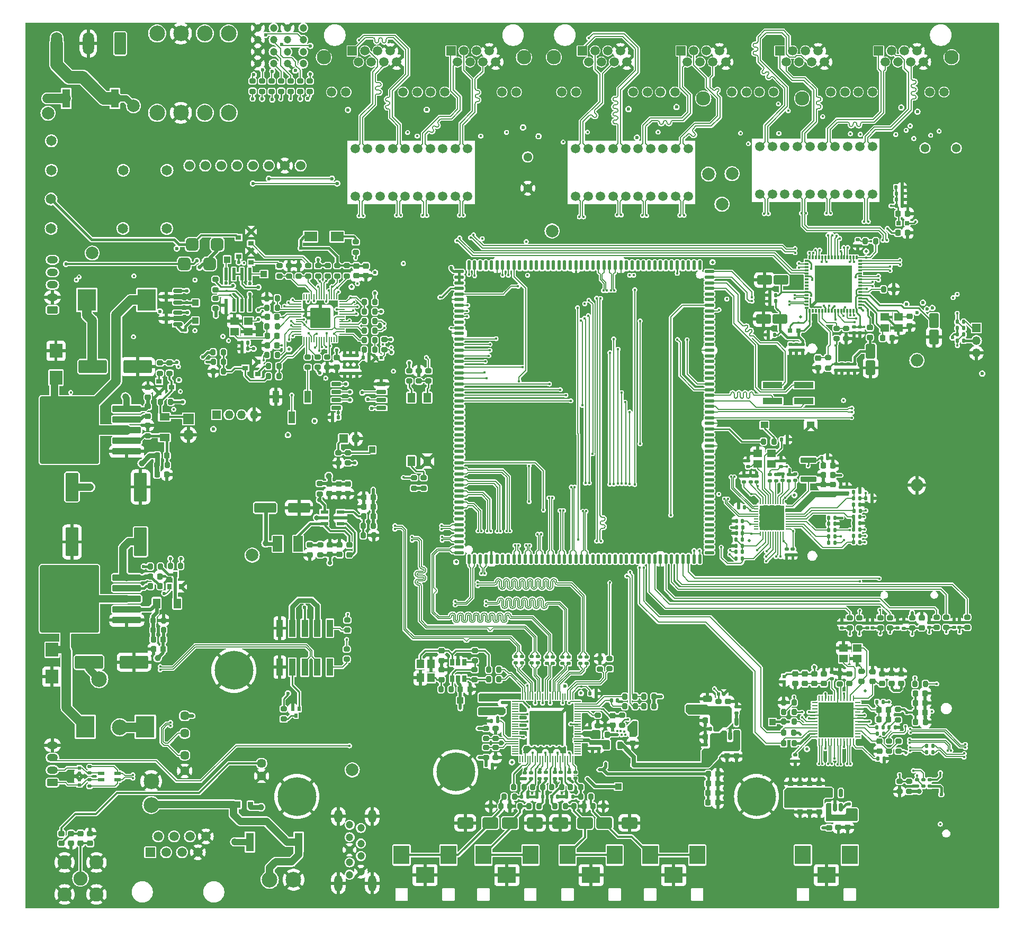
<source format=gtl>
G04 #@! TF.GenerationSoftware,KiCad,Pcbnew,8.0.0-rc1*
G04 #@! TF.CreationDate,2024-05-28T16:40:14+03:00*
G04 #@! TF.ProjectId,MXVR_3566,4d585652-5f33-4353-9636-2e6b69636164,REV1*
G04 #@! TF.SameCoordinates,Original*
G04 #@! TF.FileFunction,Copper,L1,Top*
G04 #@! TF.FilePolarity,Positive*
%FSLAX46Y46*%
G04 Gerber Fmt 4.6, Leading zero omitted, Abs format (unit mm)*
G04 Created by KiCad (PCBNEW 8.0.0-rc1) date 2024-05-28 16:40:14*
%MOMM*%
%LPD*%
G01*
G04 APERTURE LIST*
G04 Aperture macros list*
%AMRoundRect*
0 Rectangle with rounded corners*
0 $1 Rounding radius*
0 $2 $3 $4 $5 $6 $7 $8 $9 X,Y pos of 4 corners*
0 Add a 4 corners polygon primitive as box body*
4,1,4,$2,$3,$4,$5,$6,$7,$8,$9,$2,$3,0*
0 Add four circle primitives for the rounded corners*
1,1,$1+$1,$2,$3*
1,1,$1+$1,$4,$5*
1,1,$1+$1,$6,$7*
1,1,$1+$1,$8,$9*
0 Add four rect primitives between the rounded corners*
20,1,$1+$1,$2,$3,$4,$5,0*
20,1,$1+$1,$4,$5,$6,$7,0*
20,1,$1+$1,$6,$7,$8,$9,0*
20,1,$1+$1,$8,$9,$2,$3,0*%
%AMFreePoly0*
4,1,12,-0.150000,0.300000,0.150000,0.300000,0.150000,-0.150000,0.138582,-0.207403,0.106066,-0.256066,0.057403,-0.288582,0.000000,-0.300000,-0.057403,-0.288582,-0.106066,-0.256066,-0.138582,-0.207403,-0.150000,-0.150000,-0.150000,0.300000,-0.150000,0.300000,$1*%
%AMFreePoly1*
4,1,5,3.000000,-3.000000,-3.000000,-3.000000,-3.000000,3.000000,3.000000,3.000000,3.000000,-3.000000,3.000000,-3.000000,$1*%
G04 Aperture macros list end*
G04 #@! TA.AperFunction,SMDPad,CuDef*
%ADD10R,0.500000X0.700000*%
G04 #@! TD*
G04 #@! TA.AperFunction,SMDPad,CuDef*
%ADD11RoundRect,0.150000X0.150000X-0.512500X0.150000X0.512500X-0.150000X0.512500X-0.150000X-0.512500X0*%
G04 #@! TD*
G04 #@! TA.AperFunction,SMDPad,CuDef*
%ADD12RoundRect,0.200000X0.275000X-0.200000X0.275000X0.200000X-0.275000X0.200000X-0.275000X-0.200000X0*%
G04 #@! TD*
G04 #@! TA.AperFunction,SMDPad,CuDef*
%ADD13RoundRect,0.135000X0.135000X0.185000X-0.135000X0.185000X-0.135000X-0.185000X0.135000X-0.185000X0*%
G04 #@! TD*
G04 #@! TA.AperFunction,ComponentPad*
%ADD14R,1.350000X1.350000*%
G04 #@! TD*
G04 #@! TA.AperFunction,ComponentPad*
%ADD15O,1.350000X1.350000*%
G04 #@! TD*
G04 #@! TA.AperFunction,SMDPad,CuDef*
%ADD16RoundRect,0.200000X0.200000X0.275000X-0.200000X0.275000X-0.200000X-0.275000X0.200000X-0.275000X0*%
G04 #@! TD*
G04 #@! TA.AperFunction,SMDPad,CuDef*
%ADD17RoundRect,0.140000X0.140000X0.170000X-0.140000X0.170000X-0.140000X-0.170000X0.140000X-0.170000X0*%
G04 #@! TD*
G04 #@! TA.AperFunction,SMDPad,CuDef*
%ADD18RoundRect,0.135000X0.185000X-0.135000X0.185000X0.135000X-0.185000X0.135000X-0.185000X-0.135000X0*%
G04 #@! TD*
G04 #@! TA.AperFunction,SMDPad,CuDef*
%ADD19RoundRect,0.250001X-0.499999X0.924999X-0.499999X-0.924999X0.499999X-0.924999X0.499999X0.924999X0*%
G04 #@! TD*
G04 #@! TA.AperFunction,ComponentPad*
%ADD20C,1.500000*%
G04 #@! TD*
G04 #@! TA.AperFunction,SMDPad,CuDef*
%ADD21RoundRect,0.225000X-0.250000X0.225000X-0.250000X-0.225000X0.250000X-0.225000X0.250000X0.225000X0*%
G04 #@! TD*
G04 #@! TA.AperFunction,SMDPad,CuDef*
%ADD22R,1.000000X1.000000*%
G04 #@! TD*
G04 #@! TA.AperFunction,SMDPad,CuDef*
%ADD23RoundRect,0.200000X-0.275000X0.200000X-0.275000X-0.200000X0.275000X-0.200000X0.275000X0.200000X0*%
G04 #@! TD*
G04 #@! TA.AperFunction,ComponentPad*
%ADD24C,1.381000*%
G04 #@! TD*
G04 #@! TA.AperFunction,SMDPad,CuDef*
%ADD25RoundRect,0.225000X-0.225000X-0.250000X0.225000X-0.250000X0.225000X0.250000X-0.225000X0.250000X0*%
G04 #@! TD*
G04 #@! TA.AperFunction,SMDPad,CuDef*
%ADD26RoundRect,0.250000X-1.000000X-0.650000X1.000000X-0.650000X1.000000X0.650000X-1.000000X0.650000X0*%
G04 #@! TD*
G04 #@! TA.AperFunction,SMDPad,CuDef*
%ADD27R,1.150000X1.650000*%
G04 #@! TD*
G04 #@! TA.AperFunction,SMDPad,CuDef*
%ADD28RoundRect,0.140000X-0.170000X0.140000X-0.170000X-0.140000X0.170000X-0.140000X0.170000X0.140000X0*%
G04 #@! TD*
G04 #@! TA.AperFunction,SMDPad,CuDef*
%ADD29RoundRect,0.062500X0.062500X-0.375000X0.062500X0.375000X-0.062500X0.375000X-0.062500X-0.375000X0*%
G04 #@! TD*
G04 #@! TA.AperFunction,SMDPad,CuDef*
%ADD30RoundRect,0.062500X0.375000X-0.062500X0.375000X0.062500X-0.375000X0.062500X-0.375000X-0.062500X0*%
G04 #@! TD*
G04 #@! TA.AperFunction,ComponentPad*
%ADD31C,0.600000*%
G04 #@! TD*
G04 #@! TA.AperFunction,SMDPad,CuDef*
%ADD32R,5.600000X5.600000*%
G04 #@! TD*
G04 #@! TA.AperFunction,SMDPad,CuDef*
%ADD33R,1.300000X3.000000*%
G04 #@! TD*
G04 #@! TA.AperFunction,SMDPad,CuDef*
%ADD34R,0.650000X0.700000*%
G04 #@! TD*
G04 #@! TA.AperFunction,SMDPad,CuDef*
%ADD35RoundRect,0.200000X-0.200000X-0.275000X0.200000X-0.275000X0.200000X0.275000X-0.200000X0.275000X0*%
G04 #@! TD*
G04 #@! TA.AperFunction,SMDPad,CuDef*
%ADD36RoundRect,0.250000X1.000000X0.650000X-1.000000X0.650000X-1.000000X-0.650000X1.000000X-0.650000X0*%
G04 #@! TD*
G04 #@! TA.AperFunction,SMDPad,CuDef*
%ADD37RoundRect,0.135000X-0.135000X-0.185000X0.135000X-0.185000X0.135000X0.185000X-0.135000X0.185000X0*%
G04 #@! TD*
G04 #@! TA.AperFunction,SMDPad,CuDef*
%ADD38RoundRect,0.218750X0.218750X0.256250X-0.218750X0.256250X-0.218750X-0.256250X0.218750X-0.256250X0*%
G04 #@! TD*
G04 #@! TA.AperFunction,SMDPad,CuDef*
%ADD39RoundRect,0.225000X0.225000X0.250000X-0.225000X0.250000X-0.225000X-0.250000X0.225000X-0.250000X0*%
G04 #@! TD*
G04 #@! TA.AperFunction,ComponentPad*
%ADD40C,1.200000*%
G04 #@! TD*
G04 #@! TA.AperFunction,SMDPad,CuDef*
%ADD41R,1.400000X1.200000*%
G04 #@! TD*
G04 #@! TA.AperFunction,SMDPad,CuDef*
%ADD42RoundRect,0.135000X-0.185000X0.135000X-0.185000X-0.135000X0.185000X-0.135000X0.185000X0.135000X0*%
G04 #@! TD*
G04 #@! TA.AperFunction,ComponentPad*
%ADD43RoundRect,0.250000X0.625000X-0.350000X0.625000X0.350000X-0.625000X0.350000X-0.625000X-0.350000X0*%
G04 #@! TD*
G04 #@! TA.AperFunction,ComponentPad*
%ADD44O,1.750000X1.200000*%
G04 #@! TD*
G04 #@! TA.AperFunction,SMDPad,CuDef*
%ADD45RoundRect,0.147500X-0.147500X-0.172500X0.147500X-0.172500X0.147500X0.172500X-0.147500X0.172500X0*%
G04 #@! TD*
G04 #@! TA.AperFunction,SMDPad,CuDef*
%ADD46R,0.650000X1.125000*%
G04 #@! TD*
G04 #@! TA.AperFunction,SMDPad,CuDef*
%ADD47RoundRect,0.140000X0.170000X-0.140000X0.170000X0.140000X-0.170000X0.140000X-0.170000X-0.140000X0*%
G04 #@! TD*
G04 #@! TA.AperFunction,SMDPad,CuDef*
%ADD48RoundRect,0.225000X0.250000X-0.225000X0.250000X0.225000X-0.250000X0.225000X-0.250000X-0.225000X0*%
G04 #@! TD*
G04 #@! TA.AperFunction,ComponentPad*
%ADD49C,2.000000*%
G04 #@! TD*
G04 #@! TA.AperFunction,SMDPad,CuDef*
%ADD50R,0.900000X0.800000*%
G04 #@! TD*
G04 #@! TA.AperFunction,SMDPad,CuDef*
%ADD51C,0.500000*%
G04 #@! TD*
G04 #@! TA.AperFunction,SMDPad,CuDef*
%ADD52R,0.800000X0.900000*%
G04 #@! TD*
G04 #@! TA.AperFunction,SMDPad,CuDef*
%ADD53R,0.700000X0.200000*%
G04 #@! TD*
G04 #@! TA.AperFunction,SMDPad,CuDef*
%ADD54R,0.200000X0.700000*%
G04 #@! TD*
G04 #@! TA.AperFunction,SMDPad,CuDef*
%ADD55R,3.950000X3.950000*%
G04 #@! TD*
G04 #@! TA.AperFunction,SMDPad,CuDef*
%ADD56RoundRect,0.140000X-0.140000X-0.170000X0.140000X-0.170000X0.140000X0.170000X-0.140000X0.170000X0*%
G04 #@! TD*
G04 #@! TA.AperFunction,ComponentPad*
%ADD57R,1.500000X1.500000*%
G04 #@! TD*
G04 #@! TA.AperFunction,ComponentPad*
%ADD58C,2.300000*%
G04 #@! TD*
G04 #@! TA.AperFunction,SMDPad,CuDef*
%ADD59RoundRect,0.150000X0.587500X0.150000X-0.587500X0.150000X-0.587500X-0.150000X0.587500X-0.150000X0*%
G04 #@! TD*
G04 #@! TA.AperFunction,SMDPad,CuDef*
%ADD60R,0.550000X0.600000*%
G04 #@! TD*
G04 #@! TA.AperFunction,SMDPad,CuDef*
%ADD61R,0.600000X0.550000*%
G04 #@! TD*
G04 #@! TA.AperFunction,SMDPad,CuDef*
%ADD62RoundRect,0.218750X0.256250X-0.218750X0.256250X0.218750X-0.256250X0.218750X-0.256250X-0.218750X0*%
G04 #@! TD*
G04 #@! TA.AperFunction,SMDPad,CuDef*
%ADD63RoundRect,0.125000X0.175000X-0.125000X0.175000X0.125000X-0.175000X0.125000X-0.175000X-0.125000X0*%
G04 #@! TD*
G04 #@! TA.AperFunction,SMDPad,CuDef*
%ADD64RoundRect,0.050000X-0.050000X0.387500X-0.050000X-0.387500X0.050000X-0.387500X0.050000X0.387500X0*%
G04 #@! TD*
G04 #@! TA.AperFunction,SMDPad,CuDef*
%ADD65RoundRect,0.050000X-0.387500X0.050000X-0.387500X-0.050000X0.387500X-0.050000X0.387500X0.050000X0*%
G04 #@! TD*
G04 #@! TA.AperFunction,SMDPad,CuDef*
%ADD66RoundRect,0.144000X-1.456000X1.456000X-1.456000X-1.456000X1.456000X-1.456000X1.456000X1.456000X0*%
G04 #@! TD*
G04 #@! TA.AperFunction,SMDPad,CuDef*
%ADD67RoundRect,0.500000X-0.500000X-0.500000X0.500000X-0.500000X0.500000X0.500000X-0.500000X0.500000X0*%
G04 #@! TD*
G04 #@! TA.AperFunction,SMDPad,CuDef*
%ADD68RoundRect,0.500000X0.500000X0.500000X-0.500000X0.500000X-0.500000X-0.500000X0.500000X-0.500000X0*%
G04 #@! TD*
G04 #@! TA.AperFunction,SMDPad,CuDef*
%ADD69R,2.170000X1.120000*%
G04 #@! TD*
G04 #@! TA.AperFunction,SMDPad,CuDef*
%ADD70R,0.850000X0.850000*%
G04 #@! TD*
G04 #@! TA.AperFunction,SMDPad,CuDef*
%ADD71RoundRect,0.218750X-0.256250X0.218750X-0.256250X-0.218750X0.256250X-0.218750X0.256250X0.218750X0*%
G04 #@! TD*
G04 #@! TA.AperFunction,ComponentPad*
%ADD72C,1.650000*%
G04 #@! TD*
G04 #@! TA.AperFunction,SMDPad,CuDef*
%ADD73FreePoly0,0.000000*%
G04 #@! TD*
G04 #@! TA.AperFunction,SMDPad,CuDef*
%ADD74FreePoly0,90.000000*%
G04 #@! TD*
G04 #@! TA.AperFunction,SMDPad,CuDef*
%ADD75FreePoly0,180.000000*%
G04 #@! TD*
G04 #@! TA.AperFunction,SMDPad,CuDef*
%ADD76FreePoly0,270.000000*%
G04 #@! TD*
G04 #@! TA.AperFunction,ComponentPad*
%ADD77C,0.800000*%
G04 #@! TD*
G04 #@! TA.AperFunction,SMDPad,CuDef*
%ADD78FreePoly1,0.000000*%
G04 #@! TD*
G04 #@! TA.AperFunction,ComponentPad*
%ADD79R,1.700000X1.700000*%
G04 #@! TD*
G04 #@! TA.AperFunction,ComponentPad*
%ADD80O,1.700000X1.700000*%
G04 #@! TD*
G04 #@! TA.AperFunction,SMDPad,CuDef*
%ADD81R,1.200000X1.400000*%
G04 #@! TD*
G04 #@! TA.AperFunction,SMDPad,CuDef*
%ADD82RoundRect,0.147500X0.147500X0.172500X-0.147500X0.172500X-0.147500X-0.172500X0.147500X-0.172500X0*%
G04 #@! TD*
G04 #@! TA.AperFunction,SMDPad,CuDef*
%ADD83RoundRect,0.250001X0.799999X-2.049999X0.799999X2.049999X-0.799999X2.049999X-0.799999X-2.049999X0*%
G04 #@! TD*
G04 #@! TA.AperFunction,ComponentPad*
%ADD84C,2.250000*%
G04 #@! TD*
G04 #@! TA.AperFunction,SMDPad,CuDef*
%ADD85R,1.000000X2.750000*%
G04 #@! TD*
G04 #@! TA.AperFunction,SMDPad,CuDef*
%ADD86RoundRect,0.250001X-1.999999X-0.799999X1.999999X-0.799999X1.999999X0.799999X-1.999999X0.799999X0*%
G04 #@! TD*
G04 #@! TA.AperFunction,SMDPad,CuDef*
%ADD87RoundRect,0.041300X-0.253700X0.943700X-0.253700X-0.943700X0.253700X-0.943700X0.253700X0.943700X0*%
G04 #@! TD*
G04 #@! TA.AperFunction,SMDPad,CuDef*
%ADD88R,0.200000X1.000000*%
G04 #@! TD*
G04 #@! TA.AperFunction,SMDPad,CuDef*
%ADD89R,1.000000X0.200000*%
G04 #@! TD*
G04 #@! TA.AperFunction,SMDPad,CuDef*
%ADD90RoundRect,0.000000X2.650000X2.650000X-2.650000X2.650000X-2.650000X-2.650000X2.650000X-2.650000X0*%
G04 #@! TD*
G04 #@! TA.AperFunction,SMDPad,CuDef*
%ADD91RoundRect,0.250001X-0.799999X2.049999X-0.799999X-2.049999X0.799999X-2.049999X0.799999X2.049999X0*%
G04 #@! TD*
G04 #@! TA.AperFunction,SMDPad,CuDef*
%ADD92RoundRect,0.250001X0.924999X0.499999X-0.924999X0.499999X-0.924999X-0.499999X0.924999X-0.499999X0*%
G04 #@! TD*
G04 #@! TA.AperFunction,SMDPad,CuDef*
%ADD93R,1.250000X1.500000*%
G04 #@! TD*
G04 #@! TA.AperFunction,SMDPad,CuDef*
%ADD94RoundRect,0.250000X-1.500000X-0.550000X1.500000X-0.550000X1.500000X0.550000X-1.500000X0.550000X0*%
G04 #@! TD*
G04 #@! TA.AperFunction,SMDPad,CuDef*
%ADD95RoundRect,0.250000X2.050000X0.300000X-2.050000X0.300000X-2.050000X-0.300000X2.050000X-0.300000X0*%
G04 #@! TD*
G04 #@! TA.AperFunction,SMDPad,CuDef*
%ADD96RoundRect,0.250000X2.025000X2.375000X-2.025000X2.375000X-2.025000X-2.375000X2.025000X-2.375000X0*%
G04 #@! TD*
G04 #@! TA.AperFunction,SMDPad,CuDef*
%ADD97RoundRect,0.250002X4.449998X5.149998X-4.449998X5.149998X-4.449998X-5.149998X4.449998X-5.149998X0*%
G04 #@! TD*
G04 #@! TA.AperFunction,SMDPad,CuDef*
%ADD98RoundRect,0.180000X1.070000X-0.270000X1.070000X0.270000X-1.070000X0.270000X-1.070000X-0.270000X0*%
G04 #@! TD*
G04 #@! TA.AperFunction,ComponentPad*
%ADD99C,2.500000*%
G04 #@! TD*
G04 #@! TA.AperFunction,SMDPad,CuDef*
%ADD100RoundRect,0.218750X0.218750X0.381250X-0.218750X0.381250X-0.218750X-0.381250X0.218750X-0.381250X0*%
G04 #@! TD*
G04 #@! TA.AperFunction,SMDPad,CuDef*
%ADD101R,1.050000X0.600000*%
G04 #@! TD*
G04 #@! TA.AperFunction,ComponentPad*
%ADD102O,2.000000X2.000000*%
G04 #@! TD*
G04 #@! TA.AperFunction,ComponentPad*
%ADD103C,0.900000*%
G04 #@! TD*
G04 #@! TA.AperFunction,ComponentPad*
%ADD104C,6.200000*%
G04 #@! TD*
G04 #@! TA.AperFunction,SMDPad,CuDef*
%ADD105R,3.000000X3.500000*%
G04 #@! TD*
G04 #@! TA.AperFunction,SMDPad,CuDef*
%ADD106RoundRect,0.218750X0.381250X-0.218750X0.381250X0.218750X-0.381250X0.218750X-0.381250X-0.218750X0*%
G04 #@! TD*
G04 #@! TA.AperFunction,SMDPad,CuDef*
%ADD107RoundRect,0.150000X0.650000X0.150000X-0.650000X0.150000X-0.650000X-0.150000X0.650000X-0.150000X0*%
G04 #@! TD*
G04 #@! TA.AperFunction,ComponentPad*
%ADD108RoundRect,0.250000X0.650000X1.550000X-0.650000X1.550000X-0.650000X-1.550000X0.650000X-1.550000X0*%
G04 #@! TD*
G04 #@! TA.AperFunction,ComponentPad*
%ADD109O,1.800000X3.600000*%
G04 #@! TD*
G04 #@! TA.AperFunction,SMDPad,CuDef*
%ADD110R,1.500000X2.500000*%
G04 #@! TD*
G04 #@! TA.AperFunction,SMDPad,CuDef*
%ADD111RoundRect,0.125000X-0.625000X-0.125000X0.625000X-0.125000X0.625000X0.125000X-0.625000X0.125000X0*%
G04 #@! TD*
G04 #@! TA.AperFunction,SMDPad,CuDef*
%ADD112RoundRect,0.125000X0.125000X-0.625000X0.125000X0.625000X-0.125000X0.625000X-0.125000X-0.625000X0*%
G04 #@! TD*
G04 #@! TA.AperFunction,SMDPad,CuDef*
%ADD113RoundRect,0.125000X0.625000X0.125000X-0.625000X0.125000X-0.625000X-0.125000X0.625000X-0.125000X0*%
G04 #@! TD*
G04 #@! TA.AperFunction,SMDPad,CuDef*
%ADD114RoundRect,0.125000X-0.125000X0.625000X-0.125000X-0.625000X0.125000X-0.625000X0.125000X0.625000X0*%
G04 #@! TD*
G04 #@! TA.AperFunction,SMDPad,CuDef*
%ADD115R,1.000000X1.900000*%
G04 #@! TD*
G04 #@! TA.AperFunction,SMDPad,CuDef*
%ADD116R,1.200000X1.000000*%
G04 #@! TD*
G04 #@! TA.AperFunction,SMDPad,CuDef*
%ADD117RoundRect,0.250000X0.475000X-0.250000X0.475000X0.250000X-0.475000X0.250000X-0.475000X-0.250000X0*%
G04 #@! TD*
G04 #@! TA.AperFunction,SMDPad,CuDef*
%ADD118R,3.150000X1.000000*%
G04 #@! TD*
G04 #@! TA.AperFunction,SMDPad,CuDef*
%ADD119R,1.200000X0.600000*%
G04 #@! TD*
G04 #@! TA.AperFunction,SMDPad,CuDef*
%ADD120RoundRect,0.500000X-0.200000X-0.150000X0.200000X-0.150000X0.200000X0.150000X-0.200000X0.150000X0*%
G04 #@! TD*
G04 #@! TA.AperFunction,SMDPad,CuDef*
%ADD121R,2.050000X2.250000*%
G04 #@! TD*
G04 #@! TA.AperFunction,SMDPad,CuDef*
%ADD122R,2.120000X1.500000*%
G04 #@! TD*
G04 #@! TA.AperFunction,SMDPad,CuDef*
%ADD123R,1.650000X1.150000*%
G04 #@! TD*
G04 #@! TA.AperFunction,ComponentPad*
%ADD124R,2.500000X3.000000*%
G04 #@! TD*
G04 #@! TA.AperFunction,ComponentPad*
%ADD125R,3.000000X2.500000*%
G04 #@! TD*
G04 #@! TA.AperFunction,ComponentPad*
%ADD126O,3.200000X2.000000*%
G04 #@! TD*
G04 #@! TA.AperFunction,ComponentPad*
%ADD127O,1.300000X2.100000*%
G04 #@! TD*
G04 #@! TA.AperFunction,ComponentPad*
%ADD128O,1.300000X2.600000*%
G04 #@! TD*
G04 #@! TA.AperFunction,ComponentPad*
%ADD129C,1.524000*%
G04 #@! TD*
G04 #@! TA.AperFunction,ViaPad*
%ADD130C,0.600000*%
G04 #@! TD*
G04 #@! TA.AperFunction,ViaPad*
%ADD131C,0.400000*%
G04 #@! TD*
G04 #@! TA.AperFunction,ViaPad*
%ADD132C,0.800000*%
G04 #@! TD*
G04 #@! TA.AperFunction,ViaPad*
%ADD133C,1.500000*%
G04 #@! TD*
G04 #@! TA.AperFunction,ViaPad*
%ADD134C,1.200000*%
G04 #@! TD*
G04 #@! TA.AperFunction,ViaPad*
%ADD135C,1.000000*%
G04 #@! TD*
G04 #@! TA.AperFunction,ViaPad*
%ADD136C,0.500000*%
G04 #@! TD*
G04 #@! TA.AperFunction,ViaPad*
%ADD137C,0.508000*%
G04 #@! TD*
G04 #@! TA.AperFunction,ViaPad*
%ADD138C,0.700000*%
G04 #@! TD*
G04 #@! TA.AperFunction,ViaPad*
%ADD139C,2.500000*%
G04 #@! TD*
G04 #@! TA.AperFunction,ViaPad*
%ADD140C,0.650000*%
G04 #@! TD*
G04 #@! TA.AperFunction,Conductor*
%ADD141C,0.254000*%
G04 #@! TD*
G04 #@! TA.AperFunction,Conductor*
%ADD142C,0.300000*%
G04 #@! TD*
G04 #@! TA.AperFunction,Conductor*
%ADD143C,0.500000*%
G04 #@! TD*
G04 #@! TA.AperFunction,Conductor*
%ADD144C,0.200000*%
G04 #@! TD*
G04 #@! TA.AperFunction,Conductor*
%ADD145C,0.381000*%
G04 #@! TD*
G04 #@! TA.AperFunction,Conductor*
%ADD146C,0.350000*%
G04 #@! TD*
G04 #@! TA.AperFunction,Conductor*
%ADD147C,0.150000*%
G04 #@! TD*
G04 #@! TA.AperFunction,Conductor*
%ADD148C,1.000000*%
G04 #@! TD*
G04 #@! TA.AperFunction,Conductor*
%ADD149C,0.762000*%
G04 #@! TD*
G04 #@! TA.AperFunction,Conductor*
%ADD150C,1.200000*%
G04 #@! TD*
G04 #@! TA.AperFunction,Conductor*
%ADD151C,0.800000*%
G04 #@! TD*
G04 #@! TA.AperFunction,Conductor*
%ADD152C,0.400000*%
G04 #@! TD*
G04 #@! TA.AperFunction,Conductor*
%ADD153C,0.600000*%
G04 #@! TD*
G04 #@! TA.AperFunction,Conductor*
%ADD154C,1.500000*%
G04 #@! TD*
G04 #@! TA.AperFunction,Conductor*
%ADD155C,2.000000*%
G04 #@! TD*
G04 #@! TA.AperFunction,Conductor*
%ADD156C,0.168300*%
G04 #@! TD*
G04 #@! TA.AperFunction,Conductor*
%ADD157C,0.127000*%
G04 #@! TD*
G04 #@! TA.AperFunction,Conductor*
%ADD158C,0.508000*%
G04 #@! TD*
G04 #@! TA.AperFunction,Conductor*
%ADD159C,0.652000*%
G04 #@! TD*
G04 #@! TA.AperFunction,Conductor*
%ADD160C,0.450000*%
G04 #@! TD*
G04 #@! TA.AperFunction,Conductor*
%ADD161C,0.440000*%
G04 #@! TD*
G04 #@! TA.AperFunction,Conductor*
%ADD162C,0.152400*%
G04 #@! TD*
G04 #@! TA.AperFunction,Conductor*
%ADD163C,0.355600*%
G04 #@! TD*
G04 #@! TA.AperFunction,Conductor*
%ADD164C,0.180000*%
G04 #@! TD*
G04 #@! TA.AperFunction,Conductor*
%ADD165C,0.182770*%
G04 #@! TD*
G04 #@! TA.AperFunction,Conductor*
%ADD166C,0.135500*%
G04 #@! TD*
G04 #@! TA.AperFunction,Conductor*
%ADD167C,0.145600*%
G04 #@! TD*
G04 APERTURE END LIST*
D10*
X90930000Y-136575000D03*
X90430000Y-135525000D03*
X91430000Y-135525000D03*
D11*
X159430000Y-139852500D03*
X160380000Y-139852500D03*
X161330000Y-139852500D03*
X161330000Y-137577500D03*
X159430000Y-137577500D03*
D12*
X88940000Y-137155000D03*
X88940000Y-135505000D03*
D13*
X181130000Y-104810000D03*
X180110000Y-104810000D03*
D14*
X199730000Y-74560000D03*
D15*
X199730000Y-76560000D03*
X199730000Y-78560000D03*
D16*
X103535000Y-76515000D03*
X101885000Y-76515000D03*
D17*
X83260000Y-77900000D03*
X82300000Y-77900000D03*
D18*
X170730000Y-143930000D03*
X170730000Y-142910000D03*
X170730000Y-98980000D03*
X170730000Y-97960000D03*
D17*
X83260000Y-76910000D03*
X82300000Y-76910000D03*
D12*
X89810000Y-66250000D03*
X89810000Y-64600000D03*
D19*
X182815000Y-78295000D03*
X182815000Y-80945000D03*
D20*
X100390000Y-53470000D03*
X102390000Y-53470000D03*
X104390000Y-53470000D03*
X106390000Y-53470000D03*
X108390000Y-53470000D03*
X110390000Y-53470000D03*
X112390000Y-53470000D03*
X114390000Y-53470000D03*
X116390000Y-53470000D03*
X118390000Y-53470000D03*
X118390000Y-45850000D03*
X116390000Y-45850000D03*
X114390000Y-45850000D03*
X112390000Y-45850000D03*
X110390000Y-45850000D03*
X108390000Y-45850000D03*
X106390000Y-45850000D03*
X104390000Y-45850000D03*
X102390000Y-45850000D03*
X100390000Y-45850000D03*
D13*
X177120000Y-105920000D03*
X176100000Y-105920000D03*
D17*
X138910000Y-133050000D03*
X137950000Y-133050000D03*
D21*
X159820000Y-141535000D03*
X159820000Y-143085000D03*
D13*
X184855000Y-138475000D03*
X183835000Y-138475000D03*
D22*
X74850000Y-73390000D03*
D12*
X91345000Y-66250000D03*
X91345000Y-64600000D03*
D23*
X97730000Y-94517500D03*
X97730000Y-96167500D03*
D24*
X127980000Y-52180000D03*
X127980000Y-47180000D03*
D13*
X181130000Y-107830000D03*
X180110000Y-107830000D03*
D16*
X72485000Y-112620000D03*
X70835000Y-112620000D03*
D25*
X68130000Y-124420000D03*
X69680000Y-124420000D03*
D26*
X133142510Y-153780010D03*
X137142510Y-153780010D03*
D16*
X145145010Y-133550010D03*
X143495010Y-133550010D03*
D12*
X99020000Y-127585000D03*
X99020000Y-125935000D03*
D27*
X68617500Y-118625000D03*
X71917500Y-118625000D03*
D28*
X169370000Y-109920000D03*
X169370000Y-110880000D03*
D29*
X174560000Y-140722500D03*
X175060000Y-140722500D03*
X175560000Y-140722500D03*
X176060000Y-140722500D03*
X176560000Y-140722500D03*
X177060000Y-140722500D03*
X177560000Y-140722500D03*
X178060000Y-140722500D03*
X178560000Y-140722500D03*
X179060000Y-140722500D03*
X179560000Y-140722500D03*
X180060000Y-140722500D03*
D30*
X180747500Y-140035000D03*
X180747500Y-139535000D03*
X180747500Y-139035000D03*
X180747500Y-138535000D03*
X180747500Y-138035000D03*
X180747500Y-137535000D03*
X180747500Y-137035000D03*
X180747500Y-136535000D03*
X180747500Y-136035000D03*
X180747500Y-135535000D03*
X180747500Y-135035000D03*
X180747500Y-134535000D03*
D29*
X180060000Y-133847500D03*
X179560000Y-133847500D03*
X179060000Y-133847500D03*
X178560000Y-133847500D03*
X178060000Y-133847500D03*
X177560000Y-133847500D03*
X177060000Y-133847500D03*
X176560000Y-133847500D03*
X176060000Y-133847500D03*
X175560000Y-133847500D03*
X175060000Y-133847500D03*
X174560000Y-133847500D03*
D30*
X173872500Y-134535000D03*
X173872500Y-135035000D03*
X173872500Y-135535000D03*
X173872500Y-136035000D03*
X173872500Y-136535000D03*
X173872500Y-137035000D03*
X173872500Y-137535000D03*
X173872500Y-138035000D03*
X173872500Y-138535000D03*
X173872500Y-139035000D03*
X173872500Y-139535000D03*
X173872500Y-140035000D03*
D31*
X174810000Y-139785000D03*
X176310000Y-139785000D03*
X178310000Y-139785000D03*
X179810000Y-139785000D03*
X174810000Y-138285000D03*
X176310000Y-138285000D03*
X178310000Y-138285000D03*
X179810000Y-138285000D03*
D32*
X177310000Y-137285000D03*
D31*
X174810000Y-136285000D03*
X176310000Y-136285000D03*
X178310000Y-136285000D03*
X179810000Y-136285000D03*
X174810000Y-134785000D03*
X176310000Y-134785000D03*
X178310000Y-134785000D03*
X179810000Y-134785000D03*
D25*
X68130000Y-125950000D03*
X69680000Y-125950000D03*
D33*
X83540000Y-156820000D03*
X91340000Y-156820000D03*
D34*
X169945000Y-74970000D03*
X171295000Y-74970000D03*
D35*
X121725010Y-129230010D03*
X123375010Y-129230010D03*
D36*
X129140010Y-153770010D03*
X125140010Y-153770010D03*
D18*
X57910000Y-147880000D03*
X57910000Y-146860000D03*
D37*
X161330000Y-106440000D03*
X162350000Y-106440000D03*
D12*
X88570000Y-36675000D03*
X88570000Y-35025000D03*
D28*
X128510010Y-145720010D03*
X128510010Y-146680010D03*
D12*
X91610000Y-36685000D03*
X91610000Y-35035000D03*
D38*
X140697500Y-139650000D03*
X139122500Y-139650000D03*
D39*
X87885000Y-77370000D03*
X86335000Y-77370000D03*
D19*
X192940000Y-73360000D03*
X192940000Y-76010000D03*
D25*
X156840000Y-147465000D03*
X158390000Y-147465000D03*
D28*
X190240000Y-146880000D03*
X190240000Y-147840000D03*
D40*
X92090000Y-32240000D03*
X89550000Y-32240000D03*
X92090000Y-30340000D03*
X89550000Y-30340000D03*
X92090000Y-28440000D03*
X89550000Y-28440000D03*
X92090000Y-26540000D03*
X89550000Y-26540000D03*
D41*
X166960000Y-94650000D03*
X164760000Y-94650000D03*
X164760000Y-96350000D03*
X166960000Y-96350000D03*
D16*
X134000010Y-151100010D03*
X132350010Y-151100010D03*
D18*
X169730000Y-98990000D03*
X169730000Y-97970000D03*
D42*
X127050000Y-127150000D03*
X127050000Y-128170000D03*
D43*
X51980000Y-147320000D03*
D44*
X51980000Y-145320000D03*
X51980000Y-143320000D03*
X51980000Y-141320000D03*
D21*
X189050000Y-72680000D03*
X189050000Y-74230000D03*
D35*
X101885000Y-70415000D03*
X103535000Y-70415000D03*
D13*
X197700000Y-76610000D03*
X196680000Y-76610000D03*
D16*
X138085010Y-149580010D03*
X136435010Y-149580010D03*
D12*
X112130000Y-83060000D03*
X112130000Y-81410000D03*
D45*
X134192510Y-149590010D03*
X135162510Y-149590010D03*
D39*
X70280000Y-94985000D03*
X68730000Y-94985000D03*
D46*
X117815010Y-128071010D03*
X116865010Y-128071010D03*
X115915010Y-128071010D03*
X115915010Y-130695010D03*
X116865010Y-130695010D03*
X117815010Y-130695010D03*
D42*
X129640000Y-127170000D03*
X129640000Y-128190000D03*
D47*
X162540000Y-99190000D03*
X162540000Y-98230000D03*
D48*
X171520000Y-149002500D03*
X171520000Y-147452500D03*
D17*
X162290000Y-107440000D03*
X161330000Y-107440000D03*
D49*
X64940000Y-39000000D03*
D28*
X135640010Y-145670010D03*
X135640010Y-146630010D03*
D48*
X179387500Y-131480000D03*
X179387500Y-129930000D03*
D50*
X83750000Y-64090000D03*
X83750000Y-62190000D03*
X81750000Y-63140000D03*
D51*
X182090000Y-62300000D03*
D37*
X176110000Y-107935000D03*
X177130000Y-107935000D03*
D16*
X123380010Y-130760010D03*
X121730010Y-130760010D03*
D28*
X139390000Y-140880000D03*
X139390000Y-141840000D03*
D40*
X84810000Y-26540000D03*
X87350000Y-26540000D03*
X84810000Y-28440000D03*
X87350000Y-28440000D03*
X84810000Y-30340000D03*
X87350000Y-30340000D03*
X84810000Y-32240000D03*
X87350000Y-32240000D03*
D35*
X135360010Y-151100010D03*
X137010010Y-151100010D03*
D48*
X114190010Y-127780010D03*
X114190010Y-126230010D03*
D52*
X70680000Y-115970000D03*
X72580000Y-115970000D03*
X71630000Y-113970000D03*
D23*
X185913489Y-120915000D03*
X185913489Y-122565000D03*
X181038489Y-120925000D03*
X181038489Y-122575000D03*
D16*
X103535000Y-71910000D03*
X101885000Y-71910000D03*
D13*
X181130000Y-102810000D03*
X180110000Y-102810000D03*
D25*
X101722500Y-103208750D03*
X103272500Y-103208750D03*
D48*
X174570000Y-149007500D03*
X174570000Y-147457500D03*
D47*
X179020000Y-100990000D03*
X179020000Y-100030000D03*
D21*
X171520000Y-150477500D03*
X171520000Y-152027500D03*
D13*
X181130000Y-100800000D03*
X180110000Y-100800000D03*
D25*
X67650000Y-115850000D03*
X69200000Y-115850000D03*
D17*
X167670000Y-70280000D03*
X166710000Y-70280000D03*
D16*
X103535000Y-74965000D03*
X101885000Y-74965000D03*
D23*
X109820000Y-98535000D03*
X109820000Y-100185000D03*
D42*
X176595000Y-129640000D03*
X176595000Y-130660000D03*
D48*
X173815000Y-131470000D03*
X173815000Y-129920000D03*
D23*
X95890000Y-79210000D03*
X95890000Y-80860000D03*
D48*
X160040000Y-135880000D03*
X160040000Y-134330000D03*
D37*
X180100000Y-108840000D03*
X181120000Y-108840000D03*
D25*
X190010000Y-137620000D03*
X191560000Y-137620000D03*
D12*
X95975000Y-66225000D03*
X95975000Y-64575000D03*
D53*
X164460000Y-103130000D03*
X164460000Y-103530000D03*
X164460000Y-103930000D03*
X164460000Y-104330000D03*
X164460000Y-104730000D03*
X164460000Y-105130000D03*
X164460000Y-105530000D03*
X164460000Y-105930000D03*
X164460000Y-106330000D03*
X164460000Y-106730000D03*
D54*
X165210000Y-107480000D03*
X165610000Y-107480000D03*
X166010000Y-107480000D03*
X166410000Y-107480000D03*
X166810000Y-107480000D03*
X167210000Y-107480000D03*
X167610000Y-107480000D03*
X168010000Y-107480000D03*
X168410000Y-107480000D03*
X168810000Y-107480000D03*
D53*
X169560000Y-106730000D03*
X169560000Y-106330000D03*
X169560000Y-105930000D03*
X169560000Y-105530000D03*
X169560000Y-105130000D03*
X169560000Y-104730000D03*
X169560000Y-104330000D03*
X169560000Y-103930000D03*
X169560000Y-103530000D03*
X169560000Y-103130000D03*
D54*
X168810000Y-102380000D03*
X168410000Y-102380000D03*
X168010000Y-102380000D03*
X167610000Y-102380000D03*
X167210000Y-102380000D03*
X166810000Y-102380000D03*
X166410000Y-102380000D03*
X166010000Y-102380000D03*
X165610000Y-102380000D03*
X165210000Y-102380000D03*
D31*
X165533023Y-103462754D03*
X165533023Y-104462754D03*
X165533023Y-105462754D03*
X165533023Y-106462754D03*
X166533023Y-103462754D03*
X166533023Y-104462754D03*
X166533023Y-105462754D03*
X166533023Y-106462754D03*
D55*
X167010000Y-104930000D03*
D31*
X167533023Y-103462754D03*
X167533023Y-104462754D03*
X167533023Y-105462754D03*
X167533023Y-106462754D03*
X168533023Y-103462754D03*
X168533023Y-104462754D03*
X168533023Y-105462754D03*
X168533023Y-106462754D03*
D25*
X156835000Y-149005000D03*
X158385000Y-149005000D03*
D22*
X142460000Y-147950000D03*
D56*
X186890000Y-52010000D03*
X187850000Y-52010000D03*
D57*
X99910000Y-30210000D03*
X115710000Y-30210000D03*
D20*
X100930000Y-31990000D03*
X116730000Y-31990000D03*
X101950000Y-30210000D03*
X117750000Y-30210000D03*
X102970000Y-31990000D03*
X118770000Y-31990000D03*
X103990000Y-30210000D03*
X119790000Y-30210000D03*
X105010000Y-31990000D03*
X120810000Y-31990000D03*
X106030000Y-30210000D03*
X121830000Y-30210000D03*
X107050000Y-31990000D03*
X122850000Y-31990000D03*
X98920000Y-36800000D03*
X96630000Y-36800000D03*
X110350000Y-36800000D03*
X108060000Y-36800000D03*
X114730000Y-36800000D03*
X112440000Y-36800000D03*
X126160000Y-36800000D03*
X123870000Y-36800000D03*
D58*
X127380000Y-31230000D03*
X95380000Y-31230000D03*
D21*
X100575000Y-64640000D03*
X100575000Y-66190000D03*
D12*
X119505010Y-127850010D03*
X119505010Y-126200010D03*
D28*
X181120000Y-74400000D03*
X181120000Y-75360000D03*
D49*
X156910000Y-49920000D03*
D17*
X167670000Y-69300000D03*
X166710000Y-69300000D03*
D16*
X79335000Y-79990000D03*
X77685000Y-79990000D03*
D59*
X72027500Y-73990000D03*
X72027500Y-72090000D03*
X70152500Y-73040000D03*
D12*
X85520000Y-36695000D03*
X85520000Y-35045000D03*
D23*
X121340010Y-141670010D03*
X121340010Y-143320010D03*
D28*
X124010010Y-133530010D03*
X124010010Y-134490010D03*
D23*
X70720000Y-80145000D03*
X70720000Y-81795000D03*
D17*
X162260000Y-109420000D03*
X161300000Y-109420000D03*
D28*
X180140000Y-74400000D03*
X180140000Y-75360000D03*
D60*
X104567500Y-79300000D03*
X103717500Y-79300000D03*
D28*
X178240000Y-80350000D03*
X178240000Y-81310000D03*
D12*
X67240000Y-91795000D03*
X67240000Y-90145000D03*
D28*
X98695000Y-80860000D03*
X98695000Y-81820000D03*
D61*
X168952500Y-130325000D03*
X168952500Y-131175000D03*
D42*
X126020000Y-127150000D03*
X126020000Y-128170000D03*
D48*
X67230000Y-88660000D03*
X67230000Y-87110000D03*
D12*
X122860010Y-143320010D03*
X122860010Y-141670010D03*
D25*
X101735000Y-104738750D03*
X103285000Y-104738750D03*
D23*
X177867500Y-129885000D03*
X177867500Y-131535000D03*
D22*
X120690010Y-133850010D03*
D62*
X176140000Y-154527500D03*
X176140000Y-152952500D03*
D61*
X56280000Y-144972500D03*
X56280000Y-145822500D03*
D23*
X110590000Y-81410000D03*
X110590000Y-83060000D03*
D63*
X187133489Y-122570000D03*
X187133489Y-121770000D03*
D28*
X169970000Y-77150000D03*
X169970000Y-78110000D03*
D22*
X154640000Y-135590000D03*
D35*
X86525000Y-82240000D03*
X88175000Y-82240000D03*
D64*
X97420000Y-69522500D03*
X97020000Y-69522500D03*
X96620000Y-69522500D03*
X96220000Y-69522500D03*
X95820000Y-69522500D03*
X95420000Y-69522500D03*
X95020000Y-69522500D03*
X94620000Y-69522500D03*
X94220000Y-69522500D03*
X93820000Y-69522500D03*
X93420000Y-69522500D03*
X93020000Y-69522500D03*
X92620000Y-69522500D03*
X92220000Y-69522500D03*
D65*
X91382500Y-70360000D03*
X91382500Y-70760000D03*
X91382500Y-71160000D03*
X91382500Y-71560000D03*
X91382500Y-71960000D03*
X91382500Y-72360000D03*
X91382500Y-72760000D03*
X91382500Y-73160000D03*
X91382500Y-73560000D03*
X91382500Y-73960000D03*
X91382500Y-74360000D03*
X91382500Y-74760000D03*
X91382500Y-75160000D03*
X91382500Y-75560000D03*
D64*
X92220000Y-76397500D03*
X92620000Y-76397500D03*
X93020000Y-76397500D03*
X93420000Y-76397500D03*
X93820000Y-76397500D03*
X94220000Y-76397500D03*
X94620000Y-76397500D03*
X95020000Y-76397500D03*
X95420000Y-76397500D03*
X95820000Y-76397500D03*
X96220000Y-76397500D03*
X96620000Y-76397500D03*
X97020000Y-76397500D03*
X97420000Y-76397500D03*
D65*
X98257500Y-75560000D03*
X98257500Y-75160000D03*
X98257500Y-74760000D03*
X98257500Y-74360000D03*
X98257500Y-73960000D03*
X98257500Y-73560000D03*
X98257500Y-73160000D03*
X98257500Y-72760000D03*
X98257500Y-72360000D03*
X98257500Y-71960000D03*
X98257500Y-71560000D03*
X98257500Y-71160000D03*
X98257500Y-70760000D03*
X98257500Y-70360000D03*
D31*
X96095000Y-71685000D03*
X94820000Y-71685000D03*
X93545000Y-71685000D03*
X96095000Y-72960000D03*
X94820000Y-72960000D03*
D66*
X94820000Y-72960000D03*
D31*
X93545000Y-72960000D03*
X96095000Y-74235000D03*
X94820000Y-74235000D03*
X93545000Y-74235000D03*
D23*
X78060000Y-69795000D03*
X78060000Y-71445000D03*
D17*
X158160000Y-138730000D03*
X157200000Y-138730000D03*
D63*
X182273489Y-122573489D03*
X182273489Y-121773489D03*
D49*
X159040000Y-54750000D03*
D39*
X157905000Y-137390000D03*
X156355000Y-137390000D03*
D47*
X156480000Y-142230000D03*
X156480000Y-141270000D03*
D67*
X77084290Y-64290000D03*
D68*
X73084290Y-64290000D03*
D13*
X197690000Y-73580000D03*
X196670000Y-73580000D03*
D16*
X87935000Y-78900000D03*
X86285000Y-78900000D03*
D69*
X80960000Y-150830000D03*
D70*
X83640000Y-150830000D03*
D48*
X181330000Y-131075000D03*
X181330000Y-129525000D03*
D71*
X182670000Y-74492500D03*
X182670000Y-76067500D03*
D35*
X101865000Y-78035000D03*
X103515000Y-78035000D03*
X189915000Y-131510000D03*
X191565000Y-131510000D03*
D12*
X90090000Y-36685000D03*
X90090000Y-35035000D03*
D23*
X194930000Y-120850000D03*
X194930000Y-122500000D03*
D47*
X164600000Y-99210000D03*
X164600000Y-98250000D03*
D51*
X125450000Y-144050000D03*
D72*
X51800000Y-44610000D03*
X51800000Y-49310000D03*
X63300000Y-49310000D03*
X70300000Y-49310000D03*
D16*
X87935000Y-74340000D03*
X86285000Y-74340000D03*
D28*
X130890010Y-145700010D03*
X130890010Y-146660010D03*
D73*
X180590000Y-63300000D03*
X180090000Y-63300000D03*
X179590000Y-63300000D03*
X179090000Y-63300000D03*
X178590000Y-63300000D03*
X178090000Y-63300000D03*
X177590000Y-63300000D03*
X177090000Y-63300000D03*
X176590000Y-63300000D03*
X176090000Y-63300000D03*
X175590000Y-63300000D03*
X175090000Y-63300000D03*
X174590000Y-63300000D03*
X174090000Y-63300000D03*
X173590000Y-63300000D03*
X173090000Y-63300000D03*
D74*
X172590000Y-63800000D03*
X172590000Y-64300000D03*
X172590000Y-64800000D03*
X172590000Y-65300000D03*
X172590000Y-65800000D03*
X172590000Y-66300000D03*
X172590000Y-66800000D03*
X172590000Y-67300000D03*
X172590000Y-67800000D03*
X172590000Y-68300000D03*
X172590000Y-68800000D03*
X172590000Y-69300000D03*
X172590000Y-69800000D03*
X172590000Y-70300000D03*
X172590000Y-70800000D03*
X172590000Y-71300000D03*
D75*
X173090000Y-71800000D03*
X173590000Y-71800000D03*
X174090000Y-71800000D03*
X174590000Y-71800000D03*
X175090000Y-71800000D03*
X175590000Y-71800000D03*
X176090000Y-71800000D03*
X176590000Y-71800000D03*
X177090000Y-71800000D03*
X177590000Y-71800000D03*
X178090000Y-71800000D03*
X178590000Y-71800000D03*
X179090000Y-71800000D03*
X179590000Y-71800000D03*
X180090000Y-71800000D03*
X180590000Y-71800000D03*
D76*
X181090000Y-71300000D03*
X181090000Y-70800000D03*
X181090000Y-70300000D03*
X181090000Y-69800000D03*
X181090000Y-69300000D03*
X181090000Y-68800000D03*
X181090000Y-68300000D03*
X181090000Y-67800000D03*
X181090000Y-67300000D03*
X181090000Y-66800000D03*
X181090000Y-66300000D03*
X181090000Y-65800000D03*
X181090000Y-65300000D03*
X181090000Y-64800000D03*
X181090000Y-64300000D03*
X181090000Y-63800000D03*
D77*
X178840000Y-68440000D03*
X178840000Y-66650000D03*
X177840000Y-68440000D03*
X177840000Y-66650000D03*
X176840000Y-68440000D03*
D78*
X176840000Y-67550000D03*
D77*
X176840000Y-66650000D03*
X175840000Y-68440000D03*
X175840000Y-66650000D03*
X174840000Y-68440000D03*
X174840000Y-66650000D03*
D79*
X73735000Y-89120000D03*
D80*
X73735000Y-91660000D03*
D48*
X58020000Y-157037500D03*
X58020000Y-155487500D03*
D12*
X158500000Y-135940000D03*
X158500000Y-134290000D03*
D14*
X78220000Y-88430000D03*
D15*
X80220000Y-88430000D03*
X82220000Y-88430000D03*
X84220000Y-88430000D03*
D37*
X161280000Y-108430000D03*
X162300000Y-108430000D03*
D12*
X111350000Y-100185000D03*
X111350000Y-98535000D03*
D42*
X57920000Y-144780000D03*
X57920000Y-145800000D03*
D48*
X183100000Y-131125000D03*
X183100000Y-129575000D03*
D81*
X112510010Y-130555010D03*
X112510010Y-128355010D03*
X110810010Y-128355010D03*
X110810010Y-130555010D03*
D45*
X129430010Y-149610010D03*
X130400010Y-149610010D03*
D23*
X122860010Y-138640010D03*
X122860010Y-140290010D03*
D21*
X174432500Y-79375000D03*
X174432500Y-80925000D03*
D23*
X92820000Y-79200000D03*
X92820000Y-80850000D03*
D21*
X97880000Y-109273750D03*
X97880000Y-110823750D03*
D13*
X181130000Y-105820000D03*
X180110000Y-105820000D03*
D21*
X161350000Y-141535000D03*
X161350000Y-143085000D03*
D16*
X148185010Y-133540010D03*
X146535010Y-133540010D03*
D47*
X163220000Y-96780000D03*
X163220000Y-95820000D03*
D82*
X128000010Y-149610010D03*
X127030010Y-149610010D03*
D83*
X66060000Y-108800000D03*
X66060000Y-100000000D03*
D48*
X141560010Y-138135010D03*
X141560010Y-136585010D03*
D21*
X173060000Y-150472500D03*
X173060000Y-152022500D03*
D28*
X180770000Y-60440000D03*
X180770000Y-61400000D03*
D48*
X99245000Y-101055000D03*
X99245000Y-99505000D03*
D23*
X109050000Y-81410000D03*
X109050000Y-83060000D03*
D84*
X56470000Y-162660000D03*
X53920000Y-165210000D03*
X59020000Y-165210000D03*
X59020000Y-160110000D03*
X53920000Y-160110000D03*
D85*
X88330000Y-122605000D03*
X88330000Y-128855000D03*
X90330000Y-122605000D03*
X90330000Y-128855000D03*
X92330000Y-122605000D03*
X92330000Y-128855000D03*
X94330000Y-122605000D03*
X94330000Y-128855000D03*
X96330000Y-122605000D03*
X96330000Y-128855000D03*
D86*
X58420000Y-80745000D03*
X65620000Y-80745000D03*
D47*
X178010000Y-100990000D03*
X178010000Y-100030000D03*
D51*
X172640000Y-141955000D03*
D25*
X189995000Y-134550000D03*
X191545000Y-134550000D03*
D12*
X94792500Y-110878750D03*
X94792500Y-109228750D03*
D48*
X175330000Y-131470000D03*
X175330000Y-129920000D03*
D21*
X184230000Y-140715000D03*
X184230000Y-142265000D03*
D12*
X189443489Y-122570000D03*
X189443489Y-120920000D03*
D25*
X101725000Y-101653750D03*
X103275000Y-101653750D03*
D12*
X175972500Y-80970000D03*
X175972500Y-79320000D03*
D28*
X179220000Y-80340000D03*
X179220000Y-81300000D03*
D35*
X128150010Y-151130010D03*
X129800010Y-151130010D03*
D60*
X158500000Y-133160000D03*
X159350000Y-133160000D03*
D51*
X136500000Y-133000000D03*
D86*
X57820000Y-128050000D03*
X65020000Y-128050000D03*
D87*
X83520000Y-65930000D03*
X82250000Y-65930000D03*
X80980000Y-65930000D03*
X79710000Y-65930000D03*
X79710000Y-70880000D03*
X80980000Y-70880000D03*
X82250000Y-70880000D03*
X83520000Y-70880000D03*
D16*
X130415010Y-148060010D03*
X128765010Y-148060010D03*
D26*
X117990010Y-153770010D03*
X121990010Y-153770010D03*
D21*
X179180000Y-152955000D03*
X179180000Y-154505000D03*
D23*
X139540000Y-127480000D03*
X139540000Y-129130000D03*
D12*
X94445000Y-66242500D03*
X94445000Y-64592500D03*
D28*
X180220000Y-80350000D03*
X180220000Y-81310000D03*
D35*
X67605000Y-112720000D03*
X69255000Y-112720000D03*
D37*
X196670000Y-75590000D03*
X197690000Y-75590000D03*
D35*
X184865000Y-68350000D03*
X186515000Y-68350000D03*
D49*
X51270000Y-40170000D03*
D28*
X171950000Y-77140000D03*
X171950000Y-78100000D03*
D88*
X126770110Y-143530000D03*
X127169900Y-143530000D03*
X127569950Y-143530000D03*
X127970000Y-143530000D03*
X128370050Y-143530000D03*
X128770100Y-143530000D03*
X129169900Y-143530000D03*
X129569950Y-143530000D03*
X129970000Y-143530000D03*
X130370050Y-143530000D03*
X130770100Y-143530000D03*
X131169890Y-143530000D03*
X131569940Y-143530000D03*
X131969990Y-143530000D03*
X132370040Y-143530000D03*
X132770090Y-143530000D03*
X133169890Y-143530000D03*
X133569940Y-143530000D03*
X133969990Y-143530000D03*
X134370040Y-143530000D03*
X134770090Y-143530000D03*
X135169890Y-143530000D03*
D89*
X135970000Y-142729890D03*
X135970000Y-142330090D03*
X135970000Y-141930040D03*
X135970000Y-141529990D03*
X135970000Y-141129940D03*
X135970000Y-140729890D03*
X135970000Y-140330090D03*
X135970000Y-139930040D03*
X135970000Y-139529990D03*
X135970000Y-139129940D03*
X135970000Y-138729890D03*
X135970000Y-138330100D03*
X135970000Y-137930050D03*
X135970000Y-137530000D03*
X135970000Y-137129950D03*
X135970000Y-136729900D03*
X135970000Y-136330100D03*
X135970000Y-135930050D03*
X135970000Y-135530000D03*
X135970000Y-135129950D03*
X135970000Y-134729900D03*
X135970000Y-134330110D03*
D88*
X135169890Y-133529990D03*
X134770090Y-133529990D03*
X134370040Y-133529990D03*
X133969990Y-133529990D03*
X133569940Y-133529990D03*
X133169890Y-133529990D03*
X132770090Y-133529990D03*
X132370040Y-133529990D03*
X131969990Y-133529990D03*
X131569940Y-133529990D03*
X131169890Y-133529990D03*
X130770100Y-133529990D03*
X130370050Y-133529990D03*
X129970000Y-133529990D03*
X129569950Y-133529990D03*
X129169900Y-133529990D03*
X128770100Y-133529990D03*
X128370050Y-133529990D03*
X127970000Y-133529990D03*
X127569950Y-133529990D03*
X127169900Y-133529990D03*
X126770110Y-133529990D03*
D89*
X125970000Y-134330110D03*
X125970000Y-134729900D03*
X125970000Y-135129950D03*
X125970000Y-135530000D03*
X125970000Y-135930050D03*
X125970000Y-136330100D03*
X125970000Y-136729900D03*
X125970000Y-137129950D03*
X125970000Y-137530000D03*
X125970000Y-137930050D03*
X125970000Y-138330100D03*
X125970000Y-138729890D03*
X125970000Y-139129940D03*
X125970000Y-139529990D03*
X125970000Y-139930040D03*
X125970000Y-140330090D03*
X125970000Y-140729890D03*
X125970000Y-141129940D03*
X125970000Y-141529990D03*
X125970000Y-141930040D03*
X125970000Y-142330090D03*
X125970000Y-142729890D03*
D31*
X130380810Y-139455894D03*
X131209862Y-139455894D03*
X132103937Y-139455894D03*
D90*
X130970000Y-138530000D03*
D31*
X131209862Y-138436160D03*
X130380810Y-138436156D03*
X132103937Y-138436156D03*
X130380810Y-137313398D03*
X131209862Y-137313398D03*
X132103937Y-137313398D03*
D48*
X186155000Y-131435000D03*
X186155000Y-129885000D03*
D34*
X188655000Y-57760000D03*
X187305000Y-57760000D03*
D16*
X145155010Y-135080010D03*
X143505010Y-135080010D03*
D91*
X55110000Y-100000000D03*
X55110000Y-108800000D03*
D47*
X98690000Y-79945000D03*
X98690000Y-78985000D03*
D17*
X167420000Y-75620000D03*
X166460000Y-75620000D03*
D37*
X176110000Y-104920000D03*
X177130000Y-104920000D03*
D56*
X191780000Y-142450000D03*
X192740000Y-142450000D03*
D48*
X187675000Y-131440000D03*
X187675000Y-129890000D03*
D57*
X136695000Y-30210000D03*
X152495000Y-30210000D03*
X168295000Y-30210000D03*
X184095000Y-30210000D03*
D20*
X137715000Y-31990000D03*
X153515000Y-31990000D03*
X169315000Y-31990000D03*
X185115000Y-31990000D03*
X138735000Y-30210000D03*
X154535000Y-30210000D03*
X170335000Y-30210000D03*
X186135000Y-30210000D03*
X139755000Y-31990000D03*
X155555000Y-31990000D03*
X171355000Y-31990000D03*
X187155000Y-31990000D03*
X140775000Y-30210000D03*
X156575000Y-30210000D03*
X172375000Y-30210000D03*
X188175000Y-30210000D03*
X141795000Y-31990000D03*
X157595000Y-31990000D03*
X173395000Y-31990000D03*
X189195000Y-31990000D03*
X142815000Y-30210000D03*
X158615000Y-30210000D03*
X174415000Y-30210000D03*
X190215000Y-30210000D03*
X143835000Y-31990000D03*
X159635000Y-31990000D03*
X175435000Y-31990000D03*
X191235000Y-31990000D03*
X135695000Y-36800000D03*
X133405000Y-36800000D03*
X147125000Y-36800000D03*
X144835000Y-36800000D03*
X151505000Y-36800000D03*
X149215000Y-36800000D03*
X162935000Y-36800000D03*
X160645000Y-36800000D03*
X167315000Y-36800000D03*
X165025000Y-36800000D03*
X178745000Y-36800000D03*
X176455000Y-36800000D03*
X183125000Y-36800000D03*
X180835000Y-36800000D03*
X194555000Y-36800000D03*
X192265000Y-36800000D03*
D58*
X195765000Y-31230000D03*
X171865000Y-37820000D03*
X156065000Y-37820000D03*
X132165000Y-31230000D03*
D92*
X168495000Y-66880000D03*
X165845000Y-66880000D03*
D49*
X99920000Y-145280000D03*
D42*
X133550000Y-127240000D03*
X133550000Y-128260000D03*
D17*
X162310000Y-105440000D03*
X161350000Y-105440000D03*
D93*
X109370000Y-95865000D03*
X111910000Y-95865000D03*
X111910000Y-85705000D03*
X109370000Y-85705000D03*
D41*
X178500000Y-127480000D03*
X180700000Y-127480000D03*
X180700000Y-125780000D03*
X178500000Y-125780000D03*
D42*
X166700000Y-97977500D03*
X166700000Y-98997500D03*
D28*
X100665000Y-80855000D03*
X100665000Y-81815000D03*
D48*
X99432500Y-110853750D03*
X99432500Y-109303750D03*
D63*
X178243489Y-122570000D03*
X178243489Y-121770000D03*
D43*
X51970000Y-71640000D03*
D44*
X51970000Y-69640000D03*
X51970000Y-67640000D03*
X51970000Y-65640000D03*
X51970000Y-63640000D03*
D25*
X184127500Y-135685000D03*
X185677500Y-135685000D03*
D48*
X173050000Y-148997500D03*
X173050000Y-147447500D03*
D37*
X180110000Y-106820000D03*
X181130000Y-106820000D03*
D62*
X172295000Y-131467500D03*
X172295000Y-129892500D03*
D35*
X101685000Y-107768750D03*
X103335000Y-107768750D03*
D28*
X133280010Y-145690010D03*
X133280010Y-146650010D03*
D16*
X103535000Y-73430000D03*
X101885000Y-73430000D03*
D25*
X189960000Y-136070000D03*
X191510000Y-136070000D03*
D35*
X138425010Y-151110010D03*
X140075010Y-151110010D03*
D22*
X85790000Y-65930000D03*
D37*
X185767500Y-138475000D03*
X186787500Y-138475000D03*
D72*
X51760000Y-53930000D03*
X51760000Y-58630000D03*
X63260000Y-58630000D03*
X70260000Y-58630000D03*
D23*
X100500000Y-60785000D03*
X100500000Y-62435000D03*
D16*
X170552500Y-134515000D03*
X168902500Y-134515000D03*
D39*
X70275000Y-98030000D03*
X68725000Y-98030000D03*
D16*
X79345000Y-81520000D03*
X77695000Y-81520000D03*
D94*
X86000000Y-103348750D03*
X91400000Y-103348750D03*
D16*
X133450010Y-148060010D03*
X131800010Y-148060010D03*
D18*
X179340000Y-151770000D03*
X179340000Y-150750000D03*
D23*
X187420000Y-147115000D03*
X187420000Y-148765000D03*
D12*
X83970000Y-36675000D03*
X83970000Y-35025000D03*
D95*
X63867500Y-121320000D03*
X63867500Y-119620000D03*
X63867500Y-117920000D03*
D96*
X57142500Y-120695000D03*
X57142500Y-115145000D03*
D97*
X54717500Y-117920000D03*
D96*
X52292500Y-120695000D03*
X52292500Y-115145000D03*
D95*
X63867500Y-116220000D03*
X63867500Y-114520000D03*
D39*
X69200000Y-114310000D03*
X67650000Y-114310000D03*
X157905000Y-140040000D03*
X156355000Y-140040000D03*
D47*
X99665000Y-79940000D03*
X99665000Y-78980000D03*
D25*
X117195010Y-132360010D03*
X118745010Y-132360010D03*
D23*
X99035000Y-64585000D03*
X99035000Y-66235000D03*
X141080000Y-127460000D03*
X141080000Y-129110000D03*
X94700000Y-99465000D03*
X94700000Y-101115000D03*
D98*
X172840000Y-98790000D03*
X172840000Y-95690000D03*
D56*
X174965000Y-95350000D03*
X175925000Y-95350000D03*
D21*
X96340000Y-109278750D03*
X96340000Y-110828750D03*
D99*
X68715000Y-27420000D03*
X72525000Y-27420000D03*
X76335000Y-27420000D03*
X80145000Y-27420000D03*
X68715000Y-40120000D03*
X72525000Y-40120000D03*
X76335000Y-40120000D03*
X80145000Y-40120000D03*
D13*
X181130000Y-101810000D03*
X180110000Y-101810000D03*
D12*
X93150000Y-36685000D03*
X93150000Y-35035000D03*
D35*
X181965000Y-60690000D03*
X183615000Y-60690000D03*
D21*
X67255000Y-84055000D03*
X67255000Y-85605000D03*
D17*
X97730000Y-88840000D03*
X96770000Y-88840000D03*
D49*
X131870000Y-59020000D03*
D23*
X179503489Y-120925000D03*
X179503489Y-122575000D03*
D37*
X161280000Y-111450000D03*
X162300000Y-111450000D03*
D25*
X187205000Y-56230000D03*
X188755000Y-56230000D03*
D100*
X142732500Y-141320000D03*
X140607500Y-141320000D03*
D21*
X174590000Y-150487500D03*
X174590000Y-152037500D03*
D39*
X176775000Y-98130000D03*
X175225000Y-98130000D03*
D13*
X184950000Y-143500000D03*
X183930000Y-143500000D03*
D99*
X67780000Y-147090000D03*
X67780000Y-150900000D03*
D51*
X181980000Y-132615000D03*
D47*
X100645000Y-79940000D03*
X100645000Y-78980000D03*
D50*
X83735000Y-61020000D03*
X83735000Y-59120000D03*
X81735000Y-60070000D03*
D49*
X83930000Y-110910000D03*
D17*
X142320010Y-134190010D03*
X141360010Y-134190010D03*
D25*
X86335000Y-75850000D03*
X87885000Y-75850000D03*
X156840000Y-145930000D03*
X158390000Y-145930000D03*
D101*
X62395000Y-145830000D03*
X59745000Y-145830000D03*
X59745000Y-146830000D03*
X62395000Y-146830000D03*
D21*
X177660000Y-152955000D03*
X177660000Y-154505000D03*
D51*
X116535000Y-112020000D03*
D49*
X58340000Y-62560000D03*
D67*
X78314290Y-61190000D03*
D68*
X74314290Y-61190000D03*
D25*
X189990000Y-133020000D03*
X191540000Y-133020000D03*
D42*
X191240000Y-146870000D03*
X191240000Y-147890000D03*
D12*
X178870000Y-76270000D03*
X178870000Y-74620000D03*
D102*
X190200000Y-79740000D03*
X190200000Y-99740000D03*
D103*
X164570000Y-152150000D03*
X162720000Y-151400000D03*
X166420000Y-151400000D03*
X161970000Y-149550000D03*
D104*
X164570000Y-149550000D03*
D103*
X167170000Y-149550000D03*
X162720000Y-147700000D03*
X166420000Y-147700000D03*
X164570000Y-146950000D03*
D23*
X198250000Y-120840000D03*
X198250000Y-122490000D03*
D48*
X175230000Y-101175000D03*
X175230000Y-99625000D03*
D35*
X68675000Y-96515000D03*
X70325000Y-96515000D03*
D21*
X114200010Y-129285010D03*
X114200010Y-130835010D03*
D13*
X181140000Y-103810000D03*
X180120000Y-103810000D03*
D42*
X167710000Y-97967500D03*
X167710000Y-98987500D03*
D23*
X187177500Y-135620000D03*
X187177500Y-137270000D03*
D11*
X176160000Y-151277500D03*
X177110000Y-151277500D03*
X178060000Y-151277500D03*
X178060000Y-149002500D03*
X176160000Y-149002500D03*
D25*
X175230000Y-96610000D03*
X176780000Y-96610000D03*
D105*
X67080000Y-70080000D03*
X57480000Y-70080000D03*
D28*
X177260000Y-80340000D03*
X177260000Y-81300000D03*
D48*
X176750000Y-101175000D03*
X176750000Y-99625000D03*
D16*
X103325000Y-106258750D03*
X101675000Y-106258750D03*
X127385010Y-148060010D03*
X125735010Y-148060010D03*
D12*
X119495010Y-130870010D03*
X119495010Y-129220010D03*
D35*
X86275000Y-71310000D03*
X87925000Y-71310000D03*
D12*
X97505000Y-66225000D03*
X97505000Y-64575000D03*
D106*
X122640010Y-135917510D03*
X122640010Y-133792510D03*
D35*
X114115010Y-132360010D03*
X115765010Y-132360010D03*
D48*
X97755000Y-101065000D03*
X97755000Y-99515000D03*
D20*
X135630000Y-53450000D03*
X137630000Y-53450000D03*
X139630000Y-53450000D03*
X141630000Y-53450000D03*
X143630000Y-53450000D03*
X145630000Y-53450000D03*
X147630000Y-53450000D03*
X149630000Y-53450000D03*
X151630000Y-53450000D03*
X153630000Y-53450000D03*
X153630000Y-45830000D03*
X151630000Y-45830000D03*
X149630000Y-45830000D03*
X147630000Y-45830000D03*
X145630000Y-45830000D03*
X143630000Y-45830000D03*
X141630000Y-45830000D03*
X139630000Y-45830000D03*
X137630000Y-45830000D03*
X135630000Y-45830000D03*
D63*
X192183489Y-122508489D03*
X192183489Y-121708489D03*
D22*
X158020000Y-141840000D03*
D13*
X184865000Y-139470000D03*
X183845000Y-139470000D03*
D107*
X104590000Y-87370000D03*
X104590000Y-86100000D03*
X104590000Y-84830000D03*
X104590000Y-83560000D03*
X97390000Y-83560000D03*
X97390000Y-84830000D03*
X97390000Y-86100000D03*
X97390000Y-87370000D03*
D16*
X148195010Y-135080010D03*
X146545010Y-135080010D03*
D62*
X93107500Y-110841250D03*
X93107500Y-109266250D03*
D108*
X62802500Y-29027500D03*
D109*
X57722500Y-29027500D03*
X52642500Y-29027500D03*
D12*
X143100010Y-138175010D03*
X143100010Y-136525010D03*
D71*
X56480000Y-155475000D03*
X56480000Y-157050000D03*
D63*
X183143489Y-122573489D03*
X183143489Y-121773489D03*
D16*
X70895000Y-86380000D03*
X69245000Y-86380000D03*
X170552500Y-136035000D03*
X168902500Y-136035000D03*
D41*
X187235000Y-72820000D03*
X185035000Y-72820000D03*
X185035000Y-74520000D03*
X187235000Y-74520000D03*
D13*
X177130000Y-108945000D03*
X176110000Y-108945000D03*
D42*
X128640000Y-127170000D03*
X128640000Y-128190000D03*
D28*
X170970000Y-77140000D03*
X170970000Y-78100000D03*
D16*
X88190000Y-80690000D03*
X86540000Y-80690000D03*
D22*
X79910000Y-63610000D03*
D17*
X162650000Y-103220000D03*
X161690000Y-103220000D03*
D56*
X122200010Y-137460010D03*
X123160010Y-137460010D03*
D51*
X170635000Y-101305000D03*
D110*
X91250000Y-109103750D03*
X88000000Y-109103750D03*
D35*
X165690000Y-92720000D03*
X167340000Y-92720000D03*
D111*
X117035000Y-65520000D03*
X117035000Y-66420000D03*
X117035000Y-67320000D03*
X117035000Y-68220000D03*
X117035000Y-69120000D03*
X117035000Y-70020000D03*
X117035000Y-70920000D03*
X117035000Y-71820000D03*
X117035000Y-72720000D03*
X117035000Y-73620000D03*
X117035000Y-74520000D03*
X117035000Y-75420000D03*
X117035000Y-76320000D03*
X117035000Y-77220000D03*
X117035000Y-78120000D03*
X117035000Y-79020000D03*
X117035000Y-79920000D03*
X117035000Y-80820000D03*
X117035000Y-81720000D03*
X117035000Y-82620000D03*
X117035000Y-83520000D03*
X117035000Y-84420000D03*
X117035000Y-85320000D03*
X117035000Y-86220000D03*
X117035000Y-87120000D03*
X117035000Y-88020000D03*
X117035000Y-88920000D03*
X117035000Y-89820000D03*
X117035000Y-90720000D03*
X117035000Y-91620000D03*
X117035000Y-92520000D03*
X117035000Y-93420000D03*
X117035000Y-94320000D03*
X117035000Y-95220000D03*
X117035000Y-96120000D03*
X117035000Y-97020000D03*
X117035000Y-97920000D03*
X117035000Y-98820000D03*
X117035000Y-99720000D03*
X117035000Y-100620000D03*
X117035000Y-101520000D03*
X117035000Y-102420000D03*
X117035000Y-103320000D03*
X117035000Y-104220000D03*
X117035000Y-105120000D03*
X117035000Y-106020000D03*
X117035000Y-106920000D03*
X117035000Y-107820000D03*
X117035000Y-108720000D03*
X117035000Y-109620000D03*
X117035000Y-110520000D03*
D112*
X118585000Y-111520000D03*
X119485000Y-111520000D03*
X120385000Y-111520000D03*
X121285000Y-111520000D03*
X122185000Y-111520000D03*
X123085000Y-111520000D03*
X123985000Y-111520000D03*
X124885000Y-111520000D03*
X125785000Y-111520000D03*
X126685000Y-111520000D03*
X127585000Y-111520000D03*
X128485000Y-111520000D03*
X129385000Y-111520000D03*
X130285000Y-111520000D03*
X131185000Y-111520000D03*
X132085000Y-111520000D03*
X132985000Y-111520000D03*
X133885000Y-111520000D03*
X134785000Y-111520000D03*
X135685000Y-111520000D03*
X136585000Y-111520000D03*
X137485000Y-111520000D03*
X138385000Y-111520000D03*
X139285000Y-111520000D03*
X140185000Y-111520000D03*
X141085000Y-111520000D03*
X141985000Y-111520000D03*
X142885000Y-111520000D03*
X143785000Y-111520000D03*
X144685000Y-111520000D03*
X145585000Y-111520000D03*
X146485000Y-111520000D03*
X147385000Y-111520000D03*
X148285000Y-111520000D03*
X149185000Y-111520000D03*
X150085000Y-111520000D03*
X150985000Y-111520000D03*
X151885000Y-111520000D03*
X152785000Y-111520000D03*
X153685000Y-111520000D03*
X154585000Y-111520000D03*
X155485000Y-111520000D03*
D113*
X157035000Y-110520000D03*
X157035000Y-109620000D03*
X157035000Y-108720000D03*
X157035000Y-107820000D03*
X157035000Y-106920000D03*
X157035000Y-106020000D03*
X157035000Y-105120000D03*
X157035000Y-104220000D03*
X157035000Y-103320000D03*
X157035000Y-102420000D03*
X157035000Y-101520000D03*
X157035000Y-100620000D03*
X157035000Y-99720000D03*
X157035000Y-98820000D03*
X157035000Y-97920000D03*
X157035000Y-97020000D03*
X157035000Y-96120000D03*
X157035000Y-95220000D03*
X157035000Y-94320000D03*
X157035000Y-93420000D03*
X157035000Y-92520000D03*
X157035000Y-91620000D03*
X157035000Y-90720000D03*
X157035000Y-89820000D03*
X157035000Y-88920000D03*
X157035000Y-88020000D03*
X157035000Y-87120000D03*
X157035000Y-86220000D03*
X157035000Y-85320000D03*
X157035000Y-84420000D03*
X157035000Y-83520000D03*
X157035000Y-82620000D03*
X157035000Y-81720000D03*
X157035000Y-80820000D03*
X157035000Y-79920000D03*
X157035000Y-79020000D03*
X157035000Y-78120000D03*
X157035000Y-77220000D03*
X157035000Y-76320000D03*
X157035000Y-75420000D03*
X157035000Y-74520000D03*
X157035000Y-73620000D03*
X157035000Y-72720000D03*
X157035000Y-71820000D03*
X157035000Y-70920000D03*
X157035000Y-70020000D03*
X157035000Y-69120000D03*
X157035000Y-68220000D03*
X157035000Y-67320000D03*
X157035000Y-66420000D03*
X157035000Y-65520000D03*
D114*
X155485000Y-64520000D03*
X154585000Y-64520000D03*
X153685000Y-64520000D03*
X152785000Y-64520000D03*
X151885000Y-64520000D03*
X150985000Y-64520000D03*
X150085000Y-64520000D03*
X149185000Y-64520000D03*
X148285000Y-64520000D03*
X147385000Y-64520000D03*
X146485000Y-64520000D03*
X145585000Y-64520000D03*
X144685000Y-64520000D03*
X143785000Y-64520000D03*
X142885000Y-64520000D03*
X141985000Y-64520000D03*
X141085000Y-64520000D03*
X140185000Y-64520000D03*
X139285000Y-64520000D03*
X138385000Y-64520000D03*
X137485000Y-64520000D03*
X136585000Y-64520000D03*
X135685000Y-64520000D03*
X134785000Y-64520000D03*
X133885000Y-64520000D03*
X132985000Y-64520000D03*
X132085000Y-64520000D03*
X131185000Y-64520000D03*
X130285000Y-64520000D03*
X129385000Y-64520000D03*
X128485000Y-64520000D03*
X127585000Y-64520000D03*
X126685000Y-64520000D03*
X125785000Y-64520000D03*
X124885000Y-64520000D03*
X123985000Y-64520000D03*
X123085000Y-64520000D03*
X122185000Y-64520000D03*
X121285000Y-64520000D03*
X120385000Y-64520000D03*
X119485000Y-64520000D03*
X118585000Y-64520000D03*
D95*
X63860000Y-94290000D03*
X63860000Y-92590000D03*
X63860000Y-90890000D03*
D96*
X57135000Y-93665000D03*
X57135000Y-88115000D03*
D97*
X54710000Y-90890000D03*
D96*
X52285000Y-93665000D03*
X52285000Y-88115000D03*
D95*
X63860000Y-89190000D03*
X63860000Y-87490000D03*
D42*
X137370000Y-127250000D03*
X137370000Y-128270000D03*
D23*
X187280000Y-140665000D03*
X187280000Y-142315000D03*
D48*
X53420000Y-157047500D03*
X53420000Y-155497500D03*
D28*
X127530010Y-145720010D03*
X127530010Y-146680010D03*
D16*
X136470010Y-148060010D03*
X134820010Y-148060010D03*
X126770010Y-151130010D03*
X125120010Y-151130010D03*
D12*
X94370000Y-80845000D03*
X94370000Y-79195000D03*
D115*
X92800000Y-85560000D03*
X90260000Y-88860000D03*
X87720000Y-85560000D03*
D51*
X171590000Y-72800000D03*
D21*
X144770000Y-139445000D03*
X144770000Y-140995000D03*
D23*
X185750000Y-140665000D03*
X185750000Y-142315000D03*
D39*
X87875000Y-72820000D03*
X86325000Y-72820000D03*
D12*
X99250000Y-96177500D03*
X99250000Y-94527500D03*
D13*
X177130000Y-106930000D03*
X176110000Y-106930000D03*
D47*
X168490000Y-96760000D03*
X168490000Y-95800000D03*
D51*
X157535000Y-64020000D03*
D21*
X170772500Y-129900000D03*
X170772500Y-131450000D03*
D56*
X191780000Y-141460000D03*
X192740000Y-141460000D03*
D23*
X177350000Y-74610000D03*
X177350000Y-76260000D03*
D47*
X161330000Y-136160000D03*
X161330000Y-135200000D03*
D21*
X54950000Y-155497500D03*
X54950000Y-157047500D03*
D22*
X169690000Y-150800000D03*
D21*
X102100000Y-64625000D03*
X102100000Y-66175000D03*
D22*
X120690010Y-135920010D03*
D51*
X89820000Y-77960000D03*
D57*
X67615000Y-158477500D03*
D20*
X68885000Y-155937500D03*
X70155000Y-158477500D03*
X71425000Y-155937500D03*
X72695000Y-158477500D03*
X73965000Y-155937500D03*
X75235000Y-158477500D03*
X76505000Y-155937500D03*
D50*
X84825000Y-81910000D03*
X84825000Y-80010000D03*
X82825000Y-80960000D03*
D42*
X168710000Y-97960000D03*
X168710000Y-98980000D03*
D48*
X96225000Y-101080000D03*
X96225000Y-99530000D03*
D37*
X196670000Y-74580000D03*
X197690000Y-74580000D03*
D12*
X99140000Y-122935000D03*
X99140000Y-121285000D03*
D22*
X167120000Y-137620000D03*
D28*
X138370000Y-140890000D03*
X138370000Y-141850000D03*
D63*
X196163489Y-122498489D03*
X196163489Y-121698489D03*
D25*
X184127500Y-137205000D03*
X185677500Y-137205000D03*
D18*
X192240000Y-147890000D03*
X192240000Y-146870000D03*
D51*
X99820000Y-67960000D03*
D116*
X165835000Y-90090000D03*
X173235000Y-90090000D03*
D37*
X183835000Y-134410000D03*
X184855000Y-134410000D03*
D42*
X131020000Y-127200000D03*
X131020000Y-128220000D03*
D22*
X117190010Y-134160010D03*
D28*
X129910010Y-145700010D03*
X129910010Y-146660010D03*
D117*
X156700000Y-135840000D03*
X156700000Y-133940000D03*
D50*
X69035000Y-83070000D03*
X69035000Y-84970000D03*
X71035000Y-84020000D03*
D56*
X186910000Y-53990000D03*
X187870000Y-53990000D03*
D118*
X167100000Y-83710000D03*
X172150000Y-83710000D03*
X167100000Y-86250000D03*
X172150000Y-86250000D03*
D56*
X168530000Y-92440000D03*
X169490000Y-92440000D03*
D119*
X98060000Y-105880000D03*
X98060000Y-104930000D03*
X98060000Y-103980000D03*
X95460000Y-103980000D03*
X95460000Y-104930000D03*
X95460000Y-105880000D03*
D48*
X184625000Y-131455000D03*
X184625000Y-129905000D03*
D18*
X134630010Y-146670010D03*
X134630010Y-145650010D03*
D35*
X68090000Y-121340000D03*
X69740000Y-121340000D03*
D56*
X101640000Y-79285000D03*
X102600000Y-79285000D03*
X121340000Y-144510000D03*
X122300000Y-144510000D03*
D103*
X91070000Y-152150000D03*
X89220000Y-151400000D03*
X92920000Y-151400000D03*
X88470000Y-149550000D03*
D104*
X91070000Y-149550000D03*
D103*
X93670000Y-149550000D03*
X89220000Y-147700000D03*
X92920000Y-147700000D03*
X91070000Y-146950000D03*
D37*
X161290000Y-110410000D03*
X162310000Y-110410000D03*
D35*
X124205010Y-149600010D03*
X125855010Y-149600010D03*
D12*
X139180000Y-138195000D03*
X139180000Y-136545000D03*
D63*
X197030000Y-122495000D03*
X197030000Y-121695000D03*
D42*
X132020000Y-127195000D03*
X132020000Y-128215000D03*
D56*
X186900000Y-53010000D03*
X187860000Y-53010000D03*
D12*
X78070000Y-68425000D03*
X78070000Y-66775000D03*
D36*
X144240010Y-153780010D03*
X140240010Y-153780010D03*
D120*
X73110000Y-136650000D03*
X73110000Y-139450000D03*
X73110000Y-142950000D03*
X73110000Y-145450000D03*
X85410000Y-146250000D03*
X85410000Y-144250000D03*
D14*
X98520000Y-92270000D03*
D15*
X100520000Y-92270000D03*
D25*
X187185000Y-59300000D03*
X188735000Y-59300000D03*
D42*
X134550000Y-127240000D03*
X134550000Y-128260000D03*
D25*
X184740000Y-76160000D03*
X186290000Y-76160000D03*
D21*
X97435000Y-79260000D03*
X97435000Y-80810000D03*
D33*
X54150000Y-37820000D03*
X61950000Y-37820000D03*
D35*
X168925000Y-141060000D03*
X170575000Y-141060000D03*
D56*
X182050000Y-101810000D03*
X183010000Y-101810000D03*
D23*
X193390000Y-120850000D03*
X193390000Y-122500000D03*
D12*
X88260000Y-66250000D03*
X88260000Y-64600000D03*
D42*
X163610000Y-98210000D03*
X163610000Y-99230000D03*
D35*
X168885000Y-139290000D03*
X170535000Y-139290000D03*
D121*
X52530000Y-82510000D03*
X52530000Y-78210000D03*
D42*
X136370000Y-127250000D03*
X136370000Y-128270000D03*
D122*
X93255000Y-59940000D03*
X97485000Y-59940000D03*
D28*
X132290010Y-145690010D03*
X132290010Y-146650010D03*
D48*
X169970000Y-148977500D03*
X169970000Y-147427500D03*
X190963489Y-122520000D03*
X190963489Y-120970000D03*
D23*
X69180000Y-80145000D03*
X69180000Y-81795000D03*
D25*
X156835000Y-150535000D03*
X158385000Y-150535000D03*
D12*
X92905000Y-66240000D03*
X92905000Y-64590000D03*
D22*
X103130000Y-94060000D03*
D23*
X184353489Y-120918489D03*
X184353489Y-122568489D03*
D56*
X186910000Y-54970000D03*
X187870000Y-54970000D03*
D12*
X188980000Y-148755000D03*
X188980000Y-147105000D03*
D61*
X56280000Y-147670000D03*
X56280000Y-146820000D03*
D35*
X168912500Y-137565000D03*
X170562500Y-137565000D03*
D16*
X87925000Y-69790000D03*
X86275000Y-69790000D03*
X69730000Y-122890000D03*
X68080000Y-122890000D03*
D41*
X81115000Y-75170000D03*
X83315000Y-75170000D03*
X83315000Y-73470000D03*
X81115000Y-73470000D03*
D16*
X123730010Y-151130010D03*
X122080010Y-151130010D03*
D28*
X99675000Y-80860000D03*
X99675000Y-81820000D03*
D16*
X79315000Y-78470000D03*
X77665000Y-78470000D03*
D23*
X105030000Y-76415000D03*
X105030000Y-78065000D03*
D12*
X121330010Y-140290010D03*
X121330010Y-138640010D03*
D59*
X72030000Y-70510000D03*
X72030000Y-68610000D03*
X70155000Y-69560000D03*
D20*
X165110000Y-53130000D03*
X167110000Y-53130000D03*
X169110000Y-53130000D03*
X171110000Y-53130000D03*
X173110000Y-53130000D03*
X175110000Y-53130000D03*
X177110000Y-53130000D03*
X179110000Y-53130000D03*
X181110000Y-53130000D03*
X183110000Y-53130000D03*
X183110000Y-45510000D03*
X181110000Y-45510000D03*
X179110000Y-45510000D03*
X177110000Y-45510000D03*
X175110000Y-45510000D03*
X173110000Y-45510000D03*
X171110000Y-45510000D03*
X169110000Y-45510000D03*
X167110000Y-45510000D03*
X165110000Y-45510000D03*
D82*
X132757510Y-149590010D03*
X131787510Y-149590010D03*
D47*
X188123489Y-122615000D03*
X188123489Y-121655000D03*
D51*
X163385000Y-108555000D03*
D28*
X170380000Y-109920000D03*
X170380000Y-110880000D03*
D12*
X87040000Y-35035000D03*
X87040000Y-36685000D03*
D92*
X168315000Y-73140000D03*
X165665000Y-73140000D03*
D49*
X160650000Y-49850000D03*
D28*
X137880000Y-138570000D03*
X137880000Y-139530000D03*
D22*
X74860000Y-70520000D03*
D121*
X51920000Y-126065000D03*
X51920000Y-130365000D03*
D123*
X69885000Y-92105000D03*
X69885000Y-88805000D03*
D105*
X57230000Y-138370000D03*
X66830000Y-138370000D03*
D24*
X196510000Y-45760000D03*
X191510000Y-45760000D03*
D103*
X83600000Y-129350000D03*
X82850000Y-131200000D03*
X82850000Y-127500000D03*
X81000000Y-131950000D03*
D104*
X81000000Y-129350000D03*
D103*
X81000000Y-126750000D03*
X79150000Y-131200000D03*
X79150000Y-127500000D03*
X78400000Y-129350000D03*
D124*
X179490000Y-158920010D03*
X171990000Y-158920010D03*
D125*
X175740000Y-162120010D03*
D103*
X119065014Y-145615000D03*
X118315014Y-147465000D03*
X118315014Y-143765000D03*
X116465014Y-148215000D03*
D104*
X116465014Y-145615000D03*
D103*
X116465014Y-143015000D03*
X114615014Y-147465000D03*
X114615014Y-143765000D03*
X113865014Y-145615000D03*
D124*
X115310000Y-158920010D03*
X107810000Y-158920010D03*
D125*
X111560000Y-162120010D03*
D126*
X174240000Y-113135000D03*
X174240000Y-75715000D03*
D40*
X101300000Y-154580000D03*
X101300000Y-157080000D03*
X101300000Y-159080000D03*
X101300000Y-161580000D03*
X99500000Y-162080000D03*
X99500000Y-160080000D03*
X99500000Y-158080000D03*
X99500000Y-156080000D03*
X99500000Y-154080000D03*
D127*
X97690000Y-152730000D03*
D128*
X97690000Y-163430000D03*
D127*
X103110000Y-152730000D03*
D128*
X103110000Y-163430000D03*
D124*
X155070000Y-158920010D03*
X147570000Y-158920010D03*
D125*
X151320000Y-162120010D03*
D124*
X128400000Y-158920010D03*
X120900000Y-158920010D03*
D125*
X124650000Y-162120010D03*
D124*
X141870000Y-158920010D03*
X134370000Y-158920010D03*
D125*
X138120000Y-162120010D03*
D99*
X90530000Y-162870000D03*
X86720000Y-162870000D03*
D129*
X91670000Y-48560000D03*
X89130000Y-48560000D03*
X86590000Y-48560000D03*
X84050000Y-48560000D03*
X81510000Y-48560000D03*
X78970000Y-48560000D03*
X76430000Y-48560000D03*
X73890000Y-48560000D03*
D130*
X89640000Y-133030000D03*
X89650000Y-91690000D03*
D131*
X107470000Y-114930000D03*
X110960000Y-107260000D03*
X142170000Y-143360000D03*
X130020000Y-123570000D03*
X174570000Y-153130000D03*
X148850000Y-99120000D03*
X117570000Y-137710000D03*
X186810000Y-159230000D03*
X110560000Y-33850000D03*
X145740000Y-143420000D03*
X109630000Y-75490000D03*
X188540000Y-133490000D03*
X139650000Y-157960000D03*
X145140000Y-157530000D03*
X136930000Y-136430050D03*
X115770000Y-70020000D03*
X186860000Y-162010000D03*
X173000000Y-153120000D03*
X190250000Y-55330000D03*
X86530000Y-46020000D03*
X149640000Y-158100000D03*
X198280000Y-40520000D03*
X107530000Y-131490000D03*
X142885000Y-66010000D03*
X178390000Y-91210000D03*
X148330000Y-73400000D03*
X140190000Y-136750000D03*
X98870000Y-33940000D03*
X146430000Y-155570000D03*
X107500000Y-120430000D03*
X193890000Y-105950000D03*
X162330000Y-132810000D03*
X109260000Y-119180000D03*
X121510000Y-145670000D03*
X189500000Y-152920000D03*
X98360000Y-39930000D03*
X50750000Y-153940000D03*
X153380000Y-143430000D03*
X197340000Y-63580000D03*
X154220000Y-130780000D03*
X75480000Y-115730000D03*
X186850000Y-47470000D03*
X123090000Y-66080000D03*
X145490000Y-158470000D03*
X167560000Y-33130000D03*
X122940000Y-127840000D03*
X125500000Y-125770000D03*
X194710000Y-33520000D03*
X92920000Y-136280000D03*
X113970000Y-105380000D03*
X129710000Y-147320000D03*
X146390000Y-131270000D03*
X148290000Y-147050000D03*
X117070000Y-62340000D03*
X110380000Y-159750000D03*
X98320000Y-76190000D03*
X129160000Y-132070000D03*
X89450000Y-40530000D03*
X89430000Y-42470000D03*
X119490000Y-33760000D03*
X124870000Y-147010000D03*
X107480000Y-109480000D03*
X119070000Y-139940000D03*
X152310000Y-125410000D03*
X142810000Y-156610000D03*
X119010000Y-141440000D03*
X162710000Y-138540000D03*
X81680000Y-51390000D03*
X178210000Y-105910000D03*
X101180000Y-125330000D03*
X124570000Y-127840000D03*
X81890000Y-118260000D03*
X149550000Y-135820000D03*
X167350000Y-124790000D03*
X68220000Y-135020000D03*
X68190000Y-133080000D03*
X93560000Y-107090000D03*
X155270000Y-99120000D03*
X189860000Y-159230000D03*
X80660000Y-106860000D03*
X122620000Y-149750000D03*
X122850000Y-89460000D03*
X115270000Y-105380000D03*
X149910000Y-129280000D03*
X167840000Y-79550000D03*
X131070000Y-113740000D03*
X125330000Y-59920000D03*
X186450000Y-152920000D03*
X111650000Y-159720000D03*
X109280000Y-111950000D03*
X152690000Y-122200000D03*
X126270000Y-155120000D03*
X95970000Y-136280000D03*
X119910000Y-117760000D03*
X126120000Y-144760000D03*
X172830000Y-143550000D03*
X174710000Y-106420000D03*
X200360000Y-44030000D03*
X191780000Y-86290000D03*
X118950000Y-134010000D03*
X109270000Y-120430000D03*
X129580000Y-148580000D03*
X160950000Y-131470000D03*
X131090000Y-91810000D03*
X110950000Y-141680000D03*
X157300000Y-45060000D03*
X134561031Y-140149768D03*
X78840000Y-118260000D03*
X151790000Y-79450000D03*
X89410000Y-43820000D03*
X140840000Y-133043000D03*
X144030000Y-144080000D03*
X111790000Y-110840000D03*
X138120000Y-156060000D03*
X127280000Y-141040000D03*
X78610000Y-57860000D03*
X113600000Y-60820000D03*
X160610000Y-162820000D03*
X131570000Y-38650000D03*
X187450000Y-108850000D03*
X101110000Y-118620000D03*
X191340000Y-33520000D03*
X124390000Y-156840000D03*
X186590000Y-155820000D03*
X155200000Y-86070000D03*
X141370000Y-130410000D03*
X118450000Y-27260000D03*
X143710000Y-143400000D03*
X153820000Y-147070000D03*
X142740000Y-151560000D03*
X68160000Y-131180000D03*
X189940000Y-165230000D03*
X194070000Y-44380000D03*
X169280000Y-122340000D03*
X148240000Y-151930000D03*
X176730000Y-33330000D03*
X56810000Y-150570000D03*
X109630000Y-69070000D03*
X108120000Y-105380000D03*
X194700000Y-91470000D03*
X109280000Y-113320000D03*
X107480000Y-149410000D03*
X118550000Y-138670000D03*
X114350000Y-121670000D03*
X190176827Y-49977842D03*
X164450241Y-142829759D03*
X156850000Y-33410000D03*
X118850000Y-157960000D03*
X107480000Y-110730000D03*
X83900000Y-56100000D03*
X101110000Y-115250000D03*
X152640000Y-159680000D03*
X149610000Y-104470000D03*
X124320000Y-116980000D03*
X137860000Y-124660000D03*
X83920000Y-52590000D03*
X103740000Y-113630000D03*
X124940000Y-157940000D03*
X118090000Y-113060000D03*
X73060000Y-35970000D03*
X159020000Y-36030000D03*
X95120000Y-40590000D03*
X142770000Y-125380000D03*
X53440000Y-151760000D03*
X162720000Y-134110000D03*
X125330000Y-56300000D03*
X144720000Y-60660000D03*
X168223199Y-97956801D03*
X167030000Y-165660000D03*
X165700000Y-146110000D03*
X112270000Y-125090000D03*
X73720000Y-45390000D03*
X139250000Y-130410000D03*
X104680000Y-136350000D03*
X132570000Y-147310000D03*
X111030000Y-151460000D03*
X138080000Y-129330000D03*
X113750000Y-59060000D03*
X73780000Y-43180000D03*
X142940000Y-129460000D03*
X109260000Y-116290000D03*
X164020000Y-144410000D03*
X128010000Y-117080000D03*
X120440000Y-132150000D03*
X115260000Y-107240000D03*
X117570000Y-156680000D03*
X112520000Y-107260000D03*
X152340000Y-123750000D03*
X167040000Y-159830000D03*
X126480000Y-146390000D03*
X160350000Y-73620000D03*
X132010000Y-121160000D03*
X152290000Y-90700000D03*
X196690000Y-165140000D03*
X114570000Y-116210000D03*
X171720000Y-143580000D03*
X107520000Y-133730000D03*
X112430000Y-66680000D03*
X59740000Y-141940000D03*
X188410000Y-84170000D03*
X108090000Y-62360000D03*
X160670000Y-47460000D03*
X167670000Y-146070000D03*
X139405494Y-149172253D03*
X148920000Y-90700000D03*
X117980000Y-119410000D03*
X111020000Y-105380000D03*
X127050000Y-130810000D03*
X77090000Y-45390000D03*
X81680000Y-53600000D03*
X147140000Y-156410000D03*
X75710000Y-123440000D03*
X109260000Y-117640000D03*
X127404000Y-136910000D03*
X193400000Y-162070000D03*
X109270000Y-121840000D03*
X118930000Y-135600000D03*
X171190000Y-81020000D03*
X200670000Y-56590000D03*
X62260000Y-98660000D03*
X118090000Y-117410000D03*
X122950000Y-125070000D03*
X187470000Y-103050000D03*
X130370000Y-132070000D03*
X127620000Y-139290000D03*
X172850000Y-144670000D03*
X120790000Y-150850000D03*
X81900000Y-115730000D03*
X163240000Y-139780000D03*
X125900000Y-93970000D03*
X60200000Y-149230000D03*
X86510000Y-58630000D03*
X151490000Y-143420000D03*
X119430000Y-125070000D03*
X151410000Y-60620000D03*
X101110000Y-112200000D03*
X186010000Y-33480000D03*
X174440000Y-27300000D03*
X193870000Y-111310000D03*
X83010000Y-42470000D03*
X174330000Y-158200000D03*
X180110000Y-145190000D03*
X130060000Y-155930000D03*
X161230000Y-122840000D03*
X170270000Y-127900000D03*
X116980000Y-33920000D03*
X89160000Y-46000000D03*
X170390000Y-68280000D03*
X168090000Y-100690000D03*
X141300000Y-36200000D03*
X171520000Y-146450000D03*
X78870000Y-98600000D03*
X182640000Y-33480000D03*
X115630000Y-133980000D03*
X82990000Y-43820000D03*
X177230000Y-159700000D03*
X170770000Y-33190000D03*
X114570000Y-112940000D03*
X139600000Y-116600000D03*
X158260000Y-27190000D03*
X125180000Y-145220000D03*
X124350000Y-148320000D03*
X113610000Y-33920000D03*
X151900000Y-27190000D03*
X65350000Y-50090000D03*
X108660000Y-124730000D03*
X122910000Y-116980000D03*
X62930000Y-163710000D03*
X150570000Y-123760000D03*
X149020000Y-27190000D03*
X107190000Y-33850000D03*
X139510000Y-150070000D03*
X142540000Y-119550000D03*
X86610000Y-53920000D03*
X175820000Y-150180000D03*
X160020000Y-130550000D03*
X128598742Y-141295174D03*
X159720000Y-121320000D03*
X189640000Y-155820000D03*
X200320000Y-27390000D03*
X158130000Y-60580000D03*
X106630000Y-107660000D03*
X119720000Y-123360000D03*
X171070000Y-27300000D03*
X135510000Y-124640000D03*
X194030000Y-45820000D03*
X135690000Y-65573000D03*
X120320000Y-144540000D03*
X146390000Y-129280000D03*
X154750000Y-149300000D03*
X111870000Y-75510000D03*
X75470000Y-118260000D03*
X161630000Y-27190000D03*
X197400000Y-53220000D03*
X113700000Y-62340000D03*
X199740000Y-165140000D03*
X126570000Y-159730000D03*
X107530000Y-129620000D03*
X141390000Y-150610000D03*
X136710000Y-159710000D03*
X176840000Y-146740000D03*
X193890000Y-103050000D03*
X135080000Y-79720000D03*
X132540000Y-141290000D03*
X75260000Y-51390000D03*
X62370000Y-100440000D03*
X155510000Y-126080000D03*
X163665241Y-142044759D03*
X73240000Y-34330000D03*
X117650000Y-159130000D03*
X150860000Y-135660000D03*
X168720000Y-98360000D03*
X107480000Y-146560000D03*
X158670000Y-73960000D03*
X119480000Y-93970000D03*
X98250000Y-38600000D03*
X124610000Y-33650000D03*
X114690000Y-27260000D03*
X123290000Y-148720000D03*
X127670000Y-121630000D03*
X114570000Y-119410000D03*
X107480000Y-117700000D03*
X74450000Y-133830000D03*
X126540000Y-148530000D03*
X87550000Y-136110000D03*
X165220000Y-141790000D03*
X126370000Y-132280000D03*
X148870000Y-100730000D03*
X129540000Y-113730000D03*
X95970000Y-139400000D03*
X78630000Y-51390000D03*
X76110000Y-35970000D03*
X149620000Y-141760000D03*
X140205010Y-138010000D03*
X189570000Y-150360000D03*
X133230000Y-151920000D03*
X149590000Y-138380000D03*
X135480000Y-119720000D03*
X164256877Y-121956427D03*
X175060000Y-145970000D03*
X91660000Y-44160000D03*
X157810000Y-128340000D03*
X125170000Y-143260000D03*
X86360000Y-43820000D03*
X165980000Y-123640000D03*
X124760000Y-139330000D03*
X135112329Y-147218772D03*
X122540000Y-119510000D03*
X65100000Y-104190000D03*
X101180000Y-128380000D03*
X153840000Y-122190000D03*
X141580100Y-135655517D03*
X155210000Y-102880000D03*
X169320000Y-120410000D03*
X117850000Y-151950000D03*
X163990000Y-159830000D03*
X111780000Y-120360000D03*
X155650000Y-36030000D03*
X149190000Y-113110000D03*
X164160000Y-140690000D03*
X144050000Y-147296000D03*
X106900000Y-105380000D03*
X174780000Y-83590000D03*
X183590000Y-91470000D03*
X186890000Y-165230000D03*
X111030000Y-148410000D03*
D132*
X107340000Y-91930000D03*
D131*
X53440000Y-150570000D03*
X124730000Y-137080000D03*
X125890000Y-151780000D03*
X104160000Y-131750000D03*
X197380000Y-67330000D03*
X91760000Y-42430000D03*
X148840000Y-154780000D03*
X171480000Y-153080000D03*
X95500000Y-33940000D03*
X132030000Y-79720000D03*
X51690000Y-106420000D03*
X191780000Y-84170000D03*
X156750000Y-127230000D03*
X69870000Y-34330000D03*
X167040000Y-157140000D03*
X188450000Y-137220000D03*
X111460000Y-62360000D03*
X98260000Y-136350000D03*
X115030000Y-109160000D03*
X118090000Y-115880000D03*
X193970000Y-50120000D03*
X154780000Y-60620000D03*
X194010000Y-67330000D03*
X107440000Y-154850000D03*
X74450000Y-131910000D03*
X122110000Y-70380000D03*
X142770000Y-123700000D03*
X158730000Y-93420000D03*
X86400000Y-40530000D03*
X50770000Y-156040000D03*
X109550000Y-105380000D03*
X127120000Y-113890000D03*
X154660000Y-151930000D03*
X94600000Y-53290000D03*
X152460000Y-136330000D03*
X82210000Y-103790000D03*
X191330000Y-91470000D03*
X101180000Y-131750000D03*
X149180000Y-114540000D03*
X126790000Y-145720000D03*
X172500000Y-154740000D03*
X127404000Y-138190000D03*
X200630000Y-50150000D03*
X197400000Y-56590000D03*
X60620000Y-109860000D03*
X191400000Y-94860000D03*
X122950000Y-126460000D03*
X132530000Y-129370000D03*
X111780000Y-119070000D03*
X62950000Y-153050000D03*
X107470000Y-113520000D03*
X151710000Y-134270000D03*
X151700000Y-73400000D03*
X190160000Y-52950000D03*
X152180000Y-102940000D03*
X89410000Y-39100000D03*
X81660000Y-57860000D03*
X161940000Y-81410000D03*
X187470000Y-105950000D03*
X75240000Y-55690000D03*
X146710000Y-125380000D03*
X190840000Y-105950000D03*
X148750000Y-122290000D03*
X84230000Y-93560000D03*
X146700000Y-120820000D03*
X124360000Y-132180000D03*
X113180000Y-157970000D03*
X190840000Y-103050000D03*
X186650000Y-134550000D03*
X162720000Y-124310000D03*
X89100000Y-52380000D03*
X196950000Y-27390000D03*
X200360000Y-47400000D03*
X186230000Y-27260000D03*
X133510000Y-113630000D03*
X162710000Y-135540000D03*
X114140000Y-136050000D03*
X94760000Y-42650000D03*
X194000000Y-53220000D03*
X86530000Y-60360000D03*
X200320000Y-30740000D03*
X153850000Y-123750000D03*
X133510000Y-141290000D03*
X115790000Y-42210000D03*
X114430000Y-125090000D03*
X130170000Y-116990000D03*
X134660000Y-131130000D03*
X78610000Y-55690000D03*
X152220000Y-99120000D03*
X119480000Y-91510000D03*
X74240000Y-106860000D03*
X121420000Y-117770000D03*
X156130000Y-132630000D03*
X130460000Y-129370000D03*
X59580000Y-156400000D03*
X62930000Y-158100000D03*
X95260000Y-115180000D03*
X168650000Y-117280000D03*
X83030000Y-40530000D03*
X193870000Y-108850000D03*
X75790000Y-103790000D03*
X163050000Y-143570000D03*
X131130000Y-150850000D03*
X183110000Y-148440000D03*
X140610000Y-155830000D03*
X110800000Y-132540000D03*
X155290000Y-100730000D03*
X152240000Y-100730000D03*
X137860000Y-122130000D03*
X189600000Y-27260000D03*
X166110000Y-127700000D03*
X200320000Y-34110000D03*
X110950000Y-145050000D03*
X128710000Y-149090000D03*
X120310000Y-137510000D03*
X152020000Y-147070000D03*
X80140000Y-45390000D03*
X112470000Y-121490000D03*
X151700000Y-149300000D03*
X171720000Y-144610000D03*
X180230000Y-150280000D03*
X74530000Y-129940000D03*
X91890000Y-115180000D03*
X81180000Y-93560000D03*
X77810000Y-93560000D03*
X69640000Y-30960000D03*
X102390000Y-61300000D03*
X137760000Y-130410000D03*
X161500000Y-60580000D03*
X141712881Y-149097076D03*
X137920000Y-33680000D03*
X110950000Y-138630000D03*
X178550000Y-146520000D03*
X131120000Y-152790000D03*
X151640000Y-129280000D03*
X75260000Y-53600000D03*
X123370000Y-51220000D03*
X133460000Y-149050000D03*
X125810000Y-155990000D03*
X146540000Y-143430000D03*
X97850000Y-139420000D03*
X97520000Y-49060000D03*
X135710000Y-156540000D03*
X157300000Y-47460000D03*
X65100000Y-105730000D03*
X200720000Y-67350000D03*
X127730000Y-124740000D03*
X130280000Y-125900000D03*
X194000000Y-99180000D03*
X115480000Y-66680000D03*
X142990000Y-122280000D03*
X75240000Y-57860000D03*
X139760000Y-159730000D03*
X132870000Y-116940000D03*
X183520000Y-165230000D03*
X117100000Y-117780000D03*
X81660000Y-55690000D03*
X51240000Y-133970000D03*
X197410000Y-109000000D03*
X155260000Y-154780000D03*
X78850000Y-115730000D03*
X91750000Y-40590000D03*
X121970000Y-155750000D03*
X167820000Y-81020000D03*
X103000000Y-59110000D03*
X134780000Y-137040000D03*
X151610000Y-151930000D03*
X109270000Y-114920000D03*
X71080000Y-133830000D03*
X173360000Y-33330000D03*
X71080000Y-131910000D03*
X130460000Y-130290000D03*
X153810000Y-125450000D03*
X163980000Y-165660000D03*
X148130000Y-131270000D03*
X146310000Y-153970000D03*
X111320000Y-27260000D03*
X119170000Y-155380000D03*
X109050000Y-65050000D03*
X153570000Y-33430000D03*
X80830000Y-110360000D03*
X86550000Y-52330000D03*
X101630000Y-136350000D03*
X63490000Y-102890000D03*
X183080000Y-152920000D03*
X152660000Y-134840000D03*
X123370000Y-47850000D03*
X187450000Y-111310000D03*
X125900000Y-91510000D03*
X111760000Y-70500000D03*
X107520000Y-141410000D03*
X158740000Y-89770000D03*
X139770000Y-123100000D03*
X177150000Y-158210000D03*
X132090000Y-155950000D03*
X121960000Y-56300000D03*
X151500000Y-106540000D03*
X94760000Y-49070000D03*
X120320000Y-145680000D03*
X200650000Y-63580000D03*
X122850000Y-91510000D03*
X197430000Y-111420000D03*
X172720000Y-127750000D03*
X148140000Y-129280000D03*
X117120000Y-59060000D03*
X110080000Y-157980000D03*
X138990000Y-155820000D03*
X111730000Y-116120000D03*
X171650000Y-155470000D03*
X142990000Y-143350000D03*
X148910000Y-93820000D03*
X77610000Y-106860000D03*
X107440000Y-151970000D03*
X161880000Y-75690000D03*
X109290000Y-110800000D03*
X178090000Y-27300000D03*
X76290000Y-34330000D03*
X176060000Y-147380000D03*
X166320000Y-142880000D03*
X148090000Y-60660000D03*
X188410000Y-86290000D03*
X87550000Y-139400000D03*
X77780000Y-110360000D03*
X136855176Y-146789397D03*
X113030000Y-109090000D03*
X150750000Y-132020000D03*
X182210000Y-141339100D03*
X151530000Y-133030000D03*
X81920000Y-98600000D03*
X50750000Y-162550000D03*
X107310000Y-66990000D03*
X123780000Y-145680000D03*
X80200000Y-43180000D03*
X160620000Y-159830000D03*
X136190000Y-155440000D03*
X58180000Y-53430000D03*
X114110000Y-123370000D03*
X155480000Y-77920000D03*
X146100000Y-148000000D03*
X130280000Y-124670000D03*
X183620000Y-98100000D03*
X89180000Y-58160000D03*
X106120000Y-106490000D03*
X138390000Y-157920000D03*
X104160000Y-125330000D03*
X114150000Y-133930000D03*
X155340000Y-90700000D03*
X183110000Y-145390000D03*
X186960000Y-91470000D03*
X195870000Y-47460000D03*
X155190000Y-131740000D03*
X119840000Y-114430000D03*
X138060000Y-118250000D03*
X197370000Y-99180000D03*
X116730000Y-136930000D03*
X122850000Y-93970000D03*
X111790000Y-109580000D03*
X79160000Y-103790000D03*
X149690000Y-76620000D03*
X175580000Y-143380000D03*
X139738299Y-133064532D03*
X151260000Y-159680000D03*
X183220000Y-155820000D03*
X50750000Y-165920000D03*
X135640000Y-148580000D03*
X190820000Y-111310000D03*
X173030000Y-146440000D03*
X148790000Y-125380000D03*
X74410000Y-110360000D03*
X124870000Y-134480000D03*
X174240000Y-155240000D03*
X149400000Y-131270000D03*
X148780000Y-86070000D03*
X154750000Y-73400000D03*
X194000000Y-56590000D03*
X200650000Y-60210000D03*
X174930000Y-124310000D03*
X152150000Y-86070000D03*
X62950000Y-156400000D03*
X102520000Y-27190000D03*
X152280000Y-93820000D03*
X127980000Y-33650000D03*
X112420000Y-65050000D03*
X50750000Y-150570000D03*
X82990000Y-39100000D03*
X121310000Y-137510000D03*
X125070000Y-131060000D03*
X123770000Y-144600000D03*
X122860000Y-33760000D03*
X152590000Y-158060000D03*
X60600000Y-107560000D03*
X126110000Y-120060000D03*
X86360000Y-39100000D03*
X183440000Y-159230000D03*
X111090000Y-136050000D03*
X165585241Y-143964759D03*
X144990000Y-142070000D03*
X56810000Y-151760000D03*
X124140000Y-142290000D03*
X135460000Y-130630000D03*
X148610000Y-123760000D03*
X200350000Y-40540000D03*
X165950000Y-120410000D03*
X107620000Y-123720000D03*
X98310000Y-115180000D03*
X104270000Y-139420000D03*
X97520000Y-45690000D03*
X181030000Y-128580000D03*
X125720000Y-131670000D03*
X62770000Y-101750000D03*
X128940000Y-151930000D03*
X155530000Y-70050000D03*
X107480000Y-116410000D03*
X125020000Y-149160000D03*
X141840000Y-132940000D03*
X171280000Y-36050000D03*
X128660000Y-79720000D03*
X150200000Y-33430000D03*
X104160000Y-128380000D03*
X56830000Y-149230000D03*
X122920000Y-155940000D03*
X150590000Y-125380000D03*
X121920000Y-132160000D03*
X172650000Y-122340000D03*
X137300000Y-157090000D03*
X186990000Y-94800000D03*
X160220000Y-33410000D03*
X101530000Y-33940000D03*
X119850000Y-113290000D03*
X186864147Y-45152083D03*
X136190000Y-60620000D03*
X177080000Y-145410000D03*
X89200000Y-60180000D03*
X73010000Y-30960000D03*
X122590000Y-109680000D03*
X118090000Y-114410000D03*
X131070000Y-93970000D03*
X163990000Y-157140000D03*
X180210000Y-147660000D03*
X105760000Y-61300000D03*
X109630000Y-72120000D03*
X141450000Y-151600000D03*
X111640000Y-123360000D03*
X145000000Y-148750000D03*
X196770000Y-162070000D03*
X121510000Y-38700000D03*
X180220000Y-146360000D03*
X65350000Y-53460000D03*
X125190000Y-123380000D03*
X89110000Y-55540000D03*
X111030000Y-154830000D03*
X144230000Y-156760000D03*
X119910000Y-116680000D03*
X59580000Y-153050000D03*
X71160000Y-129940000D03*
X138200000Y-159660000D03*
X197340000Y-60210000D03*
X59560000Y-158100000D03*
X110050000Y-123070000D03*
X134220000Y-33610000D03*
X170040000Y-146450000D03*
X149540000Y-134490000D03*
X101220000Y-139420000D03*
X107450000Y-108360000D03*
X135480000Y-122230000D03*
X175770000Y-158200000D03*
X178570000Y-145340000D03*
X82130000Y-123440000D03*
X106370000Y-59110000D03*
X112580000Y-105380000D03*
X190820000Y-108850000D03*
X120240000Y-119400000D03*
X134150000Y-116920000D03*
X189910000Y-162010000D03*
X109290000Y-109550000D03*
X162820000Y-120440000D03*
X83900000Y-54320000D03*
X137930000Y-36200000D03*
X140310000Y-120340000D03*
X124621919Y-126472053D03*
X143160000Y-109440000D03*
X123240000Y-159710000D03*
X134990000Y-117950000D03*
X155060000Y-143440000D03*
X160670000Y-45060000D03*
X183490000Y-162010000D03*
X167380000Y-143880000D03*
X168560000Y-146950000D03*
X171210000Y-79550000D03*
X123280000Y-157960000D03*
X128130000Y-155930000D03*
X147730000Y-136900000D03*
X62930000Y-160340000D03*
X173440000Y-156010000D03*
X127970000Y-129370000D03*
X162730000Y-136940000D03*
X96230000Y-107830000D03*
X124160000Y-143350000D03*
X112070000Y-126960000D03*
X141360000Y-156530000D03*
X151320000Y-158030000D03*
X166660000Y-145050000D03*
X146110000Y-147030000D03*
X77150000Y-43180000D03*
X142180000Y-116450000D03*
X147360000Y-143430000D03*
X154840000Y-79450000D03*
X107480000Y-143970000D03*
X76060000Y-30960000D03*
X145650000Y-27190000D03*
X172370000Y-120410000D03*
X69690000Y-35970000D03*
X138230000Y-132000000D03*
X130570000Y-141280000D03*
X109420000Y-59110000D03*
X153150000Y-129700000D03*
X121820000Y-27260000D03*
X193930000Y-47100000D03*
X194000000Y-60190000D03*
X198230000Y-30760000D03*
X136250000Y-151730000D03*
X60620000Y-105610000D03*
X131090000Y-89490000D03*
X194000000Y-63560000D03*
X111790000Y-111960000D03*
X79080000Y-123440000D03*
X181460000Y-27300000D03*
X149980000Y-147080000D03*
X120890000Y-155840000D03*
X115430000Y-75420000D03*
X122970000Y-123380000D03*
X157720000Y-38490000D03*
X131094885Y-149820560D03*
X199820000Y-162070000D03*
X148420000Y-79450000D03*
X107530000Y-127720000D03*
X130850000Y-33610000D03*
X136930000Y-137090000D03*
X160620000Y-157140000D03*
X171780000Y-124260000D03*
X121430000Y-116680000D03*
X147000000Y-33540000D03*
X107500000Y-119190000D03*
X126910000Y-142320000D03*
X94880000Y-38600000D03*
X194770000Y-94860000D03*
X200350000Y-37170000D03*
X110230000Y-60820000D03*
X114570000Y-117870000D03*
X178560000Y-143380000D03*
X183150000Y-150360000D03*
X127404000Y-135670000D03*
X200720000Y-70720000D03*
X131120000Y-154680000D03*
X148050000Y-102770000D03*
X149620000Y-139920000D03*
X123510000Y-155110000D03*
X105890000Y-27190000D03*
X92920000Y-139400000D03*
X111780000Y-117660000D03*
X132760000Y-125960000D03*
X148820000Y-136900000D03*
X104900000Y-33940000D03*
X119260000Y-70320000D03*
X83630000Y-136360000D03*
X110570000Y-125090000D03*
X155320000Y-147070000D03*
X139560000Y-60620000D03*
X58180000Y-50060000D03*
X140950000Y-131330000D03*
X63110000Y-141940000D03*
X86380000Y-42470000D03*
X120160000Y-152060000D03*
X149110000Y-70050000D03*
X113130000Y-159720000D03*
X146320000Y-152620000D03*
X78630000Y-53600000D03*
X149640000Y-159680000D03*
X175560000Y-145080000D03*
X152480000Y-70050000D03*
X125900000Y-89460000D03*
X86630000Y-55760000D03*
X171340000Y-43010000D03*
X128900000Y-122370000D03*
X186520000Y-150360000D03*
X120030000Y-156710000D03*
X200670000Y-53220000D03*
X183620000Y-94800000D03*
X174330000Y-159660000D03*
X124570000Y-125070000D03*
X119480000Y-89460000D03*
X155270000Y-27190000D03*
X137960000Y-115060000D03*
X197410000Y-105950000D03*
X197710000Y-47410000D03*
X118330000Y-155920000D03*
X146740000Y-123760000D03*
X197470000Y-50130000D03*
X175780000Y-159680000D03*
X175880000Y-127230000D03*
X107520000Y-138530000D03*
X125020000Y-150090000D03*
X160610000Y-165660000D03*
X112560000Y-132510000D03*
X122720000Y-145680000D03*
X174650000Y-36050000D03*
X152210000Y-154780000D03*
X125420000Y-70370000D03*
X51690000Y-103050000D03*
X121240000Y-149920000D03*
X59580000Y-154730000D03*
X94600000Y-56340000D03*
X75500000Y-98600000D03*
X144122251Y-144997749D03*
X109550000Y-107260000D03*
X127120000Y-123650000D03*
X107480000Y-111970000D03*
X150560000Y-122220000D03*
X133660000Y-155930000D03*
X144040000Y-146621000D03*
X51240000Y-137340000D03*
X126540000Y-147110000D03*
X136490000Y-113630000D03*
X193320000Y-165140000D03*
X84190000Y-46130000D03*
X143380000Y-149080000D03*
X131130000Y-155820000D03*
X149640000Y-143420000D03*
X126440000Y-158020000D03*
X91740000Y-46050000D03*
X132850000Y-119600000D03*
X136690000Y-157980000D03*
X121540000Y-67750000D03*
X144030000Y-151560000D03*
X178550000Y-147640000D03*
X114580000Y-111100000D03*
X164910000Y-145300000D03*
X107510000Y-121930000D03*
X121010000Y-125070000D03*
X124870000Y-159680000D03*
X89120000Y-54110000D03*
X143630000Y-33540000D03*
X114570000Y-114770000D03*
X127730000Y-126190000D03*
X142953819Y-134318648D03*
X116130000Y-125090000D03*
X143660000Y-130570000D03*
X167030000Y-162820000D03*
X131100000Y-153690000D03*
X186990000Y-98100000D03*
X138100000Y-155200000D03*
X158790000Y-129320000D03*
X126920000Y-141600000D03*
X126060000Y-121630000D03*
X111760000Y-72120000D03*
X143450000Y-117790000D03*
X167530000Y-141940000D03*
X131140000Y-151760000D03*
X143490000Y-120490000D03*
X107520000Y-136000000D03*
X146730000Y-122250000D03*
X111760000Y-157970000D03*
X94760000Y-45700000D03*
X126280000Y-130020000D03*
X124750000Y-138100000D03*
X163980000Y-162820000D03*
X148330000Y-149300000D03*
X169490000Y-143650000D03*
X168950000Y-126600000D03*
X198280000Y-37150000D03*
X137860000Y-120620000D03*
X180230000Y-149010000D03*
X103740000Y-110580000D03*
X109060000Y-66680000D03*
X131550000Y-141290000D03*
X175700000Y-122340000D03*
X121960000Y-59920000D03*
X62950000Y-154730000D03*
X112950000Y-126940000D03*
X129584531Y-141289041D03*
X50770000Y-159410000D03*
X168250000Y-144770000D03*
X78470000Y-133300000D03*
X180190000Y-143630000D03*
X124980000Y-114110000D03*
X186900000Y-50590000D03*
X116890000Y-123370000D03*
X198230000Y-34130000D03*
X107520000Y-125880000D03*
X153270000Y-108230000D03*
X164910000Y-126530000D03*
X141290000Y-33680000D03*
X145570000Y-151580000D03*
X116710000Y-155850000D03*
X124850000Y-145990000D03*
X168550000Y-143040000D03*
X103740000Y-117000000D03*
X113680000Y-31030000D03*
X110550000Y-31030000D03*
D130*
X88660000Y-29140000D03*
X93200000Y-33920000D03*
X93220000Y-29400000D03*
X87150000Y-33460000D03*
X90820000Y-33350000D03*
X85560000Y-33220000D03*
X86060000Y-27630000D03*
X84190000Y-34020000D03*
D133*
X51140000Y-37810000D03*
D131*
X88490000Y-37940000D03*
D130*
X73590000Y-72080000D03*
D134*
X63250000Y-110390000D03*
D135*
X81070000Y-156800000D03*
D132*
X94000000Y-118710000D03*
D131*
X106520000Y-81470000D03*
D134*
X58020000Y-100020000D03*
D130*
X73470000Y-68600000D03*
D135*
X63620000Y-85540000D03*
D130*
X106100000Y-76400000D03*
D131*
X88930000Y-72870000D03*
D130*
X84905000Y-73180000D03*
D131*
X88620000Y-77370000D03*
D130*
X84150000Y-77870000D03*
D131*
X92277092Y-74011185D03*
D130*
X71870000Y-61830000D03*
X73500000Y-70510000D03*
X91670000Y-61790000D03*
D131*
X144927000Y-66120000D03*
X183090000Y-67223000D03*
X142917000Y-56460000D03*
X183090000Y-67877000D03*
X144273000Y-66120000D03*
X142263000Y-56460000D03*
X136244326Y-56755429D03*
X184080000Y-66223000D03*
X136898326Y-56755429D03*
X184080000Y-66877000D03*
X152967000Y-56510000D03*
X185960000Y-64723000D03*
X152313000Y-56510000D03*
X185960000Y-65377000D03*
D130*
X92318801Y-119268801D03*
D131*
X92968939Y-75422182D03*
X146323000Y-56560000D03*
X187490000Y-63723000D03*
X173310000Y-65090000D03*
X186090000Y-55010000D03*
X180420000Y-66460000D03*
X173320000Y-69370000D03*
X182340000Y-71770000D03*
X182840000Y-60700000D03*
X175720000Y-63956000D03*
X137540000Y-43200000D03*
X188500000Y-42900000D03*
X179590000Y-43460000D03*
X148820000Y-43200000D03*
X177180000Y-77320000D03*
X168140000Y-43420000D03*
X193760000Y-43050000D03*
X124590000Y-43240000D03*
X185480000Y-58630000D03*
X177190000Y-73230000D03*
X178040000Y-62310000D03*
X108780000Y-43270000D03*
X162010000Y-43360000D03*
X181610000Y-71740000D03*
X173090000Y-73493000D03*
X168010000Y-71640000D03*
X180200000Y-72490000D03*
X159820000Y-69920000D03*
X175030420Y-64006000D03*
X182220000Y-68290000D03*
X173489999Y-66839999D03*
X182070000Y-63270000D03*
X171245000Y-73745000D03*
X181750000Y-74400000D03*
X189443489Y-123575000D03*
X146977000Y-56560000D03*
X187490000Y-64377000D03*
X179513000Y-63990000D03*
X185397000Y-60517971D03*
X172417000Y-56190000D03*
X179503489Y-123615000D03*
X184743000Y-60517971D03*
X171763000Y-56190000D03*
X180167000Y-63990000D03*
X165803000Y-56260000D03*
X178513000Y-61680000D03*
X179167000Y-61680000D03*
X166457000Y-56260000D03*
X182427000Y-57530000D03*
X177388776Y-59788776D03*
X181773000Y-57530000D03*
X177851224Y-60251224D03*
X175743000Y-56210000D03*
X176013000Y-59710000D03*
X176397000Y-56210000D03*
X176667000Y-59710000D03*
X127740000Y-60750000D03*
X120720000Y-60270000D03*
X127960000Y-66100000D03*
X178500000Y-72610000D03*
X110310000Y-43840000D03*
X120470000Y-43840000D03*
X180278980Y-73597811D03*
D130*
X192690000Y-71360000D03*
D131*
X192410000Y-43710000D03*
D130*
X188536557Y-70739500D03*
D131*
X176990000Y-71069500D03*
X186835000Y-43595000D03*
X181170000Y-43570000D03*
X163270000Y-45050000D03*
X176180000Y-70990000D03*
X111780000Y-79280000D03*
X95770000Y-77600000D03*
D130*
X86589780Y-50667117D03*
X96655000Y-50650000D03*
D131*
X96640000Y-67950000D03*
D130*
X97515000Y-51410000D03*
D131*
X97510000Y-68130000D03*
D130*
X84025000Y-51410000D03*
D131*
X105020000Y-73890000D03*
X56250000Y-66380000D03*
X55810000Y-66860000D03*
X105020000Y-74540000D03*
D130*
X103580000Y-65680000D03*
X103560000Y-68990000D03*
D131*
X79790000Y-68660000D03*
X80390000Y-69305000D03*
D130*
X79705000Y-67375000D03*
D131*
X95730000Y-67045000D03*
D130*
X83525000Y-67410000D03*
D131*
X94730000Y-67095000D03*
D130*
X84930000Y-71690000D03*
X84930000Y-68020000D03*
D131*
X99655000Y-69695000D03*
D130*
X103060000Y-87390000D03*
X191190000Y-70500000D03*
D131*
X175360000Y-71020000D03*
D130*
X145461111Y-44079500D03*
D131*
X189720000Y-44230000D03*
X96331801Y-77428199D03*
D130*
X106185000Y-78425000D03*
X190220000Y-72120000D03*
X127240000Y-42460000D03*
D131*
X189140000Y-42210000D03*
X178740000Y-71227000D03*
D130*
X75090000Y-63800000D03*
X81770000Y-64040000D03*
X54140000Y-64310000D03*
D131*
X174667000Y-62090000D03*
X107003000Y-56510000D03*
X64950000Y-75960000D03*
X72120000Y-80730000D03*
X65000000Y-66230000D03*
X96180000Y-68580000D03*
X95790000Y-70310000D03*
X74770000Y-66870000D03*
X74760000Y-74960000D03*
X94495500Y-67939385D03*
D130*
X92820000Y-37830000D03*
D131*
X89090000Y-71060000D03*
D130*
X84005000Y-37855000D03*
X71860000Y-80062500D03*
D131*
X94620000Y-78165000D03*
X72430000Y-84710000D03*
X95690000Y-82580000D03*
X95070000Y-77610000D03*
X95820000Y-75440000D03*
D130*
X99560000Y-86090000D03*
D131*
X100585310Y-72308416D03*
X100060000Y-71794500D03*
D130*
X99540000Y-84800000D03*
X98900000Y-83525000D03*
D131*
X97430000Y-71560000D03*
X100720000Y-71130000D03*
D130*
X101545000Y-84910000D03*
D131*
X100195000Y-70390000D03*
D130*
X102415000Y-85950000D03*
X151770000Y-39200000D03*
X99260000Y-39640000D03*
X111850000Y-39630000D03*
D131*
X169650000Y-39790000D03*
X175150000Y-40730000D03*
D130*
X144100000Y-39530000D03*
D131*
X107657000Y-56510000D03*
X174013000Y-62090000D03*
X101657000Y-56590000D03*
X173667000Y-62557164D03*
X173013000Y-62557164D03*
X101003000Y-56590000D03*
X116638776Y-60601224D03*
X111183000Y-56550000D03*
X111837000Y-56550000D03*
X117101224Y-60138776D03*
X170730000Y-61853000D03*
X117697000Y-56510000D03*
X171340000Y-64877000D03*
X119321224Y-59628776D03*
X171340000Y-64223000D03*
X170730000Y-62507000D03*
X117043000Y-56510000D03*
X118858776Y-60091224D03*
X177060000Y-143440000D03*
X178560000Y-133100000D03*
X175560000Y-133100000D03*
X172930000Y-137010000D03*
D136*
X185740000Y-134410000D03*
X186895000Y-132545000D03*
D130*
X188660000Y-136070000D03*
D131*
X180350000Y-152460000D03*
X182630000Y-137560000D03*
D136*
X188420000Y-142570900D03*
D131*
X169680000Y-137570000D03*
X171538851Y-139595900D03*
X180330000Y-151850000D03*
X180370000Y-153090000D03*
X172850000Y-139750000D03*
X170600000Y-150950000D03*
X172950500Y-136035000D03*
X181820000Y-136535000D03*
X170190000Y-149880000D03*
X169510000Y-149880000D03*
X178539671Y-141570329D03*
X175570000Y-141880000D03*
X170600000Y-150300000D03*
D137*
X123160000Y-136850000D03*
D131*
X137010000Y-139540000D03*
X136530010Y-131950000D03*
D130*
X70820000Y-111460000D03*
X69870000Y-117030000D03*
X190300000Y-39930000D03*
D131*
X180500000Y-73040000D03*
X168077700Y-38698850D03*
D130*
X191810000Y-71520000D03*
D131*
X137100000Y-70670000D03*
X133640000Y-44790000D03*
X179599257Y-72554549D03*
D130*
X91620000Y-37870000D03*
D131*
X92831485Y-70329473D03*
D130*
X87135000Y-38000000D03*
D131*
X90380000Y-70050000D03*
D130*
X85510000Y-37870000D03*
D131*
X89743838Y-70519500D03*
D138*
X94640000Y-102100000D03*
D130*
X94750000Y-81750000D03*
X93910000Y-89430000D03*
X72550000Y-111510000D03*
X77720000Y-90750000D03*
D131*
X93940000Y-77680000D03*
X153560000Y-135570000D03*
X145210000Y-137700000D03*
D139*
X59460000Y-130760000D03*
D131*
X145220000Y-138250000D03*
D135*
X68800000Y-127400000D03*
D140*
X75500000Y-64858000D03*
D131*
X178485000Y-86145000D03*
X144270000Y-138720000D03*
X140460000Y-144240000D03*
D132*
X190540000Y-148710000D03*
D131*
X140460000Y-144790000D03*
D139*
X62750000Y-138480000D03*
D131*
X144890000Y-138710000D03*
X139420000Y-145250000D03*
D130*
X76060000Y-79190000D03*
D131*
X140030000Y-145240000D03*
X137713465Y-28139777D03*
X101015000Y-28475000D03*
X190220000Y-146180000D03*
X82590000Y-64160000D03*
X108100000Y-98470000D03*
X108100000Y-64230000D03*
X197750000Y-143260000D03*
X175170000Y-154530000D03*
D130*
X115770000Y-64940000D03*
X195920000Y-76090000D03*
D131*
X189443489Y-120086511D03*
D130*
X109050000Y-80130000D03*
D131*
X71370000Y-87580000D03*
D130*
X100360000Y-96150000D03*
D131*
X178080002Y-98130000D03*
D135*
X86070000Y-109018750D03*
D131*
X156890000Y-142980000D03*
X144930000Y-144490000D03*
X76640000Y-80010000D03*
X160550000Y-106460000D03*
D130*
X194120000Y-149190000D03*
D131*
X156170000Y-142980000D03*
D130*
X74360000Y-136650000D03*
D131*
X103275000Y-100395000D03*
D130*
X129730000Y-43867000D03*
D131*
X193940000Y-153965000D03*
X190010000Y-57497000D03*
X192630000Y-135900000D03*
D138*
X96330000Y-112148750D03*
D131*
X156170000Y-143700000D03*
D130*
X173800000Y-128860000D03*
D131*
X90170000Y-73480000D03*
X79240000Y-75910000D03*
X90144124Y-74115876D03*
X80130000Y-76570000D03*
X117190010Y-135450010D03*
X127934941Y-131813620D03*
X134630000Y-134550000D03*
X120110010Y-138640010D03*
X134860010Y-137930010D03*
X149340000Y-133520000D03*
X120190010Y-143320010D03*
X127360000Y-140044000D03*
X129920010Y-145150010D03*
X127630010Y-145100010D03*
X134650010Y-145140010D03*
X132300010Y-145090010D03*
X129790010Y-142390010D03*
X133695010Y-142435010D03*
X131735010Y-142405010D03*
X127710010Y-142450010D03*
X130360000Y-134590000D03*
X128170000Y-135290000D03*
X133563890Y-134588455D03*
X127919998Y-137530000D03*
X127910000Y-138730000D03*
X127919998Y-136330000D03*
X131570010Y-134590000D03*
X129170010Y-134580000D03*
X123960000Y-135690000D03*
X143420000Y-139130000D03*
X142280000Y-139050000D03*
X143570000Y-139640000D03*
D130*
X133910000Y-131860000D03*
D131*
X123950000Y-136270000D03*
X142310000Y-139660000D03*
X142860000Y-139030000D03*
X142990000Y-139660000D03*
X128770010Y-142550010D03*
X137525000Y-146715000D03*
X132770010Y-142530010D03*
X134645010Y-142555010D03*
X130770010Y-142560010D03*
X169410000Y-96720000D03*
X136690000Y-86940000D03*
X115730000Y-74590000D03*
X136470000Y-73350000D03*
X131450000Y-83520000D03*
X182050000Y-100970000D03*
X134870000Y-86210000D03*
X144300000Y-88000000D03*
X144300000Y-99520000D03*
X168910000Y-108700000D03*
X164754500Y-99879671D03*
X163600000Y-105960000D03*
X170400000Y-107090000D03*
X172820000Y-96630000D03*
X163589500Y-103769500D03*
X169790000Y-97120000D03*
X181880000Y-108850000D03*
X178080002Y-107930000D03*
X171360000Y-103410000D03*
X181820000Y-106810000D03*
X170610000Y-103710000D03*
X163730000Y-101130000D03*
X160273936Y-110797433D03*
X178190000Y-104920000D03*
X163770000Y-107520000D03*
X157850000Y-132290000D03*
X154590000Y-110170000D03*
X99500000Y-141430000D03*
X64830000Y-146066500D03*
X135498500Y-100030000D03*
X134971500Y-100030000D03*
X64830000Y-146593500D03*
X176035000Y-144310000D03*
X123645000Y-107100000D03*
X179585000Y-144320000D03*
X120025000Y-107030000D03*
X177535000Y-144370000D03*
X122055000Y-107080000D03*
X175085000Y-144280000D03*
X124585000Y-107030000D03*
X174535000Y-144280000D03*
X125135000Y-107030000D03*
X178085000Y-144370000D03*
X121505000Y-107080000D03*
X176585000Y-144310000D03*
X123095000Y-107100000D03*
X179035000Y-144320000D03*
X120575000Y-107030000D03*
X171880000Y-136890000D03*
X171870000Y-136060000D03*
X118250000Y-71810000D03*
X137820000Y-99350000D03*
X146510000Y-112920000D03*
X137670000Y-72610000D03*
X118270000Y-72720000D03*
X137042099Y-73017901D03*
X145870000Y-112910000D03*
X137220772Y-99380469D03*
X170680000Y-69286500D03*
X161023500Y-98380000D03*
X160496500Y-98380000D03*
X170680000Y-69813500D03*
X169790000Y-70286500D03*
X159446500Y-101910000D03*
X159973500Y-101910000D03*
X169790000Y-70813500D03*
X136060000Y-108460000D03*
X118370000Y-70930000D03*
X188390000Y-138340000D03*
X135940000Y-71310000D03*
X128298500Y-109380000D03*
X189100000Y-141660000D03*
X189110000Y-142240000D03*
X127771500Y-109380000D03*
X189030000Y-140436500D03*
X125971500Y-109365308D03*
X195643408Y-142189710D03*
X189030000Y-140963503D03*
X195116529Y-142201114D03*
X126498500Y-109365308D03*
X189170000Y-138760000D03*
X129571500Y-107580000D03*
X197950000Y-141201500D03*
X130098500Y-107580000D03*
X197950000Y-141728500D03*
X189190000Y-139293500D03*
X140613500Y-68556500D03*
X70870000Y-137686500D03*
X141271500Y-68520000D03*
X69210000Y-129263500D03*
X90400000Y-75810000D03*
X99190000Y-120383671D03*
X104810000Y-77190000D03*
X153460000Y-76450000D03*
X89790000Y-76430000D03*
X99020000Y-124400000D03*
X106140000Y-77680000D03*
X151925000Y-76385000D03*
X136771500Y-103890000D03*
X137298500Y-103890000D03*
X133698500Y-103780000D03*
X133171500Y-103780000D03*
X131898500Y-101750000D03*
X131371500Y-101750000D03*
X113940000Y-69640000D03*
X100450000Y-63380000D03*
X100750000Y-67440000D03*
X90260000Y-85270000D03*
X85730000Y-79700000D03*
X187420000Y-146030000D03*
X155470000Y-110170000D03*
X128210000Y-96650000D03*
X141090000Y-115320000D03*
X128210000Y-102350000D03*
X126600000Y-83070000D03*
X144020000Y-137220000D03*
X151890000Y-65810000D03*
X143820000Y-114250000D03*
X139010000Y-108670000D03*
X139011549Y-69813689D03*
X123980000Y-66120000D03*
X139611358Y-69828926D03*
X139691065Y-108658935D03*
X124880000Y-66120000D03*
X144350000Y-113620000D03*
X116393896Y-118356500D03*
X121330000Y-118356500D03*
X116393896Y-118883500D03*
X121330000Y-118883500D03*
X119970000Y-115276500D03*
X120571500Y-113841830D03*
X121098500Y-113841830D03*
X119970000Y-115803500D03*
X109500000Y-108006500D03*
X114310000Y-108006500D03*
X109500000Y-108533500D03*
X114310000Y-108533500D03*
X114230000Y-106206500D03*
X106750000Y-106206500D03*
X114230000Y-106733500D03*
X106750000Y-106733500D03*
X196650000Y-69160000D03*
X196650000Y-72200000D03*
X163840000Y-69650000D03*
X196010000Y-69700000D03*
X163850000Y-70270000D03*
X196680000Y-77380000D03*
X160330000Y-110150000D03*
X150870000Y-104510000D03*
X181730000Y-104810000D03*
X127147108Y-80850000D03*
X179490001Y-106897181D03*
X121200000Y-79920000D03*
X178530000Y-108540000D03*
X121440000Y-82600000D03*
X181940000Y-107830000D03*
X121090000Y-81710000D03*
X121740000Y-79010000D03*
X182060000Y-103790000D03*
X119490000Y-66170000D03*
X138320000Y-94680000D03*
X158920000Y-109650000D03*
X137770000Y-70130000D03*
X158530000Y-101160000D03*
X169148399Y-101691941D03*
X158560000Y-71640000D03*
X97047500Y-75472500D03*
X94234623Y-75510500D03*
D130*
X83520000Y-69120000D03*
D131*
X97730165Y-68760165D03*
D130*
X72820000Y-86380000D03*
X78105000Y-72595000D03*
D131*
X93820000Y-70270000D03*
X92200000Y-73160000D03*
D130*
X104525000Y-71920000D03*
X97425000Y-78083000D03*
X97730000Y-88125000D03*
X66580000Y-112720000D03*
D131*
X99464500Y-73410500D03*
D130*
X80868929Y-67814970D03*
X94445000Y-63605000D03*
D131*
X145940000Y-93090000D03*
X145940000Y-73420000D03*
X126440000Y-67900000D03*
X189900000Y-130540000D03*
X166195000Y-110305000D03*
X143550000Y-86420000D03*
X134080000Y-85320000D03*
X143630003Y-99490000D03*
X179830000Y-88040000D03*
X118580000Y-65990000D03*
X164691446Y-110121446D03*
X145080000Y-99600000D03*
X145090000Y-68450000D03*
X142975000Y-84905000D03*
X166080000Y-111160000D03*
X143030000Y-99490000D03*
X133190000Y-84420000D03*
X166135000Y-111865000D03*
X142400000Y-99490000D03*
X142400000Y-77960000D03*
X121960000Y-77170000D03*
X141730000Y-99540000D03*
X141730000Y-76330000D03*
X167680000Y-111160000D03*
X122920000Y-76280000D03*
X168410000Y-111160000D03*
X141110000Y-78510000D03*
X141100000Y-99560000D03*
X121910000Y-78130000D03*
D135*
X85320000Y-151260000D03*
X66270000Y-96220000D03*
D130*
X187720000Y-39270000D03*
D133*
X58310000Y-73330000D03*
D130*
X200670000Y-81850000D03*
D135*
X96160000Y-98260000D03*
D132*
X94200000Y-104910000D03*
D131*
X130500000Y-103680000D03*
X170560000Y-133580000D03*
X70870000Y-138213500D03*
X140086500Y-68556500D03*
X141798500Y-68520000D03*
X69210000Y-128736500D03*
X181013489Y-123615000D03*
X184333489Y-123535000D03*
X185913489Y-123295000D03*
X192193489Y-123285000D03*
X194933489Y-123255000D03*
X197033489Y-123255000D03*
X184195000Y-114655000D03*
X184298000Y-119688000D03*
X181070000Y-115130000D03*
X181070000Y-119810000D03*
D130*
X69180000Y-71900000D03*
X73240000Y-74920000D03*
X72210000Y-82890000D03*
D131*
X197780000Y-142660000D03*
X193390000Y-131510000D03*
X193960000Y-145740000D03*
X179800000Y-87410000D03*
X189660000Y-145420000D03*
X179790000Y-88910000D03*
X54900000Y-84870000D03*
X90040000Y-37900000D03*
D141*
X89640000Y-133030000D02*
X89640000Y-133230000D01*
X88940000Y-133930000D02*
X88940000Y-135505000D01*
X89640000Y-133230000D02*
X88940000Y-133930000D01*
X91430000Y-135525000D02*
X91430000Y-132800000D01*
X91430000Y-132800000D02*
X90330000Y-131700000D01*
X90330000Y-131700000D02*
X90330000Y-128855000D01*
X88940000Y-137155000D02*
X89605000Y-137155000D01*
X89605000Y-137155000D02*
X90185000Y-136575000D01*
X90185000Y-136575000D02*
X90930000Y-136575000D01*
D142*
X55650000Y-152330000D02*
X53420000Y-154560000D01*
X85410000Y-144250000D02*
X80160000Y-144250000D01*
X53420000Y-154560000D02*
X53420000Y-155497500D01*
X80160000Y-144250000D02*
X75410000Y-149000000D01*
X58940000Y-152330000D02*
X55650000Y-152330000D01*
X62270000Y-149000000D02*
X58940000Y-152330000D01*
X75410000Y-149000000D02*
X62270000Y-149000000D01*
X56480000Y-162650000D02*
X56470000Y-162660000D01*
X56480000Y-157050000D02*
X56480000Y-162650000D01*
X58007500Y-157050000D02*
X58020000Y-157037500D01*
X56480000Y-157050000D02*
X58007500Y-157050000D01*
D143*
X66030000Y-89190000D02*
X66560000Y-88660000D01*
X63860000Y-89190000D02*
X66030000Y-89190000D01*
X66560000Y-88660000D02*
X67230000Y-88660000D01*
D144*
X115430000Y-75420000D02*
X117035000Y-75420000D01*
D145*
X135112329Y-147218772D02*
X134630010Y-146736453D01*
D144*
X179387500Y-129930000D02*
X177912500Y-129930000D01*
D145*
X166960000Y-96350000D02*
X167510000Y-95800000D01*
X168710000Y-98350000D02*
X168720000Y-98360000D01*
D144*
X158690000Y-89820000D02*
X158740000Y-89770000D01*
X180747500Y-137035000D02*
X177560000Y-137035000D01*
D146*
X185035000Y-72820000D02*
X185320000Y-72820000D01*
X188760000Y-74520000D02*
X189050000Y-74230000D01*
D144*
X179060000Y-135535000D02*
X177310000Y-137285000D01*
X155740000Y-78120000D02*
X155710000Y-78090000D01*
D146*
X187235000Y-74520000D02*
X188760000Y-74520000D01*
D141*
X181580000Y-102810000D02*
X181800000Y-103030000D01*
X184855000Y-138475000D02*
X184855000Y-138027500D01*
D144*
X149190000Y-111525000D02*
X149185000Y-111520000D01*
D145*
X168710000Y-97960000D02*
X168710000Y-98350000D01*
D141*
X164560000Y-98210000D02*
X164600000Y-98250000D01*
D142*
X83030000Y-75170000D02*
X83315000Y-75170000D01*
D144*
X93270000Y-71960000D02*
X93545000Y-71685000D01*
D141*
X185677500Y-135522500D02*
X185677500Y-135685000D01*
D146*
X187020000Y-74520000D02*
X187235000Y-74520000D01*
D141*
X184855000Y-138027500D02*
X185677500Y-137205000D01*
D144*
X135690000Y-65573000D02*
X135690000Y-65240000D01*
D142*
X81330000Y-73470000D02*
X83030000Y-75170000D01*
D147*
X123085000Y-66075000D02*
X123090000Y-66080000D01*
D142*
X81115000Y-73470000D02*
X81330000Y-73470000D01*
D144*
X177560000Y-133847500D02*
X177560000Y-137035000D01*
D145*
X167510000Y-95800000D02*
X168490000Y-95800000D01*
D141*
X186650000Y-134550000D02*
X185677500Y-135522500D01*
D147*
X181330000Y-129525000D02*
X181330000Y-128880000D01*
D144*
X135685000Y-65235000D02*
X135685000Y-64520000D01*
D142*
X122590000Y-109680000D02*
X122590000Y-109790000D01*
D144*
X176560000Y-136535000D02*
X177310000Y-137285000D01*
X157035000Y-78120000D02*
X155740000Y-78120000D01*
X86335000Y-77370000D02*
X86365000Y-77370000D01*
D145*
X168226398Y-97960000D02*
X168710000Y-97960000D01*
D141*
X181130000Y-102810000D02*
X181580000Y-102810000D01*
D144*
X135690000Y-65240000D02*
X135685000Y-65235000D01*
D141*
X183010000Y-102810000D02*
X183010000Y-101810000D01*
X182790000Y-103030000D02*
X183010000Y-102810000D01*
D147*
X181330000Y-128880000D02*
X181030000Y-128580000D01*
D144*
X117035000Y-70020000D02*
X115770000Y-70020000D01*
X177912500Y-129930000D02*
X177867500Y-129885000D01*
D142*
X122590000Y-109790000D02*
X122185000Y-110195000D01*
X122185000Y-110195000D02*
X122185000Y-111520000D01*
D144*
X180747500Y-135535000D02*
X179060000Y-135535000D01*
X149190000Y-113110000D02*
X149190000Y-111525000D01*
D145*
X168223199Y-97956801D02*
X168212500Y-97967500D01*
D144*
X157035000Y-93420000D02*
X158730000Y-93420000D01*
D141*
X185677500Y-137205000D02*
X185677500Y-135685000D01*
D145*
X142953819Y-134318648D02*
X142448648Y-134318648D01*
D144*
X173872500Y-136535000D02*
X176560000Y-136535000D01*
D147*
X123085000Y-64520000D02*
X123085000Y-66075000D01*
D144*
X157035000Y-89820000D02*
X158690000Y-89820000D01*
D145*
X168212500Y-97967500D02*
X167710000Y-97967500D01*
D141*
X162540000Y-98230000D02*
X163590000Y-98230000D01*
D145*
X134630010Y-146736453D02*
X134630010Y-146670010D01*
D144*
X142885000Y-66010000D02*
X142885000Y-64520000D01*
D141*
X163590000Y-98230000D02*
X163610000Y-98210000D01*
D145*
X168223199Y-97956801D02*
X168226398Y-97960000D01*
D144*
X91382500Y-71960000D02*
X93270000Y-71960000D01*
X86365000Y-77370000D02*
X87885000Y-75850000D01*
X155710000Y-78090000D02*
X155540000Y-77920000D01*
D145*
X142448648Y-134318648D02*
X142320010Y-134190010D01*
D141*
X181800000Y-103030000D02*
X182790000Y-103030000D01*
D144*
X155540000Y-77920000D02*
X155480000Y-77920000D01*
D146*
X185320000Y-72820000D02*
X187020000Y-74520000D01*
D141*
X163610000Y-98210000D02*
X164560000Y-98210000D01*
D144*
X93150000Y-35035000D02*
X93200000Y-34985000D01*
X93220000Y-29400000D02*
X93180000Y-29370000D01*
X93180000Y-29370000D02*
X93150000Y-29370000D01*
X88890000Y-29370000D02*
X93120000Y-29370000D01*
X93120000Y-29370000D02*
X93220000Y-29400000D01*
X93200000Y-34985000D02*
X93200000Y-33920000D01*
X88660000Y-29140000D02*
X88890000Y-29370000D01*
X87350000Y-28440000D02*
X87350000Y-28740000D01*
X91610000Y-33250000D02*
X91610000Y-35035000D01*
X88470000Y-30870000D02*
X88930000Y-31330000D01*
X88930000Y-31330000D02*
X90240000Y-31330000D01*
X90240000Y-31330000D02*
X90880000Y-31970000D01*
X87350000Y-28740000D02*
X88470000Y-29860000D01*
X90880000Y-32520000D02*
X91610000Y-33250000D01*
X90880000Y-31970000D02*
X90880000Y-32520000D01*
X88470000Y-29860000D02*
X88470000Y-30870000D01*
X88440000Y-31430000D02*
X88440000Y-32530000D01*
X90090000Y-34180000D02*
X90090000Y-35035000D01*
X88440000Y-32530000D02*
X90090000Y-34180000D01*
X87350000Y-30340000D02*
X88440000Y-31430000D01*
X87350000Y-32290000D02*
X88570000Y-33510000D01*
X88570000Y-33510000D02*
X88570000Y-35025000D01*
X87350000Y-32240000D02*
X87350000Y-32290000D01*
X87040000Y-33570000D02*
X87040000Y-35035000D01*
X87150000Y-33460000D02*
X87040000Y-33570000D01*
X85560000Y-33220000D02*
X85560000Y-35005000D01*
X85560000Y-35005000D02*
X85520000Y-35045000D01*
X86180000Y-27510000D02*
X91160000Y-27510000D01*
X91160000Y-27510000D02*
X92090000Y-28440000D01*
X86060000Y-27630000D02*
X86180000Y-27510000D01*
X83970000Y-35025000D02*
X83970000Y-34240000D01*
X83970000Y-34240000D02*
X84190000Y-34020000D01*
D148*
X63860000Y-85780000D02*
X63860000Y-87490000D01*
D146*
X72037500Y-72080000D02*
X73590000Y-72080000D01*
D149*
X93410000Y-118120000D02*
X91350000Y-118120000D01*
D150*
X58000000Y-100000000D02*
X55110000Y-100000000D01*
X63250000Y-109760000D02*
X64210000Y-108800000D01*
D149*
X94000000Y-118710000D02*
X94330000Y-119040000D01*
D151*
X66610000Y-114520000D02*
X66820000Y-114310000D01*
D152*
X69200000Y-115830000D02*
X67680000Y-114310000D01*
D153*
X66850000Y-87490000D02*
X67230000Y-87110000D01*
X67230000Y-85630000D02*
X67255000Y-85605000D01*
D149*
X94000000Y-118710000D02*
X93410000Y-118120000D01*
D153*
X63860000Y-87490000D02*
X66850000Y-87490000D01*
D149*
X90330000Y-119140000D02*
X90330000Y-122605000D01*
X94330000Y-119040000D02*
X94330000Y-122605000D01*
D154*
X51140000Y-37810000D02*
X51150000Y-37820000D01*
D150*
X58020000Y-100020000D02*
X58000000Y-100000000D01*
X63250000Y-110390000D02*
X63250000Y-109760000D01*
D146*
X73460000Y-68610000D02*
X72030000Y-68610000D01*
D154*
X51150000Y-37820000D02*
X54150000Y-37820000D01*
D148*
X81090000Y-156820000D02*
X83540000Y-156820000D01*
D150*
X63250000Y-110390000D02*
X63250000Y-113902500D01*
D148*
X81070000Y-156800000D02*
X81090000Y-156820000D01*
X63620000Y-85540000D02*
X63860000Y-85780000D01*
D153*
X67230000Y-87110000D02*
X67230000Y-85630000D01*
D141*
X88570000Y-36675000D02*
X88570000Y-37860000D01*
D146*
X72027500Y-72090000D02*
X72037500Y-72080000D01*
X73470000Y-68600000D02*
X73460000Y-68610000D01*
D151*
X63867500Y-114520000D02*
X66610000Y-114520000D01*
D146*
X105045000Y-76400000D02*
X105030000Y-76415000D01*
D141*
X88570000Y-37860000D02*
X88490000Y-37940000D01*
D152*
X69200000Y-115850000D02*
X69200000Y-115830000D01*
D150*
X64210000Y-108800000D02*
X66060000Y-108800000D01*
D146*
X106100000Y-76400000D02*
X105045000Y-76400000D01*
D151*
X66820000Y-114310000D02*
X67650000Y-114310000D01*
D150*
X63250000Y-113902500D02*
X63867500Y-114520000D01*
D152*
X67680000Y-114310000D02*
X67650000Y-114310000D01*
D149*
X91350000Y-118120000D02*
X90330000Y-119140000D01*
D147*
X87925000Y-72870000D02*
X87875000Y-72820000D01*
X83315000Y-73470000D02*
X84615000Y-73470000D01*
X88970000Y-72870000D02*
X89480000Y-72360000D01*
X88930000Y-72870000D02*
X87925000Y-72870000D01*
X88930000Y-72870000D02*
X88970000Y-72870000D01*
X84615000Y-73470000D02*
X84905000Y-73180000D01*
X89480000Y-72360000D02*
X91382500Y-72360000D01*
X86015000Y-76170000D02*
X86285000Y-75900000D01*
X81115000Y-75170000D02*
X81115000Y-75685000D01*
X81600000Y-76170000D02*
X86015000Y-76170000D01*
X86285000Y-75900000D02*
X86285000Y-74340000D01*
X81115000Y-75685000D02*
X81600000Y-76170000D01*
D144*
X88620000Y-77370000D02*
X87885000Y-77370000D01*
X97320000Y-72760000D02*
X98257500Y-72760000D01*
X91844264Y-73560000D02*
X91382500Y-73560000D01*
X97080000Y-74490000D02*
X96720000Y-74850000D01*
X84080000Y-77870000D02*
X84150000Y-77870000D01*
X96720000Y-74850000D02*
X93150000Y-74850000D01*
X97080000Y-74490000D02*
X97080000Y-73000000D01*
X84150000Y-77800000D02*
X84060000Y-77890000D01*
X97080000Y-73000000D02*
X97320000Y-72760000D01*
X92311185Y-74011185D02*
X92277092Y-74011185D01*
X83260000Y-76910000D02*
X83260000Y-77900000D01*
X97350000Y-74760000D02*
X98257500Y-74760000D01*
X92277092Y-73992828D02*
X91844264Y-73560000D01*
X84150000Y-77870000D02*
X84150000Y-77800000D01*
X97080000Y-74490000D02*
X97350000Y-74760000D01*
X83260000Y-77900000D02*
X84050000Y-77900000D01*
X84050000Y-77900000D02*
X84080000Y-77870000D01*
X93150000Y-74850000D02*
X92311185Y-74011185D01*
X92277092Y-74011185D02*
X92277092Y-73992828D01*
D152*
X66990000Y-115850000D02*
X67650000Y-115850000D01*
X63867500Y-116220000D02*
X66620000Y-116220000D01*
X66620000Y-116220000D02*
X66990000Y-115850000D01*
D145*
X96180000Y-61810000D02*
X97505000Y-63135000D01*
X91670000Y-60480000D02*
X92210000Y-59940000D01*
X73500000Y-70510000D02*
X74850000Y-70510000D01*
D142*
X97505000Y-64575000D02*
X99025000Y-64575000D01*
D145*
X92210000Y-59940000D02*
X93255000Y-59940000D01*
D142*
X99025000Y-64575000D02*
X99035000Y-64585000D01*
X100520000Y-64585000D02*
X100575000Y-64640000D01*
X100575000Y-64640000D02*
X102085000Y-64640000D01*
D145*
X73500000Y-70510000D02*
X72030000Y-70510000D01*
X91690000Y-61810000D02*
X96180000Y-61810000D01*
D142*
X102085000Y-64640000D02*
X102100000Y-64625000D01*
D145*
X97505000Y-63135000D02*
X97505000Y-64575000D01*
X91670000Y-61790000D02*
X91670000Y-60480000D01*
D142*
X99035000Y-64585000D02*
X100520000Y-64585000D01*
D145*
X91670000Y-61790000D02*
X91690000Y-61810000D01*
X74850000Y-70510000D02*
X74860000Y-70520000D01*
D155*
X60230000Y-37820000D02*
X56830000Y-34420000D01*
X54670000Y-34420000D02*
X52642500Y-32392500D01*
X56830000Y-34420000D02*
X54670000Y-34420000D01*
X52642500Y-32392500D02*
X52642500Y-29027500D01*
D148*
X61950000Y-37820000D02*
X63760000Y-37820000D01*
X63760000Y-37820000D02*
X64940000Y-39000000D01*
D155*
X61950000Y-37820000D02*
X60230000Y-37820000D01*
D141*
X181090000Y-69800000D02*
X182090000Y-69800000D01*
X186940000Y-71720000D02*
X187235000Y-72015000D01*
D144*
X188910000Y-72820000D02*
X189050000Y-72680000D01*
D141*
X187235000Y-72015000D02*
X187235000Y-72820000D01*
X184010000Y-71720000D02*
X186940000Y-71720000D01*
D144*
X187235000Y-72820000D02*
X188910000Y-72820000D01*
D141*
X182090000Y-69800000D02*
X184010000Y-71720000D01*
X181840000Y-70300000D02*
X181090000Y-70300000D01*
X184470000Y-74520000D02*
X183710000Y-73760000D01*
X185035000Y-74520000D02*
X184470000Y-74520000D01*
X183710000Y-72170000D02*
X181840000Y-70300000D01*
D144*
X185035000Y-74520000D02*
X184455000Y-74520000D01*
X184740000Y-76160000D02*
X184740000Y-74815000D01*
X184740000Y-74815000D02*
X185035000Y-74520000D01*
D141*
X183710000Y-73760000D02*
X183710000Y-72170000D01*
D156*
X142780500Y-54299500D02*
X143630000Y-53450000D01*
X142917000Y-56460000D02*
X142780500Y-56323500D01*
X181128849Y-67338849D02*
X182974151Y-67338849D01*
X182974151Y-67338849D02*
X183090000Y-67223000D01*
X181090000Y-67300000D02*
X181128849Y-67338849D01*
X142780500Y-56323500D02*
X142780500Y-54299500D01*
X181128849Y-67761151D02*
X182974151Y-67761151D01*
X142263000Y-56460000D02*
X142399500Y-56323500D01*
X182974151Y-67761151D02*
X183090000Y-67877000D01*
X142399500Y-56323500D02*
X142399500Y-54219500D01*
X142399500Y-54219500D02*
X141630000Y-53450000D01*
X181090000Y-67800000D02*
X181128849Y-67761151D01*
X181128849Y-66338849D02*
X183964151Y-66338849D01*
X183964151Y-66338849D02*
X184080000Y-66223000D01*
X136244326Y-56755429D02*
X136380826Y-56618929D01*
X136380826Y-56618929D02*
X136380826Y-54200826D01*
X136380826Y-54200826D02*
X135630000Y-53450000D01*
X181090000Y-66300000D02*
X181128849Y-66338849D01*
X136761826Y-56618929D02*
X136761826Y-54318174D01*
X181090000Y-66800000D02*
X181128849Y-66761151D01*
X136761826Y-54318174D02*
X137630000Y-53450000D01*
X181128849Y-66761151D02*
X183964151Y-66761151D01*
X136898326Y-56755429D02*
X136761826Y-56618929D01*
X183964151Y-66761151D02*
X184080000Y-66877000D01*
X181128849Y-64838849D02*
X185844151Y-64838849D01*
X152967000Y-56510000D02*
X152830500Y-56373500D01*
X185844151Y-64838849D02*
X185960000Y-64723000D01*
X152830500Y-56373500D02*
X152830500Y-54249500D01*
X152830500Y-54249500D02*
X153630000Y-53450000D01*
X181090000Y-64800000D02*
X181128849Y-64838849D01*
X152313000Y-56510000D02*
X152449500Y-56373500D01*
X181128849Y-65261151D02*
X185844151Y-65261151D01*
X152449500Y-56373500D02*
X152449500Y-54269500D01*
X152449500Y-54269500D02*
X151630000Y-53450000D01*
X185844151Y-65261151D02*
X185960000Y-65377000D01*
X181090000Y-65300000D02*
X181128849Y-65261151D01*
D146*
X92318801Y-119268801D02*
X92320000Y-119270000D01*
X92968939Y-75422182D02*
X92986757Y-75440000D01*
D144*
X93420000Y-75873243D02*
X93420000Y-76397500D01*
D146*
X92318801Y-119268801D02*
X92330000Y-119280000D01*
D144*
X92968939Y-75422182D02*
X93420000Y-75873243D01*
D146*
X92330000Y-119280000D02*
X92330000Y-122605000D01*
D150*
X54030000Y-126075000D02*
X54020000Y-126065000D01*
D154*
X54210000Y-126255000D02*
X54210000Y-135350000D01*
D150*
X63867500Y-117920000D02*
X54717500Y-117920000D01*
D154*
X54030000Y-122432500D02*
X52292500Y-120695000D01*
X54210000Y-135350000D02*
X57230000Y-138370000D01*
D150*
X54020000Y-126065000D02*
X51920000Y-126065000D01*
D154*
X54030000Y-126075000D02*
X54030000Y-122432500D01*
X54030000Y-126075000D02*
X54210000Y-126255000D01*
D156*
X146459500Y-56423500D02*
X146459500Y-54279500D01*
X146323000Y-56560000D02*
X146459500Y-56423500D01*
X181090000Y-63800000D02*
X181128849Y-63838849D01*
X181128849Y-63838849D02*
X187374151Y-63838849D01*
X146459500Y-54279500D02*
X145630000Y-53450000D01*
X187374151Y-63838849D02*
X187490000Y-63723000D01*
D141*
X168590000Y-68800000D02*
X168495000Y-68705000D01*
X186910000Y-53990000D02*
X186910000Y-54970000D01*
X187305000Y-57760000D02*
X187305000Y-56330000D01*
X180420000Y-66460000D02*
X180420000Y-66010000D01*
X187205000Y-55265000D02*
X186910000Y-54970000D01*
X186910000Y-54970000D02*
X186130000Y-54970000D01*
X182340000Y-71770000D02*
X182340000Y-71540000D01*
X172590000Y-68800000D02*
X173030000Y-68800000D01*
X168090000Y-69300000D02*
X168495000Y-68895000D01*
X172850000Y-63800000D02*
X173310000Y-64260000D01*
X173320000Y-69090000D02*
X173320000Y-69370000D01*
X182340000Y-72640000D02*
X182670000Y-72970000D01*
X186900000Y-53010000D02*
X186900000Y-53980000D01*
X173310000Y-64260000D02*
X173310000Y-65090000D01*
X181600000Y-70800000D02*
X181090000Y-70800000D01*
X182340000Y-71540000D02*
X181600000Y-70800000D01*
X167670000Y-69300000D02*
X168090000Y-69300000D01*
X168590000Y-68800000D02*
X168495000Y-68895000D01*
X187205000Y-56230000D02*
X187205000Y-55265000D01*
X182340000Y-71770000D02*
X182340000Y-72640000D01*
X172590000Y-63800000D02*
X172850000Y-63800000D01*
X186890000Y-53000000D02*
X186900000Y-53010000D01*
X182670000Y-72970000D02*
X182670000Y-74492500D01*
X187305000Y-56330000D02*
X187205000Y-56230000D01*
X186900000Y-53980000D02*
X186910000Y-53990000D01*
X186890000Y-52010000D02*
X186890000Y-53000000D01*
X172590000Y-68800000D02*
X168590000Y-68800000D01*
X180420000Y-66010000D02*
X180630000Y-65800000D01*
X173030000Y-68800000D02*
X173320000Y-69090000D01*
X186130000Y-54970000D02*
X186090000Y-55010000D01*
X180630000Y-65800000D02*
X181090000Y-65800000D01*
X168495000Y-68705000D02*
X168495000Y-66880000D01*
D144*
X176350000Y-75180000D02*
X174590000Y-73420000D01*
X175972500Y-79320000D02*
X174487500Y-79320000D01*
X174590000Y-73420000D02*
X174590000Y-71800000D01*
X175972500Y-77607500D02*
X176350000Y-77230000D01*
X175972500Y-79320000D02*
X175972500Y-77607500D01*
X176350000Y-77230000D02*
X176350000Y-75180000D01*
X175590000Y-63826000D02*
X175590000Y-63300000D01*
X175720000Y-63956000D02*
X175590000Y-63826000D01*
X182830000Y-60690000D02*
X181270000Y-60690000D01*
X181270000Y-60690000D02*
X181020000Y-60440000D01*
X182840000Y-60700000D02*
X182830000Y-60690000D01*
X181020000Y-60440000D02*
X180770000Y-60440000D01*
D141*
X176710000Y-80340000D02*
X176080000Y-80970000D01*
X176080000Y-80970000D02*
X175972500Y-80970000D01*
X178040000Y-62310000D02*
X178090000Y-62360000D01*
D145*
X178230000Y-80340000D02*
X178240000Y-80350000D01*
D141*
X177190000Y-73230000D02*
X177090000Y-73130000D01*
X186150000Y-59300000D02*
X187185000Y-59300000D01*
X177260000Y-77400000D02*
X177180000Y-77320000D01*
D145*
X179220000Y-80340000D02*
X178250000Y-80340000D01*
X178250000Y-80340000D02*
X178240000Y-80350000D01*
X182670000Y-76067500D02*
X182670000Y-78150000D01*
D141*
X181170000Y-71300000D02*
X181090000Y-71300000D01*
D145*
X179230000Y-80350000D02*
X179220000Y-80340000D01*
X177260000Y-80340000D02*
X178230000Y-80340000D01*
X180220000Y-79250000D02*
X181175000Y-78295000D01*
X181175000Y-78295000D02*
X182815000Y-78295000D01*
X180220000Y-80350000D02*
X179230000Y-80350000D01*
D141*
X177260000Y-80340000D02*
X177260000Y-77400000D01*
D145*
X180220000Y-80350000D02*
X180220000Y-79250000D01*
X177345000Y-76265000D02*
X177350000Y-76260000D01*
X182670000Y-78150000D02*
X182815000Y-78295000D01*
D141*
X181610000Y-71740000D02*
X181170000Y-71300000D01*
X177350000Y-77150000D02*
X177180000Y-77320000D01*
X177090000Y-73130000D02*
X177090000Y-71800000D01*
X185480000Y-58630000D02*
X186150000Y-59300000D01*
X177350000Y-76260000D02*
X177350000Y-77150000D01*
X177260000Y-80340000D02*
X176710000Y-80340000D01*
X178090000Y-62360000D02*
X178090000Y-63300000D01*
X167670000Y-71300000D02*
X167670000Y-70760000D01*
D144*
X180200000Y-72490000D02*
X180090000Y-72380000D01*
D141*
X173090000Y-74040000D02*
X173090000Y-73493000D01*
D145*
X171420000Y-76075000D02*
X171950000Y-76605000D01*
D141*
X168315000Y-75275000D02*
X167970000Y-75620000D01*
D145*
X169970000Y-77150000D02*
X171940000Y-77150000D01*
D141*
X168010000Y-71640000D02*
X167670000Y-71300000D01*
D145*
X171295000Y-74970000D02*
X171295000Y-75950000D01*
D141*
X168315000Y-73140000D02*
X168315000Y-71945000D01*
D145*
X168315000Y-74685000D02*
X168315000Y-74875000D01*
X171950000Y-76605000D02*
X171950000Y-77140000D01*
D141*
X173090000Y-73493000D02*
X173090000Y-71800000D01*
X167670000Y-70760000D02*
X167670000Y-70280000D01*
X167970000Y-75620000D02*
X167420000Y-75620000D01*
X168315000Y-71945000D02*
X168010000Y-71640000D01*
X168315000Y-74685000D02*
X168315000Y-75275000D01*
D144*
X180090000Y-72380000D02*
X180090000Y-71800000D01*
D145*
X168315000Y-74685000D02*
X168315000Y-73140000D01*
D141*
X172160000Y-74970000D02*
X173090000Y-74040000D01*
D145*
X171940000Y-77150000D02*
X171950000Y-77140000D01*
X169515000Y-76075000D02*
X171420000Y-76075000D01*
D141*
X171295000Y-74970000D02*
X172160000Y-74970000D01*
D145*
X168315000Y-74875000D02*
X169515000Y-76075000D01*
X171295000Y-75950000D02*
X171420000Y-76075000D01*
D144*
X182040000Y-63300000D02*
X180590000Y-63300000D01*
D141*
X188140000Y-71340000D02*
X190460000Y-71340000D01*
X180590000Y-72120000D02*
X181120000Y-72650000D01*
X172530000Y-73270000D02*
X172055000Y-73745000D01*
X181750000Y-74400000D02*
X181120000Y-74400000D01*
X180420000Y-71370000D02*
X180420000Y-69540000D01*
X180620000Y-68400000D02*
X180720000Y-68300000D01*
D144*
X175080000Y-63310000D02*
X175090000Y-63300000D01*
D141*
X180590000Y-71800000D02*
X180590000Y-72120000D01*
X180590000Y-71540000D02*
X180420000Y-71370000D01*
X181090000Y-69300000D02*
X180660000Y-69300000D01*
D144*
X175080000Y-63956420D02*
X175080000Y-63310000D01*
D141*
X172530000Y-71360000D02*
X172530000Y-73270000D01*
X184250000Y-70910000D02*
X187710000Y-70910000D01*
D144*
X175030420Y-64006000D02*
X175080000Y-63956420D01*
D141*
X170455000Y-73745000D02*
X171245000Y-73745000D01*
X180660000Y-69300000D02*
X180470000Y-69110000D01*
X181120000Y-74400000D02*
X180140000Y-74400000D01*
X169945000Y-74255000D02*
X170455000Y-73745000D01*
X172055000Y-73745000D02*
X171245000Y-73745000D01*
D144*
X183635000Y-62385000D02*
X183635000Y-61090000D01*
D141*
X173489999Y-66599999D02*
X173190000Y-66300000D01*
D144*
X182070000Y-63270000D02*
X182040000Y-63300000D01*
D141*
X181120000Y-72650000D02*
X181120000Y-74400000D01*
D144*
X181090000Y-68300000D02*
X182210000Y-68300000D01*
D141*
X187710000Y-70910000D02*
X188140000Y-71340000D01*
X180470000Y-68550000D02*
X180620000Y-68400000D01*
D144*
X182210000Y-68300000D02*
X182220000Y-68290000D01*
D141*
X172590000Y-71300000D02*
X172530000Y-71360000D01*
X169945000Y-74970000D02*
X169945000Y-74255000D01*
X182640000Y-69300000D02*
X184250000Y-70910000D01*
X190460000Y-71340000D02*
X192480000Y-73360000D01*
X180420000Y-69540000D02*
X180660000Y-69300000D01*
X173489999Y-66839999D02*
X173489999Y-66599999D01*
X180470000Y-69110000D02*
X180470000Y-68550000D01*
X192480000Y-73360000D02*
X192940000Y-73360000D01*
X173190000Y-66300000D02*
X172590000Y-66300000D01*
X181090000Y-69300000D02*
X182640000Y-69300000D01*
D144*
X182750000Y-63270000D02*
X183635000Y-62385000D01*
D141*
X180590000Y-71800000D02*
X180590000Y-71540000D01*
X180720000Y-68300000D02*
X181090000Y-68300000D01*
D144*
X182070000Y-63270000D02*
X182750000Y-63270000D01*
D141*
X190913489Y-122570000D02*
X190963489Y-122520000D01*
X188123489Y-122615000D02*
X189398489Y-122615000D01*
X189443489Y-122570000D02*
X190913489Y-122570000D01*
X189398489Y-122615000D02*
X189443489Y-122570000D01*
X189443489Y-123575000D02*
X189443489Y-122570000D01*
D156*
X181128849Y-64261151D02*
X187374151Y-64261151D01*
X181090000Y-64300000D02*
X181128849Y-64261151D01*
X146840500Y-56423500D02*
X146840500Y-54239500D01*
X187374151Y-64261151D02*
X187490000Y-64377000D01*
X146840500Y-54239500D02*
X147630000Y-53450000D01*
X146977000Y-56560000D02*
X146840500Y-56423500D01*
X172301150Y-53938850D02*
X173110000Y-53130000D01*
X172301150Y-58032538D02*
X172797462Y-58528850D01*
X184317462Y-58528850D02*
X185281151Y-59492539D01*
X172301150Y-56074150D02*
X172301150Y-53938850D01*
X185281151Y-59492539D02*
X185281151Y-60402122D01*
X185281151Y-60402122D02*
X185397000Y-60517971D01*
X172797462Y-58528850D02*
X184317462Y-58528850D01*
X179628849Y-63338849D02*
X179628849Y-63874151D01*
X172301150Y-56305850D02*
X172301150Y-58032538D01*
X172417000Y-56190000D02*
X172301150Y-56305850D01*
X179628849Y-63874151D02*
X179513000Y-63990000D01*
X179590000Y-63300000D02*
X179628849Y-63338849D01*
X172417000Y-56190000D02*
X172301150Y-56074150D01*
D141*
X179503489Y-122575000D02*
X179503489Y-123615000D01*
X178248489Y-122575000D02*
X178243489Y-122570000D01*
X179503489Y-122575000D02*
X178248489Y-122575000D01*
D153*
X68080000Y-122890000D02*
X68080000Y-124370000D01*
X63867500Y-119620000D02*
X67622500Y-119620000D01*
X68090000Y-122880000D02*
X68080000Y-122890000D01*
X68617500Y-118625000D02*
X68617500Y-120112500D01*
X68090000Y-121340000D02*
X68090000Y-122880000D01*
X68080000Y-124370000D02*
X68130000Y-124420000D01*
X68617500Y-120112500D02*
X68090000Y-120640000D01*
X68090000Y-120640000D02*
X68090000Y-121340000D01*
X67622500Y-119620000D02*
X68617500Y-118625000D01*
D144*
X182925000Y-68350000D02*
X182475000Y-68800000D01*
X182475000Y-68800000D02*
X181090000Y-68800000D01*
X184865000Y-68350000D02*
X182925000Y-68350000D01*
D156*
X171878850Y-58207462D02*
X172622538Y-58951150D01*
X184858849Y-60402122D02*
X184743000Y-60517971D01*
X180090000Y-63300000D02*
X180051151Y-63338849D01*
X180051151Y-63874151D02*
X180167000Y-63990000D01*
X171878850Y-56305850D02*
X171878850Y-58207462D01*
X184142538Y-58951150D02*
X184858849Y-59667461D01*
X171763000Y-56190000D02*
X171878850Y-56305850D01*
X171878850Y-56074150D02*
X171878850Y-53898850D01*
X180051151Y-63338849D02*
X180051151Y-63874151D01*
X184858849Y-59667461D02*
X184858849Y-60402122D01*
X171878850Y-53898850D02*
X171110000Y-53130000D01*
X172622538Y-58951150D02*
X184142538Y-58951150D01*
X171763000Y-56190000D02*
X171878850Y-56074150D01*
D157*
X178590000Y-63300000D02*
X178590000Y-62962499D01*
D156*
X165803000Y-56260000D02*
X165918850Y-56144150D01*
D157*
X178649500Y-62902999D02*
X178649500Y-61816500D01*
D156*
X165918850Y-53938850D02*
X165110000Y-53130000D01*
X165918850Y-56144150D02*
X165918850Y-53938850D01*
D157*
X178649500Y-61816500D02*
X178513000Y-61680000D01*
X178590000Y-62962499D02*
X178649500Y-62902999D01*
X179030500Y-62902999D02*
X179030500Y-61816500D01*
D156*
X166457000Y-56260000D02*
X166341150Y-56144150D01*
X166341150Y-56144150D02*
X166341150Y-53898850D01*
D157*
X179030500Y-61816500D02*
X179167000Y-61680000D01*
D156*
X166341150Y-53898850D02*
X167110000Y-53130000D01*
D157*
X179090000Y-62962499D02*
X179030500Y-62902999D01*
X179090000Y-63300000D02*
X179090000Y-62962499D01*
D156*
X177128850Y-60212538D02*
X177388776Y-59952612D01*
X177128850Y-62923649D02*
X177128850Y-60212538D01*
X177090000Y-63300000D02*
X177090000Y-62962499D01*
X177388776Y-59952612D02*
X177388776Y-59788776D01*
X177090000Y-62962499D02*
X177128850Y-62923649D01*
X182311150Y-53928850D02*
X183110000Y-53130000D01*
X182427000Y-57530000D02*
X182311150Y-57414150D01*
X182311150Y-57414150D02*
X182311150Y-53928850D01*
X181888850Y-57414150D02*
X181888850Y-53908850D01*
X177551150Y-60387462D02*
X177687388Y-60251224D01*
X177590000Y-63300000D02*
X177590000Y-62962499D01*
X181773000Y-57530000D02*
X181888850Y-57414150D01*
X177590000Y-62962499D02*
X177551150Y-62923649D01*
X177687388Y-60251224D02*
X177851224Y-60251224D01*
X181888850Y-53908850D02*
X181110000Y-53130000D01*
X177551150Y-62923649D02*
X177551150Y-60387462D01*
X175743000Y-56210000D02*
X175879500Y-56073500D01*
X176128849Y-59825849D02*
X176013000Y-59710000D01*
X175879500Y-56073500D02*
X175879500Y-53899500D01*
X175879500Y-53899500D02*
X175110000Y-53130000D01*
X176090000Y-63300000D02*
X176128849Y-63261151D01*
X176128849Y-63261151D02*
X176128849Y-59825849D01*
X176397000Y-56210000D02*
X176260500Y-56073500D01*
X176551151Y-59825849D02*
X176667000Y-59710000D01*
X176551151Y-63261151D02*
X176551151Y-59825849D01*
X176590000Y-63300000D02*
X176551151Y-63261151D01*
X176260500Y-53979500D02*
X177110000Y-53130000D01*
X176260500Y-56073500D02*
X176260500Y-53979500D01*
D144*
X178090000Y-71800000D02*
X178090000Y-72200000D01*
X178090000Y-72200000D02*
X178500000Y-72610000D01*
X177590000Y-72550000D02*
X177590000Y-71800000D01*
X180278980Y-73597811D02*
X178637811Y-73597811D01*
X178637811Y-73597811D02*
X177590000Y-72550000D01*
D141*
X176990000Y-71069500D02*
X176950500Y-71069500D01*
X176950500Y-71069500D02*
X176590000Y-71430000D01*
X176590000Y-71430000D02*
X176590000Y-71800000D01*
X176950500Y-71069500D02*
X176835000Y-71185000D01*
D144*
X176090000Y-71080000D02*
X176180000Y-70990000D01*
X176090000Y-71800000D02*
X176090000Y-71080000D01*
X112130000Y-79630000D02*
X111780000Y-79280000D01*
X112130000Y-81410000D02*
X112130000Y-79630000D01*
X95770000Y-77600000D02*
X95420000Y-77250000D01*
X95420000Y-77250000D02*
X95420000Y-76397500D01*
D147*
X97505000Y-67315000D02*
X97505000Y-66225000D01*
X96620000Y-67970000D02*
X96620000Y-69522500D01*
X96640000Y-67950000D02*
X96620000Y-67970000D01*
X96640000Y-67950000D02*
X96870000Y-67950000D01*
X86589780Y-50667117D02*
X86652883Y-50667117D01*
X96870000Y-67950000D02*
X97505000Y-67315000D01*
X86652883Y-50667117D02*
X86670000Y-50650000D01*
X86589780Y-50667117D02*
X86606897Y-50650000D01*
X86606897Y-50650000D02*
X96655000Y-50650000D01*
X97510000Y-68130000D02*
X97430000Y-68130000D01*
X99035000Y-66605000D02*
X99035000Y-66235000D01*
X97430000Y-68130000D02*
X97020000Y-68540000D01*
X84025000Y-51410000D02*
X83995000Y-51380000D01*
X97510000Y-68130000D02*
X99035000Y-66605000D01*
X97020000Y-68540000D02*
X97020000Y-69522500D01*
X84025000Y-51410000D02*
X97515000Y-51410000D01*
D144*
X103535000Y-73430000D02*
X104560000Y-73430000D01*
X104560000Y-73430000D02*
X105020000Y-73890000D01*
X103535000Y-74965000D02*
X104595000Y-74965000D01*
X104595000Y-74965000D02*
X105020000Y-74540000D01*
X103560000Y-68990000D02*
X103510000Y-68940000D01*
X103560000Y-68990000D02*
X103535000Y-69015000D01*
X103535000Y-69015000D02*
X103535000Y-70415000D01*
D141*
X79790000Y-68660000D02*
X78305000Y-68660000D01*
X78305000Y-68660000D02*
X78070000Y-68425000D01*
X79790000Y-68660000D02*
X81230000Y-68660000D01*
X81230000Y-68660000D02*
X82250000Y-69680000D01*
X82250000Y-69680000D02*
X82250000Y-70880000D01*
D144*
X80980000Y-69895000D02*
X80980000Y-70880000D01*
X80390000Y-69305000D02*
X78550000Y-69305000D01*
X78550000Y-69305000D02*
X78060000Y-69795000D01*
X80390000Y-69305000D02*
X80980000Y-69895000D01*
D152*
X66625000Y-91795000D02*
X67240000Y-91795000D01*
X70280000Y-92500000D02*
X70280000Y-94985000D01*
X67240000Y-91795000D02*
X69575000Y-91795000D01*
X63860000Y-92590000D02*
X65830000Y-92590000D01*
X70280000Y-94985000D02*
X70280000Y-96470000D01*
X65830000Y-92590000D02*
X66625000Y-91795000D01*
X69885000Y-92105000D02*
X70280000Y-92500000D01*
X69575000Y-91795000D02*
X69885000Y-92105000D01*
X70280000Y-96470000D02*
X70325000Y-96515000D01*
D142*
X98931250Y-105880000D02*
X98060000Y-105880000D01*
X100360000Y-110378750D02*
X100360000Y-107308750D01*
X99885000Y-110853750D02*
X100360000Y-110378750D01*
X99432500Y-110853750D02*
X99885000Y-110853750D01*
X100360000Y-107308750D02*
X98931250Y-105880000D01*
X96420000Y-107048750D02*
X98670000Y-107048750D01*
X99432500Y-107811250D02*
X99432500Y-109303750D01*
X98670000Y-107048750D02*
X99432500Y-107811250D01*
X95460000Y-106088750D02*
X96420000Y-107048750D01*
D152*
X95460000Y-105880000D02*
X93218750Y-105880000D01*
X93218750Y-105880000D02*
X91250000Y-107848750D01*
D142*
X95460000Y-105880000D02*
X95460000Y-106088750D01*
D152*
X91250000Y-107848750D02*
X91250000Y-109103750D01*
D142*
X100131250Y-103980000D02*
X98060000Y-103980000D01*
X101735000Y-106198750D02*
X101675000Y-106258750D01*
X101735000Y-104738750D02*
X100890000Y-104738750D01*
X101675000Y-107758750D02*
X101685000Y-107768750D01*
X100890000Y-104738750D02*
X100131250Y-103980000D01*
X101675000Y-106258750D02*
X101675000Y-107758750D01*
X101735000Y-104738750D02*
X101735000Y-106198750D01*
D157*
X89940000Y-72770000D02*
X91372500Y-72770000D01*
X91372500Y-72770000D02*
X91382500Y-72760000D01*
X88365000Y-74345000D02*
X89940000Y-72770000D01*
X87930000Y-74345000D02*
X88365000Y-74345000D01*
D147*
X101015000Y-76515000D02*
X101885000Y-76515000D01*
X98257500Y-75560000D02*
X100060000Y-75560000D01*
X100060000Y-75560000D02*
X101015000Y-76515000D01*
D144*
X79710000Y-67370000D02*
X79710000Y-65930000D01*
X79710000Y-65930000D02*
X79710000Y-63810000D01*
X79710000Y-63810000D02*
X79910000Y-63610000D01*
X95420000Y-67355000D02*
X95420000Y-69522500D01*
X79705000Y-67375000D02*
X79710000Y-67370000D01*
X95975000Y-66800000D02*
X95975000Y-66225000D01*
X95730000Y-67045000D02*
X95975000Y-66800000D01*
X95730000Y-67045000D02*
X95420000Y-67355000D01*
X95020000Y-67385000D02*
X95020000Y-69522500D01*
X83520000Y-65930000D02*
X83520000Y-67405000D01*
X83525000Y-67410000D02*
X83520000Y-67405000D01*
X85790000Y-65930000D02*
X83520000Y-65930000D01*
X94445000Y-66810000D02*
X94445000Y-66242500D01*
X94730000Y-67095000D02*
X94445000Y-66810000D01*
X94730000Y-67095000D02*
X95020000Y-67385000D01*
D141*
X82790000Y-68020000D02*
X82250000Y-67480000D01*
X84930000Y-68020000D02*
X82790000Y-68020000D01*
X80980000Y-65930000D02*
X82250000Y-65930000D01*
X84940000Y-71680000D02*
X85310000Y-71310000D01*
X84940000Y-71680000D02*
X84965000Y-71680000D01*
X82250000Y-67480000D02*
X82250000Y-65930000D01*
X85310000Y-71310000D02*
X86275000Y-71310000D01*
X84930000Y-71690000D02*
X84940000Y-71680000D01*
D147*
X87925000Y-71310000D02*
X88200000Y-71585000D01*
X87915000Y-71320000D02*
X87925000Y-71310000D01*
X88200000Y-71585000D02*
X91357500Y-71585000D01*
X91357500Y-71585000D02*
X91382500Y-71560000D01*
X87925000Y-71310000D02*
X87925000Y-69790000D01*
X101475000Y-70560000D02*
X100610000Y-69695000D01*
X98965000Y-70360000D02*
X99630000Y-69695000D01*
X99655000Y-69695000D02*
X99655000Y-69670000D01*
X101740000Y-70560000D02*
X101475000Y-70560000D01*
X101885000Y-71910000D02*
X101885000Y-70415000D01*
X99655000Y-69670000D02*
X99605000Y-69720000D01*
X100610000Y-69695000D02*
X99655000Y-69695000D01*
X98257500Y-70360000D02*
X98965000Y-70360000D01*
X104590000Y-87370000D02*
X103080000Y-87370000D01*
X103080000Y-87370000D02*
X103060000Y-87390000D01*
X101885000Y-70415000D02*
X101740000Y-70560000D01*
X99630000Y-69695000D02*
X99655000Y-69695000D01*
D144*
X177350000Y-74610000D02*
X177350000Y-73870000D01*
X177210000Y-73730000D02*
X175760000Y-73730000D01*
X177350000Y-74610000D02*
X178860000Y-74610000D01*
X178860000Y-74610000D02*
X178870000Y-74620000D01*
X175090000Y-73060000D02*
X175090000Y-71800000D01*
X175760000Y-73730000D02*
X175090000Y-73060000D01*
X177350000Y-73870000D02*
X177210000Y-73730000D01*
D141*
X175590000Y-71337818D02*
X175590000Y-71800000D01*
X175360000Y-71020000D02*
X175360000Y-71107818D01*
X175360000Y-71107818D02*
X175590000Y-71337818D01*
D144*
X106185000Y-78425000D02*
X105825000Y-78065000D01*
D147*
X96220000Y-77316398D02*
X96220000Y-76397500D01*
D144*
X105030000Y-78065000D02*
X105030000Y-78837500D01*
D147*
X96331801Y-77428199D02*
X96220000Y-77540000D01*
X96331801Y-77428199D02*
X96220000Y-77316398D01*
X96220000Y-78880000D02*
X95890000Y-79210000D01*
D144*
X105030000Y-78837500D02*
X104567500Y-79300000D01*
D147*
X96220000Y-77540000D02*
X96220000Y-78880000D01*
D144*
X105825000Y-78065000D02*
X105030000Y-78065000D01*
X178740000Y-71227000D02*
X178590000Y-71377000D01*
X178590000Y-71377000D02*
X178590000Y-71800000D01*
D142*
X74600000Y-64290000D02*
X73084290Y-64290000D01*
X75090000Y-63800000D02*
X74600000Y-64290000D01*
X54140000Y-64310000D02*
X73064290Y-64310000D01*
X81750000Y-64020000D02*
X81750000Y-63140000D01*
X81770000Y-64040000D02*
X81750000Y-64020000D01*
X73064290Y-64310000D02*
X73084290Y-64290000D01*
D152*
X58250000Y-60420000D02*
X51760000Y-53930000D01*
D142*
X75794290Y-59710000D02*
X81375000Y-59710000D01*
X74314290Y-61190000D02*
X75794290Y-59710000D01*
D152*
X71449950Y-60420000D02*
X58250000Y-60420000D01*
X74314290Y-61190000D02*
X72219950Y-61190000D01*
X72219950Y-61190000D02*
X71449950Y-60420000D01*
D142*
X81375000Y-59710000D02*
X81735000Y-60070000D01*
D156*
X174590000Y-63300000D02*
X174551151Y-63261151D01*
X174551151Y-63261151D02*
X174551151Y-62205849D01*
X107118850Y-56394150D02*
X107118850Y-54198850D01*
X107003000Y-56510000D02*
X107118850Y-56394150D01*
X174551151Y-62205849D02*
X174667000Y-62090000D01*
X107118850Y-54198850D02*
X106390000Y-53470000D01*
D144*
X96220000Y-68620000D02*
X96180000Y-68580000D01*
X96220000Y-69522500D02*
X96220000Y-68620000D01*
X95820000Y-70280000D02*
X95790000Y-70310000D01*
X95820000Y-69522500D02*
X95820000Y-70280000D01*
D147*
X93150000Y-37500000D02*
X93150000Y-36685000D01*
X94495500Y-67939385D02*
X94620000Y-68063885D01*
X94620000Y-68063885D02*
X94620000Y-69522500D01*
X92820000Y-37830000D02*
X93150000Y-37500000D01*
X91345000Y-66250000D02*
X92895000Y-66250000D01*
X92895000Y-66250000D02*
X92905000Y-66240000D01*
X94220000Y-68540000D02*
X94220000Y-69522500D01*
X92905000Y-66240000D02*
X92905000Y-67225000D01*
X92905000Y-67225000D02*
X94220000Y-68540000D01*
X84005000Y-36710000D02*
X83970000Y-36675000D01*
X89090000Y-71060000D02*
X89045000Y-71060000D01*
X91362500Y-71140000D02*
X89125000Y-71140000D01*
X84005000Y-37855000D02*
X84005000Y-36710000D01*
X89125000Y-71140000D02*
X89090000Y-71105000D01*
X91382500Y-71160000D02*
X91362500Y-71140000D01*
X89045000Y-71060000D02*
X89090000Y-71105000D01*
X83970000Y-36675000D02*
X84060000Y-36675000D01*
X89090000Y-71105000D02*
X89090000Y-71060000D01*
D141*
X88175000Y-80705000D02*
X88190000Y-80690000D01*
D144*
X92220000Y-77290000D02*
X92220000Y-76397500D01*
X88190000Y-80420000D02*
X89480000Y-79130000D01*
X88190000Y-80690000D02*
X88190000Y-80420000D01*
X89480000Y-79130000D02*
X90380000Y-79130000D01*
D141*
X88175000Y-82240000D02*
X88175000Y-80705000D01*
D144*
X90380000Y-79130000D02*
X92220000Y-77290000D01*
D147*
X92820000Y-79200000D02*
X92620000Y-79000000D01*
X92620000Y-79000000D02*
X92620000Y-76397500D01*
D141*
X70720000Y-80145000D02*
X69180000Y-80145000D01*
X71777500Y-80145000D02*
X70720000Y-80145000D01*
X71860000Y-80062500D02*
X71777500Y-80145000D01*
D144*
X94620000Y-78165000D02*
X94620000Y-76397500D01*
X95070000Y-77610000D02*
X95020000Y-77560000D01*
X95020000Y-77560000D02*
X95020000Y-76397500D01*
D142*
X97730000Y-94517500D02*
X97730000Y-93060000D01*
D144*
X95820000Y-76397500D02*
X95820000Y-75440000D01*
D141*
X97760000Y-94527500D02*
X99250000Y-94527500D01*
X99250000Y-94527500D02*
X102662500Y-94527500D01*
D144*
X95820000Y-75440000D02*
X95820000Y-75500000D01*
D142*
X97730000Y-93060000D02*
X98520000Y-92270000D01*
D141*
X102662500Y-94527500D02*
X103130000Y-94060000D01*
D147*
X99550000Y-86100000D02*
X99560000Y-86090000D01*
X100585310Y-72308416D02*
X100533726Y-72360000D01*
X100533726Y-72360000D02*
X98257500Y-72360000D01*
X97390000Y-86100000D02*
X99550000Y-86100000D01*
X100060000Y-71794500D02*
X99904500Y-71950000D01*
X99904500Y-71950000D02*
X98267500Y-71950000D01*
X98267500Y-71950000D02*
X98257500Y-71960000D01*
X99510000Y-84830000D02*
X99540000Y-84800000D01*
X97390000Y-84830000D02*
X99510000Y-84830000D01*
X97390000Y-83560000D02*
X98865000Y-83560000D01*
X97430000Y-71560000D02*
X98257500Y-71560000D01*
X98865000Y-83560000D02*
X98900000Y-83525000D01*
X100690000Y-71160000D02*
X100720000Y-71130000D01*
X98257500Y-71160000D02*
X100690000Y-71160000D01*
X104590000Y-84830000D02*
X101625000Y-84830000D01*
X101625000Y-84830000D02*
X101545000Y-84910000D01*
X100150000Y-70390000D02*
X100195000Y-70390000D01*
X98257500Y-70760000D02*
X99780000Y-70760000D01*
X102565000Y-86100000D02*
X102415000Y-85950000D01*
X104590000Y-86100000D02*
X102565000Y-86100000D01*
X99780000Y-70760000D02*
X100150000Y-70390000D01*
D144*
X57530000Y-145800000D02*
X57920000Y-145800000D01*
X54280000Y-144980000D02*
X56710000Y-144980000D01*
X59715000Y-145800000D02*
X59745000Y-145830000D01*
X53940000Y-145320000D02*
X54280000Y-144980000D01*
X51980000Y-145320000D02*
X53940000Y-145320000D01*
X56710000Y-144980000D02*
X57530000Y-145800000D01*
X57920000Y-145800000D02*
X59715000Y-145800000D01*
D156*
X174128849Y-62205849D02*
X174013000Y-62090000D01*
X174128849Y-63261151D02*
X174128849Y-62205849D01*
X174090000Y-63300000D02*
X174128849Y-63261151D01*
X107541150Y-54318850D02*
X108390000Y-53470000D01*
X107657000Y-56510000D02*
X107541150Y-56394150D01*
X107541150Y-56394150D02*
X107541150Y-54318850D01*
X101541150Y-56474150D02*
X101541150Y-54318850D01*
X173551151Y-62673013D02*
X173667000Y-62557164D01*
X101541150Y-54318850D02*
X102390000Y-53470000D01*
X173551151Y-63261151D02*
X173551151Y-62673013D01*
X101657000Y-56590000D02*
X101541150Y-56474150D01*
X173590000Y-63300000D02*
X173551151Y-63261151D01*
X101003000Y-56590000D02*
X101118850Y-56474150D01*
X173128849Y-62673013D02*
X173013000Y-62557164D01*
X101118850Y-54198850D02*
X100390000Y-53470000D01*
X101118850Y-56474150D02*
X101118850Y-54198850D01*
X173128849Y-63261151D02*
X173128849Y-62673013D01*
X173090000Y-63300000D02*
X173128849Y-63261151D01*
X111183000Y-56550000D02*
X111298850Y-56434150D01*
X119162538Y-62961150D02*
X116802612Y-60601224D01*
X170062538Y-65761150D02*
X167262538Y-62961150D01*
X172252499Y-65800000D02*
X172213649Y-65761150D01*
X111298850Y-56434150D02*
X111298850Y-54378850D01*
X167262538Y-62961150D02*
X119162538Y-62961150D01*
X172590000Y-65800000D02*
X172252499Y-65800000D01*
X116802612Y-60601224D02*
X116638776Y-60601224D01*
X111298850Y-54378850D02*
X110390000Y-53470000D01*
X172213649Y-65761150D02*
X170062538Y-65761150D01*
X111721150Y-56434150D02*
X111721150Y-54138850D01*
X167437462Y-62538850D02*
X119337462Y-62538850D01*
X111721150Y-54138850D02*
X112390000Y-53470000D01*
X172252499Y-65300000D02*
X172213649Y-65338850D01*
X117101224Y-60302612D02*
X117101224Y-60138776D01*
X119337462Y-62538850D02*
X117101224Y-60302612D01*
X172213649Y-65338850D02*
X170237462Y-65338850D01*
X170237462Y-65338850D02*
X167437462Y-62538850D01*
X172590000Y-65300000D02*
X172252499Y-65300000D01*
X111837000Y-56550000D02*
X111721150Y-56434150D01*
X117581150Y-54278850D02*
X118390000Y-53470000D01*
X120917462Y-61388850D02*
X119321224Y-59792612D01*
X117581150Y-56394150D02*
X117581150Y-54278850D01*
X117697000Y-56510000D02*
X117581150Y-56394150D01*
X170730000Y-61853000D02*
X170614151Y-61968849D01*
X168747462Y-61388850D02*
X120917462Y-61388850D01*
X171417000Y-64800000D02*
X171340000Y-64877000D01*
X170614151Y-61968849D02*
X169327461Y-61968849D01*
X119321224Y-59792612D02*
X119321224Y-59628776D01*
X172590000Y-64800000D02*
X171417000Y-64800000D01*
X169327461Y-61968849D02*
X168747462Y-61388850D01*
X172590000Y-64300000D02*
X171417000Y-64300000D01*
X170614151Y-62391151D02*
X169152539Y-62391151D01*
X169152539Y-62391151D02*
X168572538Y-61811150D01*
X120742538Y-61811150D02*
X119022612Y-60091224D01*
X168572538Y-61811150D02*
X120742538Y-61811150D01*
X171417000Y-64300000D02*
X171340000Y-64223000D01*
X119022612Y-60091224D02*
X118858776Y-60091224D01*
X117158850Y-56394150D02*
X117158850Y-54238850D01*
X117158850Y-54238850D02*
X116390000Y-53470000D01*
X170730000Y-62507000D02*
X170614151Y-62391151D01*
X117043000Y-56510000D02*
X117158850Y-56394150D01*
D144*
X180340000Y-130527500D02*
X179387500Y-131480000D01*
X179065000Y-133842500D02*
X179060000Y-133847500D01*
X179387500Y-131480000D02*
X179065000Y-131802500D01*
X179120000Y-128770000D02*
X180060000Y-128770000D01*
X178500000Y-128150000D02*
X179120000Y-128770000D01*
X180340000Y-129050000D02*
X180340000Y-130527500D01*
X180060000Y-128770000D02*
X180340000Y-129050000D01*
X178770000Y-127510000D02*
X178720000Y-127560000D01*
X179065000Y-131802500D02*
X179065000Y-133842500D01*
X178500000Y-127480000D02*
X178500000Y-128150000D01*
X181330000Y-131075000D02*
X181330000Y-131060000D01*
X181330000Y-131540000D02*
X181330000Y-131075000D01*
X179560000Y-133310000D02*
X181330000Y-131540000D01*
X182210000Y-130180000D02*
X182210000Y-126310000D01*
X179560000Y-133847500D02*
X179560000Y-133310000D01*
X182210000Y-126310000D02*
X181680000Y-125780000D01*
X181680000Y-125780000D02*
X180700000Y-125780000D01*
X181330000Y-131060000D02*
X182210000Y-130180000D01*
D145*
X187675000Y-132275000D02*
X187675000Y-131440000D01*
D146*
X189995000Y-134550000D02*
X189995000Y-136035000D01*
D144*
X177070000Y-143340000D02*
X177060000Y-143330000D01*
D141*
X172850000Y-139750000D02*
X173065000Y-139535000D01*
X173872500Y-137035000D02*
X172955000Y-137035000D01*
D144*
X177070000Y-143340000D02*
X177060000Y-143350000D01*
D146*
X188660000Y-136070000D02*
X188210000Y-135620000D01*
D145*
X172850000Y-139770000D02*
X172850000Y-139750000D01*
D141*
X187295000Y-142300000D02*
X187280000Y-142315000D01*
D145*
X186475000Y-132545000D02*
X186155000Y-132225000D01*
X187405000Y-132545000D02*
X187675000Y-132275000D01*
X167175000Y-137565000D02*
X167120000Y-137620000D01*
D146*
X189995000Y-136035000D02*
X189960000Y-136070000D01*
D145*
X168912500Y-137565000D02*
X167175000Y-137565000D01*
X171538851Y-139595900D02*
X171232951Y-139290000D01*
X186895000Y-132545000D02*
X186475000Y-132545000D01*
D146*
X189995000Y-134550000D02*
X189990000Y-134545000D01*
D141*
X178560000Y-133100000D02*
X178560000Y-133847500D01*
X188420000Y-142570900D02*
X188149100Y-142300000D01*
D146*
X188210000Y-135620000D02*
X187177500Y-135620000D01*
D145*
X171560000Y-141060000D02*
X172850000Y-139770000D01*
D146*
X188660000Y-136070000D02*
X189960000Y-136070000D01*
D145*
X168912500Y-137565000D02*
X169040000Y-137565000D01*
D141*
X182605000Y-137535000D02*
X180747500Y-137535000D01*
D145*
X168912500Y-137565000D02*
X169675000Y-137565000D01*
X186155000Y-132225000D02*
X186155000Y-131435000D01*
D141*
X172955000Y-137035000D02*
X172930000Y-137010000D01*
D144*
X177060000Y-143350000D02*
X177060000Y-143440000D01*
D145*
X169675000Y-137565000D02*
X169680000Y-137570000D01*
D141*
X188149100Y-142300000D02*
X187295000Y-142300000D01*
D145*
X171232951Y-139290000D02*
X170535000Y-139290000D01*
D146*
X189960000Y-136070000D02*
X189960000Y-137570000D01*
D145*
X170575000Y-141060000D02*
X171560000Y-141060000D01*
D141*
X173065000Y-139535000D02*
X173872500Y-139535000D01*
D146*
X189975000Y-134570000D02*
X189995000Y-134550000D01*
X189990000Y-134545000D02*
X189990000Y-133020000D01*
D141*
X175560000Y-133100000D02*
X175560000Y-133847500D01*
D145*
X186895000Y-132545000D02*
X187405000Y-132545000D01*
D144*
X177060000Y-143330000D02*
X177060000Y-140722500D01*
D146*
X189960000Y-137570000D02*
X190010000Y-137620000D01*
D141*
X185740000Y-134410000D02*
X184855000Y-134410000D01*
X182630000Y-137560000D02*
X182605000Y-137535000D01*
D144*
X184127500Y-135167500D02*
X183835000Y-134875000D01*
X182325000Y-135035000D02*
X180747500Y-135035000D01*
X183835000Y-134875000D02*
X183835000Y-134410000D01*
X182975000Y-135685000D02*
X182325000Y-135035000D01*
X184127500Y-135685000D02*
X184127500Y-137205000D01*
X184127500Y-135685000D02*
X182975000Y-135685000D01*
X184127500Y-135685000D02*
X184127500Y-135167500D01*
X183995000Y-131455000D02*
X184625000Y-131455000D01*
X183100000Y-133200000D02*
X183100000Y-131125000D01*
X183665000Y-131125000D02*
X183995000Y-131455000D01*
X183100000Y-131125000D02*
X183665000Y-131125000D01*
X180060000Y-133847500D02*
X182452500Y-133847500D01*
X182452500Y-133847500D02*
X183100000Y-133200000D01*
X184230000Y-140795000D02*
X185750000Y-142315000D01*
X187280000Y-140785000D02*
X187280000Y-140665000D01*
X185750000Y-142315000D02*
X187280000Y-140785000D01*
X181325000Y-139035000D02*
X180747500Y-139035000D01*
X184230000Y-140715000D02*
X183005000Y-140715000D01*
X184230000Y-140715000D02*
X184230000Y-140795000D01*
X183005000Y-140715000D02*
X181325000Y-139035000D01*
D141*
X175560000Y-140722500D02*
X175560000Y-141870000D01*
X175560000Y-141870000D02*
X175570000Y-141880000D01*
X178539671Y-141570329D02*
X178560000Y-141550000D01*
X172950500Y-136035000D02*
X173872500Y-136035000D01*
X178560000Y-141550000D02*
X178560000Y-140722500D01*
X181820000Y-136535000D02*
X180747500Y-136535000D01*
D144*
X176615000Y-130670000D02*
X176615000Y-132195000D01*
X176140000Y-130670000D02*
X176615000Y-130670000D01*
X176600000Y-130655000D02*
X176615000Y-130670000D01*
X176615000Y-132195000D02*
X177060000Y-132640000D01*
X173815000Y-131470000D02*
X172297500Y-131470000D01*
X177060000Y-132640000D02*
X177060000Y-133847500D01*
X175340000Y-131470000D02*
X176140000Y-130670000D01*
X173815000Y-131470000D02*
X175340000Y-131470000D01*
X172297500Y-131470000D02*
X172295000Y-131467500D01*
D147*
X137950000Y-133050000D02*
X137950000Y-132560000D01*
D158*
X123160010Y-137460010D02*
X123160010Y-136850010D01*
D144*
X135169890Y-132850110D02*
X135169890Y-133529990D01*
X136530010Y-131950000D02*
X136070000Y-131950000D01*
X136070000Y-131950000D02*
X135169890Y-132850110D01*
D147*
X137950000Y-132560000D02*
X137340000Y-131950000D01*
X137340000Y-131950000D02*
X136530010Y-131950000D01*
D144*
X123720010Y-137460010D02*
X123160010Y-137460010D01*
D157*
X123160010Y-136850010D02*
X123160000Y-136850000D01*
D144*
X125970000Y-140330090D02*
X124750090Y-140330090D01*
X124750090Y-140330090D02*
X124070010Y-139650010D01*
X124070010Y-139650010D02*
X124070010Y-137810010D01*
X124070010Y-137810010D02*
X123720010Y-137460010D01*
D141*
X69035000Y-81940000D02*
X69180000Y-81795000D01*
X69035000Y-83070000D02*
X69035000Y-81940000D01*
D144*
X70680000Y-116530000D02*
X70680000Y-115970000D01*
X70835000Y-111495000D02*
X70820000Y-111480000D01*
X70180000Y-117030000D02*
X70680000Y-116530000D01*
X70800000Y-111460000D02*
X70830000Y-111490000D01*
X70820000Y-111480000D02*
X70820000Y-111460000D01*
X69870000Y-117030000D02*
X70180000Y-117030000D01*
X70820000Y-111460000D02*
X70800000Y-111460000D01*
X70835000Y-112620000D02*
X70835000Y-111495000D01*
X88260000Y-64355000D02*
X88260000Y-64600000D01*
X83750000Y-64090000D02*
X87995000Y-64090000D01*
X87995000Y-64090000D02*
X88260000Y-64355000D01*
X92905000Y-64590000D02*
X92905000Y-64065000D01*
X92035000Y-63195000D02*
X85958554Y-63195000D01*
X85958554Y-63195000D02*
X83783554Y-61020000D01*
X92905000Y-64065000D02*
X92035000Y-63195000D01*
X83783554Y-61020000D02*
X83735000Y-61020000D01*
D147*
X92905000Y-64590000D02*
X93010000Y-64590000D01*
D144*
X179268876Y-73053806D02*
X179100000Y-72884930D01*
X180500000Y-73040000D02*
X180486194Y-73053806D01*
X179100000Y-72884930D02*
X179100000Y-71810000D01*
X179100000Y-71810000D02*
X179090000Y-71800000D01*
X180486194Y-73053806D02*
X179268876Y-73053806D01*
X179590000Y-72545292D02*
X179590000Y-71800000D01*
X179599257Y-72554549D02*
X179590000Y-72545292D01*
D147*
X88260000Y-66250000D02*
X89810000Y-66250000D01*
X89810000Y-66250000D02*
X91295000Y-67735000D01*
X92480000Y-67735000D02*
X93420000Y-68675000D01*
X89810000Y-66250000D02*
X89810000Y-66150000D01*
X93420000Y-68675000D02*
X93420000Y-69522500D01*
X91295000Y-67735000D02*
X92480000Y-67735000D01*
X91610000Y-37860000D02*
X91610000Y-36685000D01*
X93020000Y-70140958D02*
X93020000Y-69522500D01*
X92831485Y-70329473D02*
X93020000Y-70140958D01*
X91620000Y-37870000D02*
X91610000Y-37860000D01*
X90690000Y-70360000D02*
X91382500Y-70360000D01*
X87135000Y-38000000D02*
X87135000Y-36780000D01*
X87135000Y-36780000D02*
X87040000Y-36685000D01*
X90380000Y-70050000D02*
X90690000Y-70360000D01*
X90380000Y-70050000D02*
X90437500Y-70107500D01*
X89895000Y-70760000D02*
X91382500Y-70760000D01*
X85510000Y-37870000D02*
X85510000Y-36705000D01*
X85510000Y-36705000D02*
X85520000Y-36695000D01*
X85520000Y-36695000D02*
X85590000Y-36695000D01*
X89743838Y-70608838D02*
X89895000Y-70760000D01*
X89743838Y-70608838D02*
X89820000Y-70685000D01*
X89743838Y-70519500D02*
X89743838Y-70608838D01*
D152*
X94640000Y-102100000D02*
X95460000Y-102920000D01*
X94700000Y-102040000D02*
X94700000Y-101115000D01*
D142*
X94370000Y-81370000D02*
X94370000Y-80845000D01*
D152*
X94640000Y-102100000D02*
X94700000Y-102040000D01*
X95460000Y-102920000D02*
X95460000Y-103980000D01*
D142*
X94750000Y-81750000D02*
X94370000Y-81370000D01*
D144*
X56670000Y-147670000D02*
X54430000Y-147670000D01*
X54430000Y-147670000D02*
X54080000Y-147320000D01*
X57910000Y-146860000D02*
X57480000Y-146860000D01*
X54080000Y-147320000D02*
X51980000Y-147320000D01*
X59745000Y-146830000D02*
X57940000Y-146830000D01*
X57480000Y-146860000D02*
X56670000Y-147670000D01*
X57940000Y-146830000D02*
X57910000Y-146860000D01*
D141*
X116275010Y-129475010D02*
X115915010Y-129835010D01*
X119495010Y-129220010D02*
X116530010Y-129220010D01*
X119505010Y-127850010D02*
X119410010Y-127945010D01*
X115915010Y-129835010D02*
X115915010Y-130695010D01*
X116530010Y-129220010D02*
X116275010Y-129475010D01*
X119505010Y-129210010D02*
X119495010Y-129220010D01*
X117849010Y-128105010D02*
X117815010Y-128071010D01*
X115900010Y-130710010D02*
X115915010Y-130695010D01*
X119505010Y-127850010D02*
X119505010Y-129210010D01*
X115765010Y-132360010D02*
X115900010Y-132225010D01*
X115900010Y-132225010D02*
X115900010Y-130710010D01*
X117941010Y-127945010D02*
X117815010Y-128071010D01*
X119410010Y-127945010D02*
X117941010Y-127945010D01*
D144*
X181060000Y-141740000D02*
X180530000Y-141740000D01*
X180060000Y-141270000D02*
X180060000Y-140722500D01*
X181060000Y-141740000D02*
X181540000Y-141740000D01*
X181540000Y-141740000D02*
X183300000Y-143500000D01*
X183300000Y-143500000D02*
X183930000Y-143500000D01*
X180530000Y-141740000D02*
X180060000Y-141270000D01*
X173872500Y-140035000D02*
X173315000Y-140035000D01*
X170730000Y-142620000D02*
X170730000Y-142910000D01*
X173315000Y-140035000D02*
X170730000Y-142620000D01*
X183845000Y-139470000D02*
X182795000Y-139470000D01*
X181860000Y-138535000D02*
X180747500Y-138535000D01*
X182795000Y-139470000D02*
X181860000Y-138535000D01*
X171910000Y-138035000D02*
X173872500Y-138035000D01*
D157*
X173867500Y-138030000D02*
X173872500Y-138035000D01*
D144*
X171440000Y-137565000D02*
X170562500Y-137565000D01*
X171440000Y-137565000D02*
X171910000Y-138035000D01*
X182595000Y-138475000D02*
X182155000Y-138035000D01*
X183835000Y-138475000D02*
X182595000Y-138475000D01*
X182155000Y-138035000D02*
X180747500Y-138035000D01*
D157*
X178005000Y-131672500D02*
X178005000Y-133792500D01*
X177867500Y-131535000D02*
X178005000Y-131672500D01*
X178005000Y-133792500D02*
X178060000Y-133847500D01*
D145*
X178362500Y-151277500D02*
X178060000Y-151277500D01*
X179340000Y-150750000D02*
X178890000Y-150750000D01*
X178890000Y-150750000D02*
X178362500Y-151277500D01*
D147*
X93020000Y-77930000D02*
X93020000Y-76397500D01*
X94370000Y-79195000D02*
X94285000Y-79195000D01*
X94285000Y-79195000D02*
X93020000Y-77930000D01*
D144*
X72485000Y-111575000D02*
X72550000Y-111510000D01*
X94220000Y-77400000D02*
X94220000Y-76397500D01*
X72485000Y-112620000D02*
X72485000Y-111575000D01*
X93940000Y-77680000D02*
X94220000Y-77400000D01*
D159*
X153580000Y-135590000D02*
X153560000Y-135570000D01*
X154640000Y-135590000D02*
X153580000Y-135590000D01*
D160*
X156840000Y-147465000D02*
X156840000Y-145930000D01*
D154*
X66720000Y-138480000D02*
X66830000Y-138370000D01*
D150*
X57820000Y-128050000D02*
X57820000Y-129120000D01*
D143*
X69680000Y-124420000D02*
X69680000Y-125950000D01*
D158*
X140460000Y-144790000D02*
X140460000Y-144240000D01*
X69680000Y-126520000D02*
X68800000Y-127400000D01*
X78314290Y-62165710D02*
X78314290Y-61190000D01*
D143*
X69730000Y-124370000D02*
X69680000Y-124420000D01*
D158*
X140720000Y-145930000D02*
X156840000Y-145930000D01*
X140030000Y-145220000D02*
X140460000Y-144790000D01*
D145*
X76060000Y-79190000D02*
X76780000Y-78470000D01*
D158*
X140030000Y-145240000D02*
X140030000Y-145220000D01*
X140030000Y-145240000D02*
X140720000Y-145930000D01*
D150*
X57820000Y-129120000D02*
X59460000Y-130760000D01*
D143*
X69730000Y-122890000D02*
X69730000Y-124370000D01*
D158*
X76068000Y-64290000D02*
X77084290Y-64290000D01*
D154*
X62750000Y-138480000D02*
X66720000Y-138480000D01*
D158*
X139420000Y-145250000D02*
X140020000Y-145250000D01*
D160*
X156835000Y-147470000D02*
X156840000Y-147465000D01*
D158*
X69680000Y-125950000D02*
X69680000Y-126520000D01*
D160*
X156835000Y-150535000D02*
X156835000Y-149005000D01*
D158*
X77084290Y-63395710D02*
X78314290Y-62165710D01*
X77084290Y-64290000D02*
X77084290Y-63395710D01*
D160*
X156835000Y-149005000D02*
X156835000Y-147470000D01*
D158*
X140020000Y-145250000D02*
X140030000Y-145240000D01*
D145*
X76780000Y-78470000D02*
X77665000Y-78470000D01*
D158*
X190495000Y-148755000D02*
X188980000Y-148755000D01*
X190540000Y-148710000D02*
X190495000Y-148755000D01*
X75500000Y-64858000D02*
X76068000Y-64290000D01*
D156*
X116390000Y-45850000D02*
X117178850Y-45061150D01*
X117178850Y-41832538D02*
X119158850Y-39852538D01*
X119158850Y-39852538D02*
X119158850Y-34718850D01*
X117750000Y-33310000D02*
X117750000Y-30210000D01*
X117178850Y-45061150D02*
X117178850Y-41832538D01*
X119158850Y-34718850D02*
X117750000Y-33310000D01*
D141*
X84825000Y-81910000D02*
X84825000Y-81705000D01*
X85840000Y-80690000D02*
X86540000Y-80690000D01*
X84825000Y-81705000D02*
X85840000Y-80690000D01*
D156*
X119581150Y-35481355D02*
X119581150Y-34688850D01*
X119881150Y-38335076D02*
X120002358Y-38335076D01*
X120002358Y-37735076D02*
X119881150Y-37735076D01*
X117601150Y-45061150D02*
X117601150Y-42007462D01*
X119581150Y-36235076D02*
X119581150Y-35585076D01*
X120810000Y-33460000D02*
X120810000Y-31990000D01*
X117601150Y-42007462D02*
X119581150Y-40027462D01*
X119581150Y-35585076D02*
X119581150Y-35481355D01*
X120002351Y-36535076D02*
X119881150Y-36535076D01*
X118390000Y-45850000D02*
X117601150Y-45061150D01*
X119581150Y-34688850D02*
X120810000Y-33460000D01*
X119581150Y-40027462D02*
X119581150Y-38635076D01*
X119881150Y-37135076D02*
X120002351Y-37135076D01*
X120302358Y-38035076D02*
G75*
G03*
X120002358Y-37735142I-299958J-24D01*
G01*
X119581150Y-38635076D02*
G75*
G02*
X119881150Y-38335050I300050J-24D01*
G01*
X120002351Y-37135076D02*
G75*
G03*
X120302376Y-36835076I49J299976D01*
G01*
X119881150Y-36535076D02*
G75*
G02*
X119581224Y-36235076I50J299976D01*
G01*
X120302351Y-36835076D02*
G75*
G03*
X120002351Y-36535149I-299951J-24D01*
G01*
X119881150Y-37735076D02*
G75*
G02*
X119581224Y-37435076I50J299976D01*
G01*
X120002358Y-38335076D02*
G75*
G03*
X120302376Y-38035076I42J299976D01*
G01*
X119581150Y-37435076D02*
G75*
G02*
X119881150Y-37135050I300050J-24D01*
G01*
X103970000Y-32760000D02*
X103970000Y-31630000D01*
X103178850Y-33551150D02*
X103970000Y-32760000D01*
X100390000Y-45850000D02*
X101178849Y-45061151D01*
X101178849Y-40642539D02*
X103178850Y-38642538D01*
X103178850Y-38642538D02*
X103178850Y-33551150D01*
X103970000Y-31630000D02*
X102550000Y-30210000D01*
X101178849Y-45061151D02*
X101178849Y-40642539D01*
X102550000Y-30210000D02*
X101950000Y-30210000D01*
X103601150Y-38043769D02*
X103601150Y-38378449D01*
X101601151Y-45061151D02*
X102390000Y-45850000D01*
X104240537Y-37093769D02*
X103901150Y-37093769D01*
X101601151Y-40817461D02*
X101601151Y-45061151D01*
X103601150Y-37393769D02*
X103601150Y-38043769D01*
X103601150Y-38817462D02*
X101601151Y-40817461D01*
X103601150Y-33878850D02*
X103601150Y-34993769D01*
X105010000Y-32470000D02*
X103601150Y-33878850D01*
X103901150Y-35293769D02*
X104240537Y-35293769D01*
X103601150Y-38378449D02*
X103601150Y-38817462D01*
X103901150Y-36493769D02*
X104240537Y-36493769D01*
X105010000Y-31990000D02*
X105010000Y-32470000D01*
X104240537Y-35893769D02*
X103901150Y-35893769D01*
X104240537Y-35293769D02*
G75*
G02*
X104540531Y-35593769I-37J-300031D01*
G01*
X104240537Y-36493769D02*
G75*
G02*
X104540531Y-36793769I-37J-300031D01*
G01*
X104540537Y-36793769D02*
G75*
G02*
X104240537Y-37093837I-300037J-31D01*
G01*
X103601150Y-34993769D02*
G75*
G03*
X103901150Y-35293850I300050J-31D01*
G01*
X103901150Y-35893769D02*
G75*
G03*
X103601169Y-36193769I50J-300031D01*
G01*
X103901150Y-37093769D02*
G75*
G03*
X103601169Y-37393769I50J-300031D01*
G01*
X103601150Y-36193769D02*
G75*
G03*
X103901150Y-36493850I300050J-31D01*
G01*
X104540537Y-35593769D02*
G75*
G02*
X104240537Y-35893837I-300037J-31D01*
G01*
X115622538Y-40678850D02*
X116771908Y-39529480D01*
X113862538Y-40678850D02*
X115622538Y-40678850D01*
X116771908Y-37700520D02*
X115670000Y-36598612D01*
X111178849Y-45061151D02*
X111178849Y-43362539D01*
X115670000Y-36598612D02*
X115670000Y-30250000D01*
X110390000Y-45850000D02*
X111178849Y-45061151D01*
X111178849Y-43362539D02*
X113862538Y-40678850D01*
X116771908Y-39529480D02*
X116771908Y-37700520D01*
X115670000Y-30250000D02*
X115710000Y-30210000D01*
X112832502Y-42306107D02*
X112832503Y-42306108D01*
X114037462Y-41101150D02*
X114363492Y-41101150D01*
X112390000Y-45850000D02*
X111601151Y-45061151D01*
X111601151Y-43537461D02*
X111983975Y-43154637D01*
X117194208Y-39704404D02*
X117194208Y-37525596D01*
X115797462Y-41101150D02*
X117194208Y-39704404D01*
X111601151Y-45061151D02*
X111601151Y-43537461D01*
X116092300Y-32627700D02*
X116730000Y-31990000D01*
X113707019Y-41907830D02*
X113681031Y-41881842D01*
X112858490Y-42756359D02*
X112832502Y-42730371D01*
X114363492Y-41101150D02*
X115797462Y-41101150D01*
X116092300Y-36423688D02*
X116092300Y-32627700D01*
X112832503Y-42306108D02*
X112832504Y-42306108D01*
X113681032Y-41457579D02*
X114037462Y-41101150D01*
X113681031Y-41457578D02*
X113681032Y-41457579D01*
X113256768Y-42306108D02*
X113282755Y-42332095D01*
X117194208Y-37525596D02*
X116092300Y-36423688D01*
X112408239Y-43154637D02*
X112434226Y-43180624D01*
X112858490Y-43180624D02*
G75*
G03*
X112858481Y-42756368I-212090J212124D01*
G01*
X112832502Y-42730371D02*
G75*
G02*
X112832463Y-42306068I212098J212171D01*
G01*
X111983976Y-43154638D02*
G75*
G02*
X112408238Y-43154638I212131J-212131D01*
G01*
X113282756Y-42332094D02*
G75*
G03*
X113707018Y-42332094I212131J212131D01*
G01*
X113681031Y-41881842D02*
G75*
G02*
X113681021Y-41457568I212169J212142D01*
G01*
X112434227Y-43180623D02*
G75*
G03*
X112858489Y-43180623I212131J212131D01*
G01*
X112832505Y-42306109D02*
G75*
G02*
X113256767Y-42306109I212131J-212131D01*
G01*
X113707019Y-42332095D02*
G75*
G03*
X113706981Y-41907868I-212119J212095D01*
G01*
X105526057Y-39471239D02*
X105648850Y-39471239D01*
X105648850Y-38871239D02*
X105526057Y-38871239D01*
X105648850Y-37671239D02*
X105526069Y-37671239D01*
X106222987Y-41221599D02*
X107178849Y-42177461D01*
X105912966Y-28090000D02*
X106525076Y-28090000D01*
X105332180Y-28640000D02*
X105332180Y-28390000D01*
X107178849Y-42177461D02*
X107178849Y-45061151D01*
X105948850Y-40421239D02*
X105948850Y-40947462D01*
X105948850Y-39771239D02*
X105948850Y-40421239D01*
X104132180Y-28640000D02*
X104132180Y-28390000D01*
X105632180Y-28090000D02*
X105912966Y-28090000D01*
X105526069Y-38271239D02*
X105648850Y-38271239D01*
X102030000Y-28090000D02*
X103232180Y-28090000D01*
X99910000Y-30210000D02*
X102030000Y-28090000D01*
X108490000Y-33930000D02*
X105948850Y-36471150D01*
X105948850Y-40947462D02*
X106222987Y-41221599D01*
X104732180Y-28390000D02*
X104732180Y-28640000D01*
X103532180Y-28390000D02*
X103532180Y-28640000D01*
X107178849Y-45061151D02*
X106390000Y-45850000D01*
X108490000Y-30054924D02*
X108490000Y-33930000D01*
X105948850Y-36471150D02*
X105948850Y-37371239D01*
X106525076Y-28090000D02*
X108490000Y-30054924D01*
X105332180Y-28390000D02*
G75*
G02*
X105632180Y-28089980I300020J0D01*
G01*
X105226057Y-39171239D02*
G75*
G03*
X105526057Y-39471243I300043J39D01*
G01*
X105648850Y-38271239D02*
G75*
G02*
X105948761Y-38571239I-50J-299961D01*
G01*
X103832180Y-28940000D02*
G75*
G03*
X104132200Y-28640000I20J300000D01*
G01*
X104132180Y-28390000D02*
G75*
G02*
X104432180Y-28089980I300020J0D01*
G01*
X105648850Y-39471239D02*
G75*
G02*
X105948761Y-39771239I-50J-299961D01*
G01*
X105032180Y-28940000D02*
G75*
G03*
X105332200Y-28640000I20J300000D01*
G01*
X105226069Y-37971239D02*
G75*
G03*
X105526069Y-38271231I300031J39D01*
G01*
X105526069Y-37671239D02*
G75*
G03*
X105226139Y-37971239I31J-299961D01*
G01*
X105948850Y-37371239D02*
G75*
G02*
X105648850Y-37671250I-300050J39D01*
G01*
X103532180Y-28640000D02*
G75*
G03*
X103832180Y-28940020I300020J0D01*
G01*
X104432180Y-28090000D02*
G75*
G02*
X104732200Y-28390000I20J-300000D01*
G01*
X105526057Y-38871239D02*
G75*
G03*
X105226139Y-39171239I43J-299961D01*
G01*
X103232180Y-28090000D02*
G75*
G02*
X103532200Y-28390000I20J-300000D01*
G01*
X105948850Y-38571239D02*
G75*
G02*
X105648850Y-38871250I-300050J39D01*
G01*
X104732180Y-28640000D02*
G75*
G03*
X105032180Y-28940020I300020J0D01*
G01*
X173688850Y-41402538D02*
X173688850Y-36492462D01*
X171898849Y-44721151D02*
X171898849Y-43192539D01*
X170287538Y-34951150D02*
X168295000Y-32958612D01*
X171110000Y-45510000D02*
X171898849Y-44721151D01*
X172147538Y-34951150D02*
X170287538Y-34951150D01*
X168295000Y-32958612D02*
X168295000Y-30210000D01*
X171898849Y-43192539D02*
X173688850Y-41402538D01*
X173688850Y-36492462D02*
X172147538Y-34951150D01*
X172321151Y-43367461D02*
X172321151Y-44721151D01*
X174111150Y-41062215D02*
X174111150Y-41577462D01*
X174411150Y-38841397D02*
X174571192Y-38841397D01*
X174571192Y-39441397D02*
X174411150Y-39441397D01*
X174111150Y-36317538D02*
X174111150Y-37341397D01*
X169315000Y-33411388D02*
X170432462Y-34528850D01*
X170432462Y-34528850D02*
X172322462Y-34528850D01*
X172321151Y-44721151D02*
X173110000Y-45510000D01*
X174571167Y-38241397D02*
X174411150Y-38241397D01*
X169315000Y-31990000D02*
X169315000Y-33411388D01*
X174111150Y-39741397D02*
X174111150Y-41062215D01*
X174411150Y-37641397D02*
X174571167Y-37641397D01*
X172322462Y-34528850D02*
X174111150Y-36317538D01*
X174111150Y-41577462D02*
X172321151Y-43367461D01*
X174571192Y-38841397D02*
G75*
G02*
X174871203Y-39141397I8J-300003D01*
G01*
X174411150Y-39441397D02*
G75*
G03*
X174111197Y-39741397I50J-300003D01*
G01*
X174111150Y-37341397D02*
G75*
G03*
X174411150Y-37641450I300050J-3D01*
G01*
X174871167Y-37941397D02*
G75*
G02*
X174571167Y-38241367I-299967J-3D01*
G01*
X174411150Y-38241397D02*
G75*
G03*
X174111197Y-38541397I50J-300003D01*
G01*
X174111150Y-38541397D02*
G75*
G03*
X174411150Y-38841450I300050J-3D01*
G01*
X174871192Y-39141397D02*
G75*
G02*
X174571192Y-39441392I-299992J-3D01*
G01*
X174571167Y-37641397D02*
G75*
G02*
X174871203Y-37941397I33J-300003D01*
G01*
X170730000Y-31180000D02*
X170930000Y-30980000D01*
X167110000Y-45510000D02*
X166321151Y-44721151D01*
X169355311Y-30695311D02*
X169840000Y-31180000D01*
X169491150Y-39117462D02*
X169491150Y-36032538D01*
X168672538Y-27341150D02*
X169355311Y-28023923D01*
X166321151Y-42287461D02*
X169491150Y-39117462D01*
X169840000Y-31180000D02*
X170730000Y-31180000D01*
X171780000Y-31000000D02*
X171750000Y-30970000D01*
X165160000Y-31701388D02*
X165160000Y-28248612D01*
X171750000Y-30970000D02*
X170940000Y-30970000D01*
X169491150Y-36032538D02*
X165160000Y-31701388D01*
X172770000Y-31990000D02*
X173395000Y-31990000D01*
X170940000Y-30970000D02*
X170930000Y-30980000D01*
X169355311Y-28023923D02*
X169355311Y-30695311D01*
X166067462Y-27341150D02*
X168672538Y-27341150D01*
X171780000Y-31000000D02*
X172770000Y-31990000D01*
X165160000Y-28248612D02*
X166067462Y-27341150D01*
X166321151Y-44721151D02*
X166321151Y-42287461D01*
X165899298Y-33773301D02*
X166069003Y-33603595D01*
X164325000Y-30867228D02*
X164495000Y-30867228D01*
X166464983Y-33603595D02*
X166464984Y-33603596D01*
X164495000Y-30237228D02*
X164325000Y-30237228D01*
X168888850Y-26918850D02*
X169777611Y-27807611D01*
X165673025Y-33207616D02*
X165503319Y-33377321D01*
X164810000Y-31182228D02*
X164810000Y-31862228D01*
X164810000Y-31948612D02*
X164926675Y-32065287D01*
X169777611Y-29652611D02*
X170335000Y-30210000D01*
X165898849Y-42112539D02*
X165898849Y-44721151D01*
X169068850Y-38942538D02*
X165898849Y-42112539D01*
X164325000Y-29607228D02*
X164495000Y-29607228D01*
X165892538Y-26918850D02*
X164810000Y-28001388D01*
X164495000Y-28977228D02*
X164325000Y-28977228D01*
X166464984Y-33999575D02*
X166295278Y-34169280D01*
X168011563Y-35150175D02*
X169068850Y-36207462D01*
X164926675Y-32065287D02*
X165673025Y-32811637D01*
X166691257Y-34565260D02*
X166860962Y-34395554D01*
X168750000Y-26918850D02*
X165892538Y-26918850D01*
X168750000Y-26918850D02*
X168888850Y-26918850D01*
X168847462Y-26918850D02*
X168750000Y-26918850D01*
X167256943Y-34395555D02*
X168011563Y-35150175D01*
X169068850Y-36207462D02*
X169068850Y-38942538D01*
X169777611Y-27807611D02*
X169777611Y-29652611D01*
X164810000Y-28001388D02*
X164810000Y-28662228D01*
X165898849Y-44721151D02*
X165110000Y-45510000D01*
X167256942Y-34395554D02*
X167256943Y-34395555D01*
X164810000Y-31862228D02*
X164810000Y-31948612D01*
X164325000Y-28977228D02*
G75*
G03*
X164010028Y-29292228I0J-314972D01*
G01*
X165503319Y-33377321D02*
G75*
G03*
X165503330Y-33773290I197981J-197979D01*
G01*
X164495000Y-29607228D02*
G75*
G02*
X164809972Y-29922228I0J-314972D01*
G01*
X165673024Y-32811638D02*
G75*
G02*
X165672998Y-33207589I-198024J-197962D01*
G01*
X164325000Y-30237228D02*
G75*
G03*
X164010028Y-30552228I0J-314972D01*
G01*
X164810000Y-28662228D02*
G75*
G02*
X164495000Y-28977200I-315000J28D01*
G01*
X166069003Y-33603595D02*
G75*
G02*
X166464983Y-33603595I197990J-197990D01*
G01*
X164810000Y-29922228D02*
G75*
G02*
X164495000Y-30237200I-315000J28D01*
G01*
X164010000Y-30552228D02*
G75*
G03*
X164325000Y-30867200I315000J28D01*
G01*
X166860962Y-34395554D02*
G75*
G02*
X167256942Y-34395554I197990J-197990D01*
G01*
X165503319Y-33773301D02*
G75*
G03*
X165899298Y-33773301I197990J197993D01*
G01*
X164010000Y-29292228D02*
G75*
G03*
X164325000Y-29607200I315000J28D01*
G01*
X164495000Y-30867228D02*
G75*
G02*
X164809972Y-31182228I0J-314972D01*
G01*
X166464983Y-33603597D02*
G75*
G02*
X166464998Y-33999589I-197983J-198003D01*
G01*
X166295278Y-34565260D02*
G75*
G03*
X166691257Y-34565260I197990J197993D01*
G01*
X166295279Y-34169281D02*
G75*
G03*
X166295249Y-34565289I198021J-198019D01*
G01*
X186002538Y-42398850D02*
X188868850Y-39532538D01*
X181110000Y-45510000D02*
X181898849Y-44721151D01*
X188868850Y-39532538D02*
X188868850Y-33688850D01*
X188868850Y-33688850D02*
X188170000Y-32990000D01*
X188170000Y-32990000D02*
X188170000Y-31600000D01*
X186875000Y-30950000D02*
X186135000Y-30210000D01*
X181898849Y-44721151D02*
X181898849Y-43912539D01*
X188170000Y-31600000D02*
X187520000Y-30950000D01*
X181898849Y-43912539D02*
X183412538Y-42398850D01*
X183412538Y-42398850D02*
X186002538Y-42398850D01*
X187520000Y-30950000D02*
X186875000Y-30950000D01*
X186177462Y-42821150D02*
X183587462Y-42821150D01*
X189291150Y-38966638D02*
X189291150Y-39707462D01*
X189795990Y-37900494D02*
X189591150Y-37900494D01*
X189796016Y-35500494D02*
X189591150Y-35500494D01*
X189796016Y-36700494D02*
X189591150Y-36700494D01*
X183587462Y-42821150D02*
X182321151Y-44087461D01*
X189591150Y-36100494D02*
X189796016Y-36100494D01*
X182321151Y-44721151D02*
X183110000Y-45510000D01*
X182321151Y-44087461D02*
X182321151Y-44721151D01*
X189291150Y-38200494D02*
X189291150Y-38850494D01*
X189291150Y-39707462D02*
X186177462Y-42821150D01*
X189591150Y-37300494D02*
X189795990Y-37300494D01*
X189195000Y-31990000D02*
X189291150Y-32086150D01*
X189591150Y-34900494D02*
X189796016Y-34900494D01*
X189291150Y-38850494D02*
X189291150Y-38966638D01*
X189291150Y-32086150D02*
X189291150Y-34600494D01*
X189291150Y-35800494D02*
G75*
G03*
X189591150Y-36100550I300050J-6D01*
G01*
X189591150Y-37900494D02*
G75*
G03*
X189291194Y-38200494I50J-300006D01*
G01*
X189591150Y-35500494D02*
G75*
G03*
X189291194Y-35800494I50J-300006D01*
G01*
X189591150Y-36700494D02*
G75*
G03*
X189291194Y-37000494I50J-300006D01*
G01*
X189291150Y-37000494D02*
G75*
G03*
X189591150Y-37300550I300050J-6D01*
G01*
X190096016Y-35200494D02*
G75*
G02*
X189796016Y-35500516I-300016J-6D01*
G01*
X189796016Y-36100494D02*
G75*
G02*
X190096006Y-36400494I-16J-300006D01*
G01*
X189796016Y-34900494D02*
G75*
G02*
X190096006Y-35200494I-16J-300006D01*
G01*
X190096016Y-36400494D02*
G75*
G02*
X189796016Y-36700516I-300016J-6D01*
G01*
X189291150Y-34600494D02*
G75*
G03*
X189591150Y-34900550I300050J-6D01*
G01*
X190095990Y-37600494D02*
G75*
G02*
X189795990Y-37900490I-299990J-6D01*
G01*
X189795990Y-37300494D02*
G75*
G02*
X190096006Y-37600494I10J-300006D01*
G01*
X176321151Y-44721151D02*
X176321151Y-42787461D01*
X180007662Y-42015022D02*
X180007662Y-41901150D01*
X181507662Y-41601150D02*
X182157662Y-41601150D01*
X180607662Y-41901150D02*
X180607662Y-42015022D01*
X177110000Y-45510000D02*
X176321151Y-44721151D01*
X183397462Y-41601150D02*
X184871150Y-40127462D01*
X185115000Y-33205000D02*
X185115000Y-31990000D01*
X182218547Y-41601150D02*
X183397462Y-41601150D01*
X177507462Y-41601150D02*
X179107662Y-41601150D01*
X176321151Y-42787461D02*
X177507462Y-41601150D01*
X182157662Y-41601150D02*
X182218547Y-41601150D01*
X184871150Y-33448850D02*
X185115000Y-33205000D01*
X181207662Y-42015022D02*
X181207662Y-41901150D01*
X184871150Y-40127462D02*
X184871150Y-33448850D01*
X179407662Y-41901150D02*
X179407662Y-42015022D01*
X180607662Y-42015022D02*
G75*
G03*
X180907662Y-42315038I300038J22D01*
G01*
X179407662Y-42015022D02*
G75*
G03*
X179707662Y-42315038I300038J22D01*
G01*
X180007662Y-41901150D02*
G75*
G02*
X180307662Y-41601162I300038J-50D01*
G01*
X179707662Y-42315022D02*
G75*
G03*
X180007722Y-42015022I38J300022D01*
G01*
X181207662Y-41901150D02*
G75*
G02*
X181507662Y-41601162I300038J-50D01*
G01*
X180907662Y-42315022D02*
G75*
G03*
X181207722Y-42015022I38J300022D01*
G01*
X180307662Y-41601150D02*
G75*
G02*
X180607750Y-41901150I38J-300050D01*
G01*
X179107662Y-41601150D02*
G75*
G02*
X179407750Y-41901150I38J-300050D01*
G01*
X175110000Y-45510000D02*
X175898849Y-44721151D01*
X184448850Y-39952538D02*
X184448850Y-33458850D01*
X184448850Y-33458850D02*
X184095000Y-33105000D01*
X183222538Y-41178850D02*
X184448850Y-39952538D01*
X175898849Y-42612539D02*
X177332538Y-41178850D01*
X177332538Y-41178850D02*
X183222538Y-41178850D01*
X184095000Y-33105000D02*
X184095000Y-30210000D01*
X175898849Y-44721151D02*
X175898849Y-42612539D01*
X142418849Y-42142488D02*
X142418849Y-42293610D01*
X145210000Y-33360000D02*
X142418849Y-36151151D01*
X142118849Y-37642488D02*
X141905959Y-37642488D01*
X142118849Y-38842488D02*
X141905959Y-38842488D01*
X141905959Y-40642488D02*
X142118849Y-40642488D01*
X142118849Y-40042488D02*
X141905959Y-40042488D01*
X142118849Y-41242488D02*
X141905959Y-41242488D01*
X142418849Y-42293610D02*
X142418849Y-45041151D01*
X145210000Y-29884924D02*
X145210000Y-33360000D01*
X138731388Y-27878612D02*
X143203688Y-27878612D01*
X141905959Y-38242488D02*
X142118849Y-38242488D01*
X136696150Y-30297462D02*
X136695000Y-30296312D01*
X136695000Y-29915000D02*
X138731388Y-27878612D01*
X142418849Y-45041151D02*
X141630000Y-45830000D01*
X141905959Y-39442488D02*
X142118849Y-39442488D01*
X136695000Y-30296312D02*
X136695000Y-30210000D01*
X136695000Y-30210000D02*
X136695000Y-29915000D01*
X141905959Y-41842488D02*
X142118849Y-41842488D01*
X143203688Y-27878612D02*
X145210000Y-29884924D01*
X142418849Y-36151151D02*
X142418849Y-37342488D01*
X141905959Y-37642488D02*
G75*
G03*
X141605988Y-37942488I41J-300012D01*
G01*
X141605959Y-40342488D02*
G75*
G03*
X141905959Y-40642541I300041J-12D01*
G01*
X141905959Y-41242488D02*
G75*
G03*
X141605988Y-41542488I41J-300012D01*
G01*
X142418849Y-38542488D02*
G75*
G02*
X142118849Y-38842549I-300049J-12D01*
G01*
X141605959Y-39142488D02*
G75*
G03*
X141905959Y-39442541I300041J-12D01*
G01*
X142118849Y-41842488D02*
G75*
G02*
X142418812Y-42142488I-49J-300012D01*
G01*
X141605959Y-37942488D02*
G75*
G03*
X141905959Y-38242541I300041J-12D01*
G01*
X142118849Y-38242488D02*
G75*
G02*
X142418812Y-38542488I-49J-300012D01*
G01*
X142118849Y-40642488D02*
G75*
G02*
X142418812Y-40942488I-49J-300012D01*
G01*
X142418849Y-40942488D02*
G75*
G02*
X142118849Y-41242549I-300049J-12D01*
G01*
X141905959Y-40042488D02*
G75*
G03*
X141605988Y-40342488I41J-300012D01*
G01*
X142418849Y-39742488D02*
G75*
G02*
X142118849Y-40042549I-300049J-12D01*
G01*
X141905959Y-38842488D02*
G75*
G03*
X141605988Y-39142488I41J-300012D01*
G01*
X142118849Y-39442488D02*
G75*
G02*
X142418812Y-39742488I-49J-300012D01*
G01*
X141605959Y-41542488D02*
G75*
G03*
X141905959Y-41842541I300041J-12D01*
G01*
X142418849Y-37342488D02*
G75*
G02*
X142118849Y-37642549I-300049J-12D01*
G01*
X143378612Y-27456312D02*
X145632300Y-29710000D01*
X138396930Y-27456312D02*
X143378612Y-27456312D01*
X142841151Y-36428849D02*
X142841151Y-45041151D01*
X142841151Y-45041151D02*
X143630000Y-45830000D01*
X137713465Y-28139777D02*
X138396930Y-27456312D01*
X145632300Y-33637700D02*
X142841151Y-36428849D01*
X145632300Y-29710000D02*
X145632300Y-33637700D01*
X136841151Y-41567461D02*
X137865114Y-40543498D01*
X139931150Y-38477462D02*
X139931150Y-33853850D01*
X139931150Y-33853850D02*
X141795000Y-31990000D01*
X137630000Y-45830000D02*
X136841151Y-45041151D01*
X136841151Y-45041151D02*
X136841151Y-41567461D01*
X138289378Y-40543498D02*
X138516913Y-40771033D01*
X139173853Y-39234759D02*
X139931150Y-38477462D01*
X138713642Y-39694969D02*
X139173853Y-39234759D01*
X138713641Y-39694968D02*
X138713642Y-39694969D01*
X138941177Y-40346768D02*
X138713641Y-40119232D01*
X138713641Y-40119232D02*
G75*
G02*
X138713641Y-39694968I212159J212132D01*
G01*
X138941177Y-40771033D02*
G75*
G03*
X138941177Y-40346768I-212177J212133D01*
G01*
X138516914Y-40771032D02*
G75*
G03*
X138941176Y-40771032I212131J212131D01*
G01*
X137865115Y-40543499D02*
G75*
G02*
X138289377Y-40543499I212131J-212131D01*
G01*
X139508850Y-38302538D02*
X139508850Y-33898850D01*
X138735000Y-33125000D02*
X138735000Y-30210000D01*
X135630000Y-45830000D02*
X136418849Y-45041151D01*
X136418849Y-41392539D02*
X139508850Y-38302538D01*
X139508850Y-33898850D02*
X138735000Y-33125000D01*
X136418849Y-45041151D02*
X136418849Y-41392539D01*
X156570000Y-36028612D02*
X156570000Y-34520000D01*
X152418849Y-45041151D02*
X152418849Y-44092539D01*
X154535000Y-32485000D02*
X154535000Y-30210000D01*
X151630000Y-45830000D02*
X152418849Y-45041151D01*
X154682538Y-41828850D02*
X157152538Y-41828850D01*
X156570000Y-34520000D02*
X154535000Y-32485000D01*
X158338850Y-40642538D02*
X158338850Y-37797462D01*
X158338850Y-37797462D02*
X156570000Y-36028612D01*
X152418849Y-44092539D02*
X154682538Y-41828850D01*
X157152538Y-41828850D02*
X158338850Y-40642538D01*
X152841151Y-44267461D02*
X153566343Y-43542269D01*
X158483608Y-36663208D02*
X158323027Y-36823790D01*
X157171150Y-34538850D02*
X157171150Y-36032538D01*
X154414871Y-42693740D02*
X154857462Y-42251150D01*
X158761150Y-40817462D02*
X157327462Y-42251150D01*
X153990607Y-43542269D02*
X154273449Y-43825111D01*
X153630000Y-45830000D02*
X152841151Y-45041151D01*
X154697713Y-43400846D02*
X154414870Y-43118003D01*
X158323026Y-37184414D02*
X158514289Y-37375677D01*
X154414870Y-42693739D02*
X154414871Y-42693740D01*
X154857462Y-42251150D02*
X154947041Y-42251150D01*
X157171150Y-36032538D02*
X157601778Y-36463166D01*
X158514289Y-37375677D02*
X158761150Y-37622538D01*
X157962402Y-36463166D02*
X158122984Y-36302585D01*
X157327462Y-42251150D02*
X154947041Y-42251150D01*
X152841151Y-45041151D02*
X152841151Y-44267461D01*
X158761150Y-37622538D02*
X158761150Y-40817462D01*
X157595000Y-34115000D02*
X157171150Y-34538850D01*
X157595000Y-31990000D02*
X157595000Y-34115000D01*
X158122984Y-36302585D02*
G75*
G02*
X158483611Y-36302581I180316J-180315D01*
G01*
X157601779Y-36463165D02*
G75*
G03*
X157962401Y-36463165I180311J180310D01*
G01*
X153566344Y-43542270D02*
G75*
G02*
X153990606Y-43542270I212131J-212131D01*
G01*
X154697713Y-43825111D02*
G75*
G03*
X154697691Y-43400868I-212113J212111D01*
G01*
X154414870Y-43118003D02*
G75*
G02*
X154414899Y-42693768I212130J212103D01*
G01*
X158323027Y-36823790D02*
G75*
G03*
X158323029Y-37184411I180273J-180310D01*
G01*
X158483608Y-36302584D02*
G75*
G02*
X158483612Y-36663212I-180308J-180316D01*
G01*
X154273450Y-43825110D02*
G75*
G03*
X154697712Y-43825110I212131J212131D01*
G01*
X146841151Y-42297461D02*
X147777462Y-41361150D01*
X146841151Y-45041151D02*
X146841151Y-42297461D01*
X154031150Y-40157462D02*
X154031150Y-37252538D01*
X151639999Y-41361150D02*
X152827462Y-41361150D01*
X147630000Y-45830000D02*
X146841151Y-45041151D01*
X149653404Y-41688213D02*
X149653404Y-41661150D01*
X154031150Y-37252538D02*
X152731150Y-35952538D01*
X149053404Y-41661150D02*
X149053404Y-41688213D01*
X150253404Y-41661150D02*
X150253404Y-41688213D01*
X152827462Y-41361150D02*
X154031150Y-40157462D01*
X147777462Y-41361150D02*
X148753404Y-41361150D01*
X150853404Y-41688213D02*
X150853404Y-41661150D01*
X152731150Y-32773850D02*
X153515000Y-31990000D01*
X151153404Y-41361150D02*
X151639999Y-41361150D01*
X152731150Y-35952538D02*
X152731150Y-32773850D01*
X149653404Y-41661150D02*
G75*
G02*
X149953404Y-41361204I299996J-50D01*
G01*
X149353404Y-41988213D02*
G75*
G03*
X149653413Y-41688213I-4J300013D01*
G01*
X150253404Y-41688213D02*
G75*
G03*
X150553404Y-41988196I299996J13D01*
G01*
X150553404Y-41988213D02*
G75*
G03*
X150853413Y-41688213I-4J300013D01*
G01*
X149053404Y-41688213D02*
G75*
G03*
X149353404Y-41988196I299996J13D01*
G01*
X148753404Y-41361150D02*
G75*
G02*
X149053450Y-41661150I-4J-300050D01*
G01*
X150853404Y-41661150D02*
G75*
G02*
X151153404Y-41361204I299996J-50D01*
G01*
X149953404Y-41361150D02*
G75*
G02*
X150253450Y-41661150I-4J-300050D01*
G01*
X153608850Y-37427462D02*
X152308850Y-36127462D01*
X152652538Y-40938850D02*
X153608850Y-39982538D01*
X153608850Y-39982538D02*
X153608850Y-37427462D01*
X146418849Y-42122539D02*
X147602538Y-40938850D01*
X147602538Y-40938850D02*
X152652538Y-40938850D01*
X152308850Y-30396150D02*
X152495000Y-30210000D01*
X146418849Y-45041151D02*
X146418849Y-42122539D01*
X152308850Y-36127462D02*
X152308850Y-30396150D01*
X145630000Y-45830000D02*
X146418849Y-45041151D01*
X101750000Y-27740000D02*
X106772300Y-27740000D01*
X107601151Y-42002539D02*
X107601151Y-45061151D01*
X107601151Y-45061151D02*
X108390000Y-45850000D01*
X108912300Y-34067700D02*
X106371150Y-36608850D01*
X101015000Y-28475000D02*
X101750000Y-27740000D01*
X108912300Y-29880000D02*
X108912300Y-34067700D01*
X106371150Y-36608850D02*
X106371150Y-40772538D01*
X106772300Y-27740000D02*
X108912300Y-29880000D01*
X106371150Y-40772538D02*
X107601151Y-42002539D01*
D144*
X190240000Y-146880000D02*
X190240000Y-146890000D01*
X190240000Y-146880000D02*
X190240000Y-146200000D01*
X190240000Y-146200000D02*
X190220000Y-146180000D01*
X190240000Y-146890000D02*
X191240000Y-147890000D01*
D141*
X108165000Y-98535000D02*
X108100000Y-98470000D01*
X109820000Y-98535000D02*
X108165000Y-98535000D01*
D152*
X70505000Y-113970000D02*
X71630000Y-113970000D01*
D143*
X71917500Y-118625000D02*
X71630000Y-118337500D01*
X71630000Y-118337500D02*
X71630000Y-113970000D01*
D152*
X69255000Y-112720000D02*
X70505000Y-113970000D01*
D150*
X86720000Y-160950000D02*
X86720000Y-162870000D01*
X80960000Y-150830000D02*
X80960000Y-152430000D01*
X91340000Y-158910000D02*
X90250000Y-160000000D01*
X80960000Y-152430000D02*
X82070000Y-153540000D01*
X90250000Y-160000000D02*
X87670000Y-160000000D01*
X67780000Y-150900000D02*
X67850000Y-150830000D01*
X87670000Y-160000000D02*
X86720000Y-160950000D01*
X89510000Y-156820000D02*
X91340000Y-156820000D01*
X82070000Y-153540000D02*
X86230000Y-153540000D01*
X67850000Y-150830000D02*
X80960000Y-150830000D01*
X91340000Y-156820000D02*
X91340000Y-158910000D01*
X86230000Y-153540000D02*
X89510000Y-156820000D01*
D142*
X56480000Y-155475000D02*
X54972500Y-155475000D01*
X54950000Y-155517500D02*
X53420000Y-157047500D01*
X54950000Y-155497500D02*
X54950000Y-155517500D01*
X54972500Y-155475000D02*
X54950000Y-155497500D01*
D147*
X192740000Y-142450000D02*
X193200000Y-142450000D01*
X193880000Y-142140000D02*
X194870000Y-143130000D01*
X197620000Y-143130000D02*
X197750000Y-143260000D01*
X193200000Y-142450000D02*
X193510000Y-142140000D01*
X194870000Y-143130000D02*
X197620000Y-143130000D01*
X193510000Y-142140000D02*
X193880000Y-142140000D01*
D141*
X114115010Y-132360010D02*
X114115010Y-130920010D01*
X113470010Y-130835010D02*
X113190010Y-130555010D01*
X114115010Y-130920010D02*
X114200010Y-130835010D01*
X114200010Y-130835010D02*
X113470010Y-130835010D01*
X113190010Y-130555010D02*
X112510010Y-130555010D01*
D142*
X100500000Y-60240000D02*
X100500000Y-60785000D01*
X97485000Y-59940000D02*
X100200000Y-59940000D01*
X100200000Y-59940000D02*
X100500000Y-60240000D01*
D161*
X93107500Y-109266250D02*
X94755000Y-109266250D01*
X94755000Y-109266250D02*
X94792500Y-109228750D01*
D141*
X188655000Y-57760000D02*
X189747000Y-57760000D01*
D145*
X194120000Y-149190000D02*
X194120000Y-148170000D01*
D152*
X96330000Y-112148750D02*
X96310000Y-112168750D01*
X96340000Y-112138750D02*
X96330000Y-112148750D01*
D158*
X103285000Y-104738750D02*
X103285000Y-103221250D01*
D145*
X115770000Y-65130000D02*
X115770000Y-64940000D01*
D141*
X76660000Y-79990000D02*
X76640000Y-80010000D01*
D149*
X158020000Y-143240000D02*
X158020000Y-141840000D01*
D146*
X100360000Y-96150000D02*
X100332500Y-96177500D01*
D158*
X103325000Y-106258750D02*
X103325000Y-104778750D01*
D152*
X96340000Y-110828750D02*
X97875000Y-110828750D01*
D159*
X144930000Y-144490000D02*
X144930000Y-143190000D01*
D149*
X156770000Y-144490000D02*
X158020000Y-143240000D01*
D158*
X103275000Y-103206250D02*
X103272500Y-103208750D01*
D145*
X117035000Y-66420000D02*
X117035000Y-65520000D01*
D146*
X195920000Y-75840000D02*
X196170000Y-75590000D01*
D153*
X86155000Y-109103750D02*
X88000000Y-109103750D01*
D146*
X196670000Y-74580000D02*
X196670000Y-75590000D01*
D145*
X194120000Y-148170000D02*
X193840000Y-147890000D01*
D158*
X175172500Y-154527500D02*
X176140000Y-154527500D01*
D145*
X116160000Y-65520000D02*
X115770000Y-65130000D01*
D153*
X74360000Y-136650000D02*
X73110000Y-136650000D01*
D158*
X103275000Y-100395000D02*
X103275000Y-101653750D01*
D145*
X117035000Y-67320000D02*
X117035000Y-66420000D01*
X178080002Y-98130000D02*
X176775000Y-98130000D01*
D158*
X103275000Y-101653750D02*
X103275000Y-103206250D01*
D159*
X143040010Y-141300010D02*
X142840010Y-141300010D01*
D158*
X103285000Y-103221250D02*
X103272500Y-103208750D01*
D149*
X144930000Y-144490000D02*
X156770000Y-144490000D01*
D159*
X144930000Y-143190000D02*
X143040010Y-141300010D01*
D152*
X96290000Y-110878750D02*
X96340000Y-110828750D01*
D146*
X195920000Y-76090000D02*
X195920000Y-75840000D01*
D153*
X86070000Y-103418750D02*
X86000000Y-103348750D01*
X86070000Y-109018750D02*
X86155000Y-109103750D01*
D141*
X189747000Y-57760000D02*
X190010000Y-57497000D01*
D146*
X196170000Y-75590000D02*
X196670000Y-75590000D01*
D145*
X117035000Y-65520000D02*
X116160000Y-65520000D01*
X77685000Y-79990000D02*
X76660000Y-79990000D01*
D158*
X189443489Y-120086511D02*
X189443489Y-120920000D01*
X103325000Y-104778750D02*
X103285000Y-104738750D01*
D152*
X94792500Y-110878750D02*
X96290000Y-110878750D01*
D146*
X100332500Y-96177500D02*
X99250000Y-96177500D01*
D152*
X96340000Y-110828750D02*
X96340000Y-112138750D01*
X97875000Y-110828750D02*
X97880000Y-110823750D01*
D153*
X86070000Y-109018750D02*
X86070000Y-103418750D01*
D145*
X160550000Y-106460000D02*
X160560000Y-106450000D01*
X193840000Y-147890000D02*
X192240000Y-147890000D01*
D146*
X109050000Y-81410000D02*
X109050000Y-80130000D01*
D145*
X160560000Y-106450000D02*
X161250000Y-106450000D01*
D158*
X175170000Y-154530000D02*
X175172500Y-154527500D01*
D147*
X103535000Y-78015000D02*
X103515000Y-78035000D01*
X103535000Y-76515000D02*
X103535000Y-78015000D01*
D144*
X185175000Y-139470000D02*
X185767500Y-138877500D01*
X185767500Y-138475000D02*
X186972500Y-137270000D01*
X186972500Y-137270000D02*
X187177500Y-137270000D01*
X184865000Y-139470000D02*
X185175000Y-139470000D01*
X185767500Y-138877500D02*
X185767500Y-138475000D01*
D142*
X69245000Y-88165000D02*
X69245000Y-86380000D01*
X71035000Y-84020000D02*
X71035000Y-84600000D01*
X71035000Y-83105000D02*
X71035000Y-84020000D01*
X71035000Y-84600000D02*
X69255000Y-86380000D01*
X70720000Y-82790000D02*
X71035000Y-83105000D01*
X73420000Y-88805000D02*
X73735000Y-89120000D01*
X70720000Y-81795000D02*
X70720000Y-82790000D01*
X69885000Y-88805000D02*
X73420000Y-88805000D01*
X69885000Y-88805000D02*
X69245000Y-88165000D01*
X69255000Y-86380000D02*
X69245000Y-86380000D01*
D141*
X170772500Y-129900000D02*
X169377500Y-129900000D01*
X173815000Y-128875000D02*
X173815000Y-129920000D01*
X172322500Y-129920000D02*
X172295000Y-129892500D01*
X173800000Y-128860000D02*
X173815000Y-128875000D01*
X173815000Y-129920000D02*
X172322500Y-129920000D01*
X169377500Y-129900000D02*
X168952500Y-130325000D01*
X172295000Y-129892500D02*
X170780000Y-129892500D01*
X170780000Y-129892500D02*
X170772500Y-129900000D01*
D154*
X62160000Y-72420000D02*
X62160000Y-83100000D01*
X57145000Y-88115000D02*
X57135000Y-88115000D01*
D150*
X52285000Y-88115000D02*
X52285000Y-82755000D01*
X52285000Y-82755000D02*
X52530000Y-82510000D01*
D154*
X62160000Y-83100000D02*
X57145000Y-88115000D01*
X54710000Y-90890000D02*
X63860000Y-90890000D01*
X64500000Y-70080000D02*
X62160000Y-72420000D01*
X67080000Y-70080000D02*
X64500000Y-70080000D01*
D144*
X98257500Y-73960000D02*
X100925000Y-73960000D01*
X101455000Y-73430000D02*
X101885000Y-73430000D01*
X100925000Y-73960000D02*
X101455000Y-73430000D01*
X101445000Y-74965000D02*
X101885000Y-74965000D01*
X100840000Y-74360000D02*
X101445000Y-74965000D01*
X98257500Y-74360000D02*
X100840000Y-74360000D01*
D147*
X90660000Y-73960000D02*
X90180000Y-73480000D01*
X91382500Y-73960000D02*
X90660000Y-73960000D01*
X90170000Y-73470000D02*
X90230000Y-73530000D01*
X90170000Y-73480000D02*
X90170000Y-73470000D01*
X90180000Y-73480000D02*
X90170000Y-73480000D01*
X90388248Y-74360000D02*
X91382500Y-74360000D01*
X90144124Y-74115876D02*
X90388248Y-74360000D01*
D144*
X139700000Y-135550000D02*
X139680050Y-135530050D01*
X135970050Y-135530050D02*
X135970000Y-135530000D01*
X139680050Y-135530050D02*
X135970050Y-135530050D01*
D141*
X139700000Y-135550000D02*
X139990000Y-135550000D01*
D145*
X143040010Y-136585010D02*
X143100010Y-136525010D01*
D141*
X141025010Y-136585010D02*
X141560010Y-136585010D01*
X139990000Y-135550000D02*
X141025010Y-136585010D01*
D145*
X141560010Y-136585010D02*
X143040010Y-136585010D01*
D158*
X117195010Y-132360010D02*
X117195010Y-134155010D01*
D141*
X135970000Y-137930050D02*
X134860050Y-137930050D01*
D158*
X116865010Y-131385010D02*
X116865010Y-130695010D01*
D144*
X134849890Y-134330110D02*
X135970000Y-134330110D01*
D158*
X117190010Y-134160010D02*
X117190010Y-135450010D01*
X148185010Y-133540010D02*
X149319990Y-133540010D01*
X117195010Y-132360010D02*
X117195010Y-131715010D01*
D144*
X126889980Y-139930040D02*
X125970000Y-139930040D01*
D158*
X120190010Y-143320010D02*
X121340010Y-143320010D01*
D141*
X134860050Y-137930050D02*
X134860010Y-137930010D01*
D158*
X117195010Y-134155010D02*
X117190010Y-134160010D01*
D144*
X127934941Y-131813620D02*
X127970000Y-131848679D01*
D158*
X121330010Y-138640010D02*
X120110010Y-138640010D01*
D157*
X121340010Y-144509990D02*
X121340000Y-144510000D01*
D144*
X134630000Y-134550000D02*
X134849890Y-134330110D01*
D157*
X148185010Y-135070010D02*
X148195010Y-135080010D01*
D141*
X127004000Y-140044000D02*
X126890010Y-139930010D01*
D158*
X148185010Y-133540010D02*
X148185010Y-135070010D01*
X117195010Y-131715010D02*
X116865010Y-131385010D01*
D157*
X149319990Y-133540010D02*
X149340000Y-133520000D01*
D144*
X126890010Y-139930010D02*
X126889980Y-139930040D01*
X127970000Y-131848679D02*
X127970000Y-133529990D01*
D158*
X121340010Y-143320010D02*
X121340010Y-144509990D01*
D141*
X127360000Y-140044000D02*
X127004000Y-140044000D01*
D147*
X140370010Y-134190010D02*
X141360010Y-134190010D01*
D157*
X141360010Y-134190010D02*
X141360010Y-134760010D01*
D147*
X139430070Y-135129950D02*
X140370010Y-134190010D01*
X135970000Y-135129950D02*
X139430070Y-135129950D01*
D157*
X141680010Y-135080010D02*
X143505010Y-135080010D01*
X141360010Y-134760010D02*
X141680010Y-135080010D01*
D162*
X130370050Y-144699970D02*
X129920010Y-145150010D01*
X130370050Y-143530000D02*
X130370050Y-144699970D01*
D145*
X129910010Y-145700010D02*
X129910010Y-145160010D01*
X129910010Y-145160010D02*
X129920010Y-145150010D01*
X127530010Y-145720010D02*
X127530010Y-145200010D01*
X127530010Y-145200010D02*
X127630010Y-145100010D01*
D162*
X128370050Y-144359970D02*
X128370050Y-143530000D01*
X127630010Y-145100010D02*
X128370050Y-144359970D01*
X134370040Y-143530000D02*
X134370040Y-144440040D01*
X134370040Y-144440040D02*
X134630010Y-144700010D01*
D141*
X134630010Y-145160010D02*
X134650010Y-145140010D01*
D145*
X134630010Y-145650010D02*
X134630010Y-145160010D01*
D162*
X134650010Y-144720010D02*
X134650010Y-145140010D01*
X134630010Y-144700010D02*
X134650010Y-144720010D01*
X132370040Y-143530000D02*
X132370040Y-145019980D01*
X132370040Y-145019980D02*
X132300010Y-145090010D01*
D145*
X132290010Y-145690010D02*
X132290010Y-145100010D01*
X132290010Y-145100010D02*
X132300010Y-145090010D01*
D162*
X130890010Y-145250010D02*
X130890010Y-145770010D01*
X131169890Y-144970130D02*
X130890010Y-145250010D01*
X131169890Y-143530000D02*
X131169890Y-144970130D01*
D163*
X130400010Y-150530010D02*
X130400010Y-149610010D01*
X129800010Y-151130010D02*
X130400010Y-150530010D01*
X130400010Y-149530010D02*
X130415010Y-149515010D01*
X130400010Y-149610010D02*
X130400010Y-149530010D01*
X130415010Y-148060010D02*
X130415010Y-147575010D01*
X130415010Y-149515010D02*
X130415010Y-148060010D01*
X130415010Y-147575010D02*
X130890010Y-147100010D01*
X130890010Y-147100010D02*
X130890010Y-146660010D01*
D162*
X129169900Y-143530000D02*
X129169900Y-144430120D01*
X128510010Y-145090010D02*
X128510010Y-145720010D01*
X129169900Y-144430120D02*
X128510010Y-145090010D01*
D163*
X127385010Y-148595010D02*
X127030010Y-148950010D01*
X127385010Y-148060010D02*
X127385010Y-148035010D01*
X128510010Y-146910010D02*
X128510010Y-146680010D01*
X127385010Y-148060010D02*
X127385010Y-148595010D01*
X125865010Y-149610010D02*
X125855010Y-149600010D01*
X127030010Y-149610010D02*
X125865010Y-149610010D01*
X127030010Y-148950010D02*
X127030010Y-149610010D01*
X127385010Y-148035010D02*
X128510010Y-146910010D01*
D162*
X135640010Y-144850010D02*
X135640010Y-145670010D01*
X135169890Y-144379890D02*
X135640010Y-144850010D01*
X135169890Y-143530000D02*
X135169890Y-144379890D01*
D163*
X135640010Y-147230010D02*
X136470010Y-148060010D01*
X136470010Y-149545010D02*
X136435010Y-149580010D01*
X135162510Y-149590010D02*
X136425010Y-149590010D01*
X136425010Y-149590010D02*
X136435010Y-149580010D01*
X136470010Y-148060010D02*
X136470010Y-149545010D01*
X135640010Y-146630010D02*
X135640010Y-147230010D01*
D162*
X133169890Y-144899890D02*
X133280010Y-145010010D01*
X133169890Y-143530000D02*
X133169890Y-144899890D01*
X133280010Y-145010010D02*
X133280010Y-145690010D01*
D163*
X131787510Y-149472510D02*
X131787510Y-149590010D01*
X131787510Y-149590010D02*
X131787510Y-150537510D01*
X133200010Y-148060010D02*
X131787510Y-149472510D01*
X133280010Y-146650010D02*
X133450010Y-146820010D01*
X133450010Y-146820010D02*
X133450010Y-148060010D01*
X131787510Y-150537510D02*
X132350010Y-151100010D01*
X133450010Y-148060010D02*
X133200010Y-148060010D01*
D144*
X131569940Y-142570080D02*
X131569940Y-143530000D01*
D157*
X127710010Y-142450010D02*
X127569950Y-142590070D01*
D144*
X131735010Y-142405010D02*
X131569940Y-142570080D01*
X129569950Y-143530000D02*
X129569950Y-142610070D01*
X129569950Y-142610070D02*
X129790010Y-142390010D01*
D157*
X127569950Y-142590070D02*
X127569950Y-143530000D01*
D144*
X133695010Y-142435010D02*
X133569940Y-142560080D01*
X133569940Y-142560080D02*
X133569940Y-143530000D01*
D158*
X161330000Y-137577500D02*
X161330000Y-136160000D01*
D144*
X125970000Y-136330100D02*
X126859920Y-136330100D01*
X131569940Y-133529990D02*
X131569940Y-134329940D01*
D141*
X129170010Y-134580000D02*
X129170010Y-134350010D01*
X129170010Y-134350010D02*
X129169900Y-134349900D01*
X131570010Y-134590000D02*
X131570010Y-134330010D01*
X127910000Y-138730000D02*
X126950240Y-138730000D01*
X131570010Y-134330010D02*
X131569940Y-134329940D01*
D144*
X133569940Y-133529990D02*
X133569940Y-134582405D01*
X129169900Y-133529990D02*
X129169900Y-134349900D01*
D141*
X126950240Y-138730000D02*
X126950130Y-138729890D01*
X130360000Y-134340020D02*
X130360000Y-134590000D01*
X126860020Y-136330000D02*
X127919998Y-136330000D01*
D144*
X127240000Y-134360000D02*
X127210110Y-134330110D01*
X125970000Y-137530000D02*
X126840020Y-137530000D01*
X126950130Y-138729890D02*
X125970000Y-138729890D01*
X130370050Y-133529990D02*
X130370050Y-134329970D01*
D141*
X126840020Y-137530000D02*
X127919998Y-137530000D01*
X126859920Y-136330100D02*
X126860020Y-136330000D01*
X128170000Y-135290000D02*
X127240000Y-134360000D01*
D144*
X133569940Y-134582405D02*
X133563890Y-134588455D01*
D141*
X130370050Y-134329970D02*
X130360000Y-134340020D01*
D144*
X127210110Y-134330110D02*
X125970000Y-134330110D01*
D141*
X121725010Y-129230010D02*
X121725010Y-126835010D01*
X115915010Y-126785010D02*
X115915010Y-126840010D01*
X121725010Y-126835010D02*
X121090010Y-126200010D01*
X110810010Y-128355010D02*
X110810010Y-126975010D01*
X114190010Y-126230010D02*
X115305010Y-126230010D01*
X115915010Y-127215010D02*
X115915010Y-128071010D01*
X115305010Y-126230010D02*
X115915010Y-126840010D01*
X115915010Y-126840010D02*
X115915010Y-127215010D01*
X121090010Y-126200010D02*
X116500010Y-126200010D01*
X111555010Y-126230010D02*
X114190010Y-126230010D01*
X116500010Y-126200010D02*
X115915010Y-126785010D01*
X110810010Y-126975010D02*
X111555010Y-126230010D01*
D158*
X140577500Y-139650000D02*
X142300000Y-139650000D01*
X142300000Y-139650000D02*
X142310000Y-139660000D01*
D157*
X128770100Y-142550100D02*
X128770010Y-142550010D01*
D141*
X132770010Y-142830010D02*
X132770010Y-142530010D01*
D158*
X142450000Y-147940000D02*
X142460000Y-147950000D01*
D141*
X132770090Y-142830090D02*
X132770010Y-142830010D01*
D158*
X137525000Y-146715000D02*
X138750000Y-147940000D01*
D141*
X134770090Y-142680090D02*
X134645010Y-142555010D01*
D157*
X128770100Y-143530000D02*
X128770100Y-142550100D01*
D158*
X138750000Y-147940000D02*
X142450000Y-147940000D01*
D144*
X132770090Y-143530000D02*
X132770090Y-142830090D01*
X134770090Y-143530000D02*
X134770090Y-142680090D01*
D157*
X130770100Y-142560100D02*
X130770010Y-142560010D01*
D144*
X130770100Y-143530000D02*
X130770100Y-142970100D01*
D141*
X130770100Y-142970100D02*
X130770100Y-142560100D01*
X79335000Y-78490000D02*
X79315000Y-78470000D01*
X79345000Y-81520000D02*
X79345000Y-80000000D01*
X85820000Y-82930000D02*
X83580000Y-82930000D01*
X79345000Y-80000000D02*
X79335000Y-79990000D01*
X83580000Y-82930000D02*
X82825000Y-82175000D01*
X86510000Y-82240000D02*
X85820000Y-82930000D01*
X86525000Y-82240000D02*
X86510000Y-82240000D01*
X79345000Y-81520000D02*
X80560000Y-81520000D01*
X79335000Y-79990000D02*
X79335000Y-78490000D01*
X80560000Y-81520000D02*
X81120000Y-80960000D01*
X81120000Y-80960000D02*
X82825000Y-80960000D01*
X82825000Y-821
... [1902735 chars truncated]
</source>
